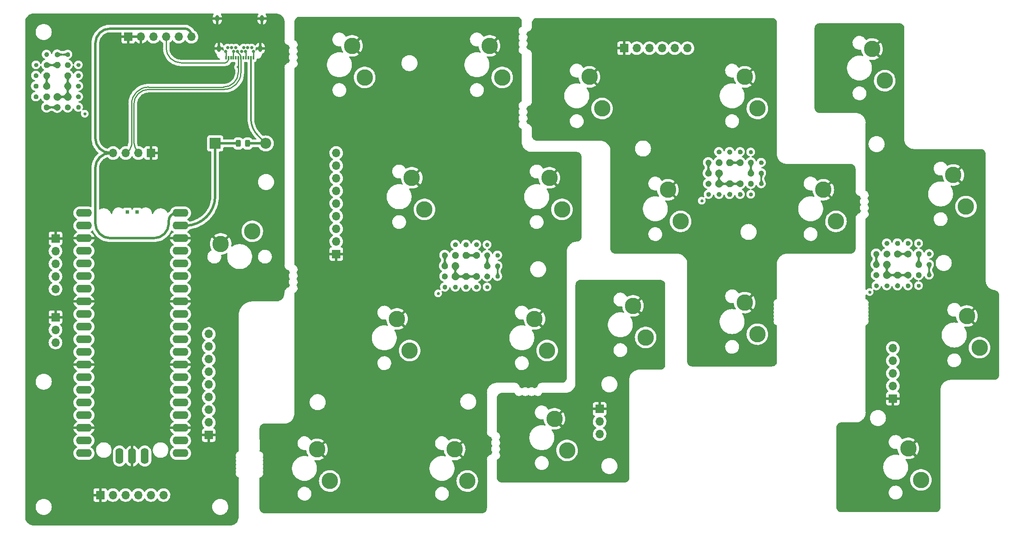
<source format=gbr>
%TF.GenerationSoftware,KiCad,Pcbnew,(6.0.7)*%
%TF.CreationDate,2023-01-06T20:11:20-06:00*%
%TF.ProjectId,OpenRectangle,4f70656e-5265-4637-9461-6e676c652e6b,rev?*%
%TF.SameCoordinates,Original*%
%TF.FileFunction,Copper,L1,Top*%
%TF.FilePolarity,Positive*%
%FSLAX46Y46*%
G04 Gerber Fmt 4.6, Leading zero omitted, Abs format (unit mm)*
G04 Created by KiCad (PCBNEW (6.0.7)) date 2023-01-06 20:11:20*
%MOMM*%
%LPD*%
G01*
G04 APERTURE LIST*
G04 Aperture macros list*
%AMRoundRect*
0 Rectangle with rounded corners*
0 $1 Rounding radius*
0 $2 $3 $4 $5 $6 $7 $8 $9 X,Y pos of 4 corners*
0 Add a 4 corners polygon primitive as box body*
4,1,4,$2,$3,$4,$5,$6,$7,$8,$9,$2,$3,0*
0 Add four circle primitives for the rounded corners*
1,1,$1+$1,$2,$3*
1,1,$1+$1,$4,$5*
1,1,$1+$1,$6,$7*
1,1,$1+$1,$8,$9*
0 Add four rect primitives between the rounded corners*
20,1,$1+$1,$2,$3,$4,$5,0*
20,1,$1+$1,$4,$5,$6,$7,0*
20,1,$1+$1,$6,$7,$8,$9,0*
20,1,$1+$1,$8,$9,$2,$3,0*%
G04 Aperture macros list end*
%TA.AperFunction,EtchedComponent*%
%ADD10C,0.010000*%
%TD*%
%TA.AperFunction,ComponentPad*%
%ADD11R,1.700000X1.700000*%
%TD*%
%TA.AperFunction,ComponentPad*%
%ADD12O,1.700000X1.700000*%
%TD*%
%TA.AperFunction,ComponentPad*%
%ADD13O,3.200000X1.600000*%
%TD*%
%TA.AperFunction,ComponentPad*%
%ADD14O,1.600000X3.200000*%
%TD*%
%TA.AperFunction,ComponentPad*%
%ADD15R,0.800000X0.800000*%
%TD*%
%TA.AperFunction,SMDPad,CuDef*%
%ADD16RoundRect,0.243750X-0.243750X-0.456250X0.243750X-0.456250X0.243750X0.456250X-0.243750X0.456250X0*%
%TD*%
%TA.AperFunction,ComponentPad*%
%ADD17R,2.200000X2.200000*%
%TD*%
%TA.AperFunction,ComponentPad*%
%ADD18O,2.200000X2.200000*%
%TD*%
%TA.AperFunction,SMDPad,CuDef*%
%ADD19R,0.300000X0.700000*%
%TD*%
%TA.AperFunction,ComponentPad*%
%ADD20C,0.650000*%
%TD*%
%TA.AperFunction,ComponentPad*%
%ADD21O,0.800000X1.400000*%
%TD*%
%TA.AperFunction,ComponentPad*%
%ADD22C,3.300000*%
%TD*%
%TA.AperFunction,ViaPad*%
%ADD23C,0.800000*%
%TD*%
%TA.AperFunction,ViaPad*%
%ADD24C,0.500000*%
%TD*%
%TA.AperFunction,Conductor*%
%ADD25C,0.250000*%
%TD*%
%TA.AperFunction,Conductor*%
%ADD26C,0.500000*%
%TD*%
%TA.AperFunction,Conductor*%
%ADD27C,0.300000*%
%TD*%
G04 APERTURE END LIST*
%TO.C,H17*%
G36*
X336988670Y-75430738D02*
G01*
X337020013Y-75432303D01*
X337048011Y-75435202D01*
X337074289Y-75439711D01*
X337100473Y-75446107D01*
X337126888Y-75454232D01*
X337172385Y-75471991D01*
X337215174Y-75493933D01*
X337255046Y-75519816D01*
X337291791Y-75549400D01*
X337325199Y-75582442D01*
X337355062Y-75618704D01*
X337381169Y-75657942D01*
X337403311Y-75699917D01*
X337421278Y-75744386D01*
X337434861Y-75791111D01*
X337439701Y-75813944D01*
X337443054Y-75836771D01*
X337445360Y-75862916D01*
X337446578Y-75890719D01*
X337446663Y-75918517D01*
X337445574Y-75944649D01*
X337443589Y-75965111D01*
X337434761Y-76014113D01*
X337421502Y-76060645D01*
X337403762Y-76104809D01*
X337381491Y-76146709D01*
X337354637Y-76186448D01*
X337323150Y-76224130D01*
X337309450Y-76238445D01*
X337297974Y-76250205D01*
X337288374Y-76260665D01*
X337280138Y-76270621D01*
X337272752Y-76280873D01*
X337265700Y-76292216D01*
X337258468Y-76305449D01*
X337250543Y-76321369D01*
X337241409Y-76340775D01*
X337236260Y-76351966D01*
X337206610Y-76420938D01*
X337180783Y-76490227D01*
X337158593Y-76560524D01*
X337139854Y-76632523D01*
X337124382Y-76706914D01*
X337111990Y-76784389D01*
X337105039Y-76840916D01*
X337103820Y-76855280D01*
X337102777Y-76873842D01*
X337101914Y-76895811D01*
X337101235Y-76920393D01*
X337100744Y-76946798D01*
X337100444Y-76974231D01*
X337100340Y-77001902D01*
X337100435Y-77029018D01*
X337100733Y-77054787D01*
X337101237Y-77078416D01*
X337101952Y-77099113D01*
X337102882Y-77116087D01*
X337103669Y-77125396D01*
X337112002Y-77195258D01*
X337122130Y-77261159D01*
X337134261Y-77323964D01*
X337148606Y-77384538D01*
X337165375Y-77443747D01*
X337184779Y-77502456D01*
X337207028Y-77561531D01*
X337213492Y-77577516D01*
X337219048Y-77590431D01*
X337226295Y-77606311D01*
X337234875Y-77624455D01*
X337244435Y-77644162D01*
X337254618Y-77664734D01*
X337265069Y-77685469D01*
X337275433Y-77705667D01*
X337285354Y-77724628D01*
X337294477Y-77741653D01*
X337302447Y-77756040D01*
X337308907Y-77767091D01*
X337312777Y-77773096D01*
X337334394Y-77808170D01*
X337352472Y-77846312D01*
X337366813Y-77886763D01*
X337377221Y-77928764D01*
X337383498Y-77971559D01*
X337385447Y-78014387D01*
X337383895Y-78046691D01*
X337377429Y-78093482D01*
X337366747Y-78137489D01*
X337351781Y-78178861D01*
X337332464Y-78217745D01*
X337308728Y-78254290D01*
X337280505Y-78288643D01*
X337266941Y-78302811D01*
X337233159Y-78333061D01*
X337196690Y-78359059D01*
X337157767Y-78380710D01*
X337116620Y-78397921D01*
X337073481Y-78410598D01*
X337028580Y-78418647D01*
X336982150Y-78421975D01*
X336972992Y-78422066D01*
X336927217Y-78419668D01*
X336882870Y-78412609D01*
X336840229Y-78401085D01*
X336799575Y-78385295D01*
X336761186Y-78365436D01*
X336725341Y-78341705D01*
X336692319Y-78314301D01*
X336662400Y-78283422D01*
X336635862Y-78249264D01*
X336612985Y-78212027D01*
X336594047Y-78171907D01*
X336584853Y-78147019D01*
X336578551Y-78127297D01*
X336573678Y-78109799D01*
X336570059Y-78093348D01*
X336567524Y-78076764D01*
X336565899Y-78058873D01*
X336565012Y-78038495D01*
X336564691Y-78014453D01*
X336564680Y-78009316D01*
X336564717Y-77989562D01*
X336564911Y-77973934D01*
X336565324Y-77961477D01*
X336566021Y-77951236D01*
X336567066Y-77942258D01*
X336568521Y-77933588D01*
X336570322Y-77924863D01*
X336579341Y-77890457D01*
X336591073Y-77856567D01*
X336605028Y-77824332D01*
X336620714Y-77794894D01*
X336636773Y-77770556D01*
X336645734Y-77758209D01*
X336653695Y-77746581D01*
X336661242Y-77734693D01*
X336668962Y-77721569D01*
X336677444Y-77706231D01*
X336687273Y-77687700D01*
X336692018Y-77678590D01*
X336721212Y-77618936D01*
X336747103Y-77558723D01*
X336769842Y-77497404D01*
X336789580Y-77434433D01*
X336806467Y-77369264D01*
X336820654Y-77301350D01*
X336832292Y-77230146D01*
X336841531Y-77155105D01*
X336844335Y-77126666D01*
X336845699Y-77108418D01*
X336846825Y-77086330D01*
X336847709Y-77061304D01*
X336848347Y-77034240D01*
X336848733Y-77006041D01*
X336848863Y-76977608D01*
X336848733Y-76949841D01*
X336848338Y-76923643D01*
X336847673Y-76899915D01*
X336846734Y-76879558D01*
X336845667Y-76865046D01*
X336839400Y-76804649D01*
X336832212Y-76748508D01*
X336823950Y-76695858D01*
X336814462Y-76645934D01*
X336803594Y-76597969D01*
X336791195Y-76551199D01*
X336777111Y-76504858D01*
X336768993Y-76480448D01*
X336757422Y-76447766D01*
X336745803Y-76417489D01*
X336733428Y-76387914D01*
X336719586Y-76357333D01*
X336705431Y-76327836D01*
X336680524Y-76277036D01*
X336660222Y-76258959D01*
X336624830Y-76224141D01*
X336593639Y-76186523D01*
X336566750Y-76146302D01*
X336544260Y-76103672D01*
X336526269Y-76058832D01*
X336512878Y-76011978D01*
X336504184Y-75963305D01*
X336502359Y-75946836D01*
X336500791Y-75926448D01*
X336500189Y-75907485D01*
X336500556Y-75887991D01*
X336501893Y-75866011D01*
X336502436Y-75859206D01*
X336508888Y-75811766D01*
X336520145Y-75765491D01*
X336535997Y-75720736D01*
X336556233Y-75677858D01*
X336580644Y-75637212D01*
X336609018Y-75599153D01*
X336641147Y-75564039D01*
X336676819Y-75532225D01*
X336709926Y-75507939D01*
X336751275Y-75483347D01*
X336794629Y-75463409D01*
X336839899Y-75448149D01*
X336887001Y-75437590D01*
X336935849Y-75431758D01*
X336986355Y-75430675D01*
X336988670Y-75430738D01*
G37*
D10*
X336988670Y-75430738D02*
X337020013Y-75432303D01*
X337048011Y-75435202D01*
X337074289Y-75439711D01*
X337100473Y-75446107D01*
X337126888Y-75454232D01*
X337172385Y-75471991D01*
X337215174Y-75493933D01*
X337255046Y-75519816D01*
X337291791Y-75549400D01*
X337325199Y-75582442D01*
X337355062Y-75618704D01*
X337381169Y-75657942D01*
X337403311Y-75699917D01*
X337421278Y-75744386D01*
X337434861Y-75791111D01*
X337439701Y-75813944D01*
X337443054Y-75836771D01*
X337445360Y-75862916D01*
X337446578Y-75890719D01*
X337446663Y-75918517D01*
X337445574Y-75944649D01*
X337443589Y-75965111D01*
X337434761Y-76014113D01*
X337421502Y-76060645D01*
X337403762Y-76104809D01*
X337381491Y-76146709D01*
X337354637Y-76186448D01*
X337323150Y-76224130D01*
X337309450Y-76238445D01*
X337297974Y-76250205D01*
X337288374Y-76260665D01*
X337280138Y-76270621D01*
X337272752Y-76280873D01*
X337265700Y-76292216D01*
X337258468Y-76305449D01*
X337250543Y-76321369D01*
X337241409Y-76340775D01*
X337236260Y-76351966D01*
X337206610Y-76420938D01*
X337180783Y-76490227D01*
X337158593Y-76560524D01*
X337139854Y-76632523D01*
X337124382Y-76706914D01*
X337111990Y-76784389D01*
X337105039Y-76840916D01*
X337103820Y-76855280D01*
X337102777Y-76873842D01*
X337101914Y-76895811D01*
X337101235Y-76920393D01*
X337100744Y-76946798D01*
X337100444Y-76974231D01*
X337100340Y-77001902D01*
X337100435Y-77029018D01*
X337100733Y-77054787D01*
X337101237Y-77078416D01*
X337101952Y-77099113D01*
X337102882Y-77116087D01*
X337103669Y-77125396D01*
X337112002Y-77195258D01*
X337122130Y-77261159D01*
X337134261Y-77323964D01*
X337148606Y-77384538D01*
X337165375Y-77443747D01*
X337184779Y-77502456D01*
X337207028Y-77561531D01*
X337213492Y-77577516D01*
X337219048Y-77590431D01*
X337226295Y-77606311D01*
X337234875Y-77624455D01*
X337244435Y-77644162D01*
X337254618Y-77664734D01*
X337265069Y-77685469D01*
X337275433Y-77705667D01*
X337285354Y-77724628D01*
X337294477Y-77741653D01*
X337302447Y-77756040D01*
X337308907Y-77767091D01*
X337312777Y-77773096D01*
X337334394Y-77808170D01*
X337352472Y-77846312D01*
X337366813Y-77886763D01*
X337377221Y-77928764D01*
X337383498Y-77971559D01*
X337385447Y-78014387D01*
X337383895Y-78046691D01*
X337377429Y-78093482D01*
X337366747Y-78137489D01*
X337351781Y-78178861D01*
X337332464Y-78217745D01*
X337308728Y-78254290D01*
X337280505Y-78288643D01*
X337266941Y-78302811D01*
X337233159Y-78333061D01*
X337196690Y-78359059D01*
X337157767Y-78380710D01*
X337116620Y-78397921D01*
X337073481Y-78410598D01*
X337028580Y-78418647D01*
X336982150Y-78421975D01*
X336972992Y-78422066D01*
X336927217Y-78419668D01*
X336882870Y-78412609D01*
X336840229Y-78401085D01*
X336799575Y-78385295D01*
X336761186Y-78365436D01*
X336725341Y-78341705D01*
X336692319Y-78314301D01*
X336662400Y-78283422D01*
X336635862Y-78249264D01*
X336612985Y-78212027D01*
X336594047Y-78171907D01*
X336584853Y-78147019D01*
X336578551Y-78127297D01*
X336573678Y-78109799D01*
X336570059Y-78093348D01*
X336567524Y-78076764D01*
X336565899Y-78058873D01*
X336565012Y-78038495D01*
X336564691Y-78014453D01*
X336564680Y-78009316D01*
X336564717Y-77989562D01*
X336564911Y-77973934D01*
X336565324Y-77961477D01*
X336566021Y-77951236D01*
X336567066Y-77942258D01*
X336568521Y-77933588D01*
X336570322Y-77924863D01*
X336579341Y-77890457D01*
X336591073Y-77856567D01*
X336605028Y-77824332D01*
X336620714Y-77794894D01*
X336636773Y-77770556D01*
X336645734Y-77758209D01*
X336653695Y-77746581D01*
X336661242Y-77734693D01*
X336668962Y-77721569D01*
X336677444Y-77706231D01*
X336687273Y-77687700D01*
X336692018Y-77678590D01*
X336721212Y-77618936D01*
X336747103Y-77558723D01*
X336769842Y-77497404D01*
X336789580Y-77434433D01*
X336806467Y-77369264D01*
X336820654Y-77301350D01*
X336832292Y-77230146D01*
X336841531Y-77155105D01*
X336844335Y-77126666D01*
X336845699Y-77108418D01*
X336846825Y-77086330D01*
X336847709Y-77061304D01*
X336848347Y-77034240D01*
X336848733Y-77006041D01*
X336848863Y-76977608D01*
X336848733Y-76949841D01*
X336848338Y-76923643D01*
X336847673Y-76899915D01*
X336846734Y-76879558D01*
X336845667Y-76865046D01*
X336839400Y-76804649D01*
X336832212Y-76748508D01*
X336823950Y-76695858D01*
X336814462Y-76645934D01*
X336803594Y-76597969D01*
X336791195Y-76551199D01*
X336777111Y-76504858D01*
X336768993Y-76480448D01*
X336757422Y-76447766D01*
X336745803Y-76417489D01*
X336733428Y-76387914D01*
X336719586Y-76357333D01*
X336705431Y-76327836D01*
X336680524Y-76277036D01*
X336660222Y-76258959D01*
X336624830Y-76224141D01*
X336593639Y-76186523D01*
X336566750Y-76146302D01*
X336544260Y-76103672D01*
X336526269Y-76058832D01*
X336512878Y-76011978D01*
X336504184Y-75963305D01*
X336502359Y-75946836D01*
X336500791Y-75926448D01*
X336500189Y-75907485D01*
X336500556Y-75887991D01*
X336501893Y-75866011D01*
X336502436Y-75859206D01*
X336508888Y-75811766D01*
X336520145Y-75765491D01*
X336535997Y-75720736D01*
X336556233Y-75677858D01*
X336580644Y-75637212D01*
X336609018Y-75599153D01*
X336641147Y-75564039D01*
X336676819Y-75532225D01*
X336709926Y-75507939D01*
X336751275Y-75483347D01*
X336794629Y-75463409D01*
X336839899Y-75448149D01*
X336887001Y-75437590D01*
X336935849Y-75431758D01*
X336986355Y-75430675D01*
X336988670Y-75430738D01*
G36*
X328473320Y-75190015D02*
G01*
X328497728Y-75190130D01*
X328517804Y-75190426D01*
X328534295Y-75190934D01*
X328547948Y-75191689D01*
X328559510Y-75192723D01*
X328569727Y-75194070D01*
X328571838Y-75194407D01*
X328632833Y-75206756D01*
X328691050Y-75223336D01*
X328746627Y-75244217D01*
X328799700Y-75269467D01*
X328850405Y-75299156D01*
X328898878Y-75333353D01*
X328945255Y-75372127D01*
X328972669Y-75398151D01*
X329013943Y-75442704D01*
X329051122Y-75490147D01*
X329084083Y-75540237D01*
X329112702Y-75592732D01*
X329136856Y-75647392D01*
X329156422Y-75703973D01*
X329171277Y-75762234D01*
X329178527Y-75802056D01*
X329180166Y-75816060D01*
X329181482Y-75833961D01*
X329182470Y-75854750D01*
X329183121Y-75877417D01*
X329183430Y-75900954D01*
X329183390Y-75924352D01*
X329182995Y-75946600D01*
X329182236Y-75966691D01*
X329181109Y-75983614D01*
X329179804Y-75995096D01*
X329168167Y-76055963D01*
X329151966Y-76114780D01*
X329131302Y-76171381D01*
X329106277Y-76225598D01*
X329076992Y-76277268D01*
X329043546Y-76326223D01*
X329006041Y-76372298D01*
X328964578Y-76415327D01*
X328919258Y-76455144D01*
X328883530Y-76482278D01*
X328867622Y-76493754D01*
X328854868Y-76503359D01*
X328844195Y-76512039D01*
X328834527Y-76520740D01*
X328824791Y-76530406D01*
X328813914Y-76541983D01*
X328806620Y-76549989D01*
X328769633Y-76593908D01*
X328737553Y-76638622D01*
X328710228Y-76684480D01*
X328687504Y-76731827D01*
X328669229Y-76781010D01*
X328655251Y-76832377D01*
X328645415Y-76886274D01*
X328640870Y-76926181D01*
X328639769Y-76941097D01*
X328639356Y-76954264D01*
X328639664Y-76967462D01*
X328640723Y-76982472D01*
X328642133Y-76996983D01*
X328650307Y-77053290D01*
X328662852Y-77107111D01*
X328679848Y-77158610D01*
X328701370Y-77207953D01*
X328727498Y-77255305D01*
X328758309Y-77300833D01*
X328793880Y-77344702D01*
X328817313Y-77370060D01*
X328833700Y-77386170D01*
X328849767Y-77400422D01*
X328864354Y-77411797D01*
X328867634Y-77414074D01*
X328907757Y-77443505D01*
X328947127Y-77477045D01*
X328984763Y-77513728D01*
X329019681Y-77552589D01*
X329050899Y-77592661D01*
X329054583Y-77597836D01*
X329063025Y-77608315D01*
X329075017Y-77621035D01*
X329089897Y-77635389D01*
X329107006Y-77650772D01*
X329125684Y-77666579D01*
X329145271Y-77682204D01*
X329152770Y-77687933D01*
X329202470Y-77722679D01*
X329253188Y-77752603D01*
X329305252Y-77777830D01*
X329358993Y-77798482D01*
X329414738Y-77814683D01*
X329472818Y-77826556D01*
X329533560Y-77834225D01*
X329546015Y-77835261D01*
X329588432Y-77836534D01*
X329633390Y-77834222D01*
X329680008Y-77828491D01*
X329727402Y-77819508D01*
X329774689Y-77807439D01*
X329820986Y-77792450D01*
X329863722Y-77775450D01*
X329896418Y-77759830D01*
X329929846Y-77741438D01*
X329963243Y-77720830D01*
X329995844Y-77698565D01*
X330026887Y-77675200D01*
X330055607Y-77651292D01*
X330081241Y-77627400D01*
X330103025Y-77604080D01*
X330110047Y-77595594D01*
X330131571Y-77570033D01*
X330155222Y-77544523D01*
X330179414Y-77520720D01*
X330196518Y-77505362D01*
X330243233Y-77468376D01*
X330291536Y-77436189D01*
X330341597Y-77408722D01*
X330393585Y-77385897D01*
X330447671Y-77367634D01*
X330504022Y-77353855D01*
X330533776Y-77348515D01*
X330550767Y-77346470D01*
X330571620Y-77344984D01*
X330595145Y-77344056D01*
X330620156Y-77343685D01*
X330645464Y-77343871D01*
X330669881Y-77344613D01*
X330692219Y-77345911D01*
X330711291Y-77347764D01*
X330717410Y-77348609D01*
X330775236Y-77360001D01*
X330831392Y-77376173D01*
X330885710Y-77397052D01*
X330938027Y-77422566D01*
X330988177Y-77452644D01*
X331035994Y-77487213D01*
X331036925Y-77487949D01*
X331055828Y-77503856D01*
X331076322Y-77522711D01*
X331097151Y-77543257D01*
X331117057Y-77564235D01*
X331134781Y-77584388D01*
X331141220Y-77592238D01*
X331161673Y-77615333D01*
X331186443Y-77639082D01*
X331214892Y-77663005D01*
X331246383Y-77686625D01*
X331280280Y-77709462D01*
X331315946Y-77731039D01*
X331351200Y-77750091D01*
X331398694Y-77772457D01*
X331446444Y-77791208D01*
X331495246Y-77806558D01*
X331545898Y-77818721D01*
X331599196Y-77827910D01*
X331655939Y-77834340D01*
X331669475Y-77835445D01*
X331692308Y-77836776D01*
X331712913Y-77836985D01*
X331734016Y-77836071D01*
X331743135Y-77835396D01*
X331798659Y-77829605D01*
X331850493Y-77821417D01*
X331899543Y-77810602D01*
X331946715Y-77796931D01*
X331992913Y-77780174D01*
X332038606Y-77760304D01*
X332063108Y-77748087D01*
X332088362Y-77734180D01*
X332113729Y-77719032D01*
X332138570Y-77703089D01*
X332162246Y-77686797D01*
X332184116Y-77670603D01*
X332203542Y-77654955D01*
X332219884Y-77640298D01*
X332232501Y-77627080D01*
X332236597Y-77621984D01*
X332244771Y-77611958D01*
X332256026Y-77599398D01*
X332269582Y-77585072D01*
X332284657Y-77569748D01*
X332300473Y-77554192D01*
X332316248Y-77539172D01*
X332331201Y-77525455D01*
X332344553Y-77513809D01*
X332355522Y-77505001D01*
X332355812Y-77504784D01*
X332403490Y-77472218D01*
X332452784Y-77444328D01*
X332503486Y-77421158D01*
X332555388Y-77402753D01*
X332608279Y-77389158D01*
X332661952Y-77380419D01*
X332716197Y-77376579D01*
X332770806Y-77377685D01*
X332825569Y-77383780D01*
X332873870Y-77393342D01*
X332927135Y-77408638D01*
X332978453Y-77428458D01*
X333027589Y-77452553D01*
X333074311Y-77480673D01*
X333118385Y-77512569D01*
X333159577Y-77547992D01*
X333197653Y-77586693D01*
X333232379Y-77628422D01*
X333263522Y-77672931D01*
X333290848Y-77719970D01*
X333314124Y-77769290D01*
X333333115Y-77820642D01*
X333347588Y-77873776D01*
X333353768Y-77905007D01*
X333360436Y-77958866D01*
X333362144Y-78012860D01*
X333358995Y-78066669D01*
X333351088Y-78119975D01*
X333338525Y-78172460D01*
X333321406Y-78223803D01*
X333299833Y-78273688D01*
X333273905Y-78321795D01*
X333243725Y-78367805D01*
X333209392Y-78411400D01*
X333185127Y-78438051D01*
X333142929Y-78478423D01*
X333098482Y-78514240D01*
X333051761Y-78545516D01*
X333002741Y-78572263D01*
X332951398Y-78594495D01*
X332897708Y-78612225D01*
X332841644Y-78625465D01*
X332818745Y-78629475D01*
X332801334Y-78631566D01*
X332780132Y-78633051D01*
X332756394Y-78633933D01*
X332731374Y-78634211D01*
X332706325Y-78633887D01*
X332682501Y-78632961D01*
X332661157Y-78631434D01*
X332644000Y-78629378D01*
X332588080Y-78618149D01*
X332533955Y-78602193D01*
X332481765Y-78581590D01*
X332431651Y-78556415D01*
X332383754Y-78526745D01*
X332338214Y-78492659D01*
X332295172Y-78454233D01*
X332261642Y-78419320D01*
X332230395Y-78387471D01*
X332194759Y-78356476D01*
X332155406Y-78326739D01*
X332113008Y-78298665D01*
X332068237Y-78272661D01*
X332021765Y-78249132D01*
X331974263Y-78228483D01*
X331926403Y-78211120D01*
X331906471Y-78204939D01*
X331868135Y-78194678D01*
X331831071Y-78186972D01*
X331793852Y-78181625D01*
X331755046Y-78178445D01*
X331713226Y-78177234D01*
X331702930Y-78177215D01*
X331669959Y-78177734D01*
X331640546Y-78179216D01*
X331613234Y-78181819D01*
X331586565Y-78185705D01*
X331559083Y-78191034D01*
X331541862Y-78194928D01*
X331482584Y-78211520D01*
X331424177Y-78233065D01*
X331366804Y-78259485D01*
X331310627Y-78290700D01*
X331255809Y-78326634D01*
X331233648Y-78342799D01*
X331205643Y-78364510D01*
X331180503Y-78385349D01*
X331158760Y-78404855D01*
X331140945Y-78422569D01*
X331139050Y-78424602D01*
X331102396Y-78462854D01*
X331066944Y-78496727D01*
X331032141Y-78526605D01*
X330997430Y-78552875D01*
X330962256Y-78575922D01*
X330926062Y-78596133D01*
X330888292Y-78613892D01*
X330848392Y-78629585D01*
X330838771Y-78632972D01*
X330803162Y-78644382D01*
X330769513Y-78653214D01*
X330736336Y-78659729D01*
X330702146Y-78664188D01*
X330665458Y-78666853D01*
X330641210Y-78667708D01*
X330600076Y-78667823D01*
X330562234Y-78666010D01*
X330526205Y-78662086D01*
X330490510Y-78655864D01*
X330453670Y-78647161D01*
X330434805Y-78641949D01*
X330383552Y-78624711D01*
X330333452Y-78602966D01*
X330285015Y-78577066D01*
X330238754Y-78547362D01*
X330195181Y-78514204D01*
X330154808Y-78477942D01*
X330118147Y-78438929D01*
X330093411Y-78408096D01*
X330083652Y-78395951D01*
X330072287Y-78383686D01*
X330058736Y-78370768D01*
X330042419Y-78356664D01*
X330022755Y-78340842D01*
X330006210Y-78328096D01*
X329955139Y-78292086D01*
X329903161Y-78261010D01*
X329850040Y-78234766D01*
X329795542Y-78213253D01*
X329739431Y-78196369D01*
X329681472Y-78184013D01*
X329667120Y-78181688D01*
X329651723Y-78179895D01*
X329632649Y-78178530D01*
X329611106Y-78177602D01*
X329588305Y-78177123D01*
X329565455Y-78177103D01*
X329543765Y-78177553D01*
X329524444Y-78178483D01*
X329508702Y-78179904D01*
X329505830Y-78180285D01*
X329446418Y-78191199D01*
X329388737Y-78206747D01*
X329332644Y-78226992D01*
X329277997Y-78251999D01*
X329224653Y-78281830D01*
X329172471Y-78316548D01*
X329134990Y-78345046D01*
X329114789Y-78361941D01*
X329093950Y-78380647D01*
X329073488Y-78400175D01*
X329054416Y-78419534D01*
X329037749Y-78437735D01*
X329027456Y-78450006D01*
X329014244Y-78465675D01*
X328998090Y-78483414D01*
X328980049Y-78502171D01*
X328961173Y-78520894D01*
X328942517Y-78538534D01*
X328925135Y-78554039D01*
X328913289Y-78563857D01*
X328864694Y-78599263D01*
X328813893Y-78630314D01*
X328761178Y-78656927D01*
X328706838Y-78679023D01*
X328651164Y-78696518D01*
X328594446Y-78709332D01*
X328536975Y-78717384D01*
X328479040Y-78720592D01*
X328420934Y-78718875D01*
X328376717Y-78714209D01*
X328317907Y-78703502D01*
X328260519Y-78687970D01*
X328204766Y-78667723D01*
X328150861Y-78642869D01*
X328099017Y-78613519D01*
X328049447Y-78579781D01*
X328002365Y-78541764D01*
X327957983Y-78499579D01*
X327957605Y-78499190D01*
X327918923Y-78455821D01*
X327883803Y-78409305D01*
X327852469Y-78360095D01*
X327825146Y-78308647D01*
X327802059Y-78255417D01*
X327783433Y-78200859D01*
X327769492Y-78145429D01*
X327762209Y-78103296D01*
X327756826Y-78046328D01*
X327756268Y-77988645D01*
X327760436Y-77930780D01*
X327769230Y-77873267D01*
X327782550Y-77816638D01*
X327800298Y-77761427D01*
X327822374Y-77708166D01*
X327843709Y-77666190D01*
X327871487Y-77620232D01*
X327902746Y-77576047D01*
X327936898Y-77534312D01*
X327973356Y-77495704D01*
X328011531Y-77460901D01*
X328043760Y-77435637D01*
X328074193Y-77411369D01*
X328104786Y-77382907D01*
X328134859Y-77351063D01*
X328163728Y-77316654D01*
X328190711Y-77280493D01*
X328215124Y-77243396D01*
X328236287Y-77206176D01*
X328236688Y-77205406D01*
X328259463Y-77156492D01*
X328277206Y-77107180D01*
X328289940Y-77057587D01*
X328297685Y-77007829D01*
X328300466Y-76958023D01*
X328298302Y-76908285D01*
X328291217Y-76858732D01*
X328279233Y-76809481D01*
X328262372Y-76760648D01*
X328240655Y-76712349D01*
X328214105Y-76664702D01*
X328182744Y-76617823D01*
X328146594Y-76571828D01*
X328108830Y-76530089D01*
X328096705Y-76517947D01*
X328083647Y-76505598D01*
X328070910Y-76494181D01*
X328059748Y-76484837D01*
X328055370Y-76481462D01*
X328020613Y-76454373D01*
X327988756Y-76426549D01*
X327957734Y-76396187D01*
X327957605Y-76396053D01*
X327917882Y-76351585D01*
X327882231Y-76304369D01*
X327850764Y-76254700D01*
X327823592Y-76202877D01*
X327800826Y-76149197D01*
X327782578Y-76093957D01*
X327768959Y-76037456D01*
X327760081Y-75979991D01*
X327756056Y-75921858D01*
X327756995Y-75863357D01*
X327757131Y-75861110D01*
X327763288Y-75802199D01*
X327774215Y-75744610D01*
X327789720Y-75688571D01*
X327809612Y-75634309D01*
X327833700Y-75582051D01*
X327861793Y-75532024D01*
X327893701Y-75484456D01*
X327929231Y-75439573D01*
X327968193Y-75397602D01*
X328010396Y-75358771D01*
X328055649Y-75323306D01*
X328103761Y-75291434D01*
X328154540Y-75263384D01*
X328207796Y-75239381D01*
X328263338Y-75219653D01*
X328306950Y-75207661D01*
X328328337Y-75202652D01*
X328347118Y-75198666D01*
X328364342Y-75195592D01*
X328381053Y-75193318D01*
X328398297Y-75191735D01*
X328417121Y-75190730D01*
X328438572Y-75190194D01*
X328463693Y-75190014D01*
X328473320Y-75190015D01*
G37*
X328473320Y-75190015D02*
X328497728Y-75190130D01*
X328517804Y-75190426D01*
X328534295Y-75190934D01*
X328547948Y-75191689D01*
X328559510Y-75192723D01*
X328569727Y-75194070D01*
X328571838Y-75194407D01*
X328632833Y-75206756D01*
X328691050Y-75223336D01*
X328746627Y-75244217D01*
X328799700Y-75269467D01*
X328850405Y-75299156D01*
X328898878Y-75333353D01*
X328945255Y-75372127D01*
X328972669Y-75398151D01*
X329013943Y-75442704D01*
X329051122Y-75490147D01*
X329084083Y-75540237D01*
X329112702Y-75592732D01*
X329136856Y-75647392D01*
X329156422Y-75703973D01*
X329171277Y-75762234D01*
X329178527Y-75802056D01*
X329180166Y-75816060D01*
X329181482Y-75833961D01*
X329182470Y-75854750D01*
X329183121Y-75877417D01*
X329183430Y-75900954D01*
X329183390Y-75924352D01*
X329182995Y-75946600D01*
X329182236Y-75966691D01*
X329181109Y-75983614D01*
X329179804Y-75995096D01*
X329168167Y-76055963D01*
X329151966Y-76114780D01*
X329131302Y-76171381D01*
X329106277Y-76225598D01*
X329076992Y-76277268D01*
X329043546Y-76326223D01*
X329006041Y-76372298D01*
X328964578Y-76415327D01*
X328919258Y-76455144D01*
X328883530Y-76482278D01*
X328867622Y-76493754D01*
X328854868Y-76503359D01*
X328844195Y-76512039D01*
X328834527Y-76520740D01*
X328824791Y-76530406D01*
X328813914Y-76541983D01*
X328806620Y-76549989D01*
X328769633Y-76593908D01*
X328737553Y-76638622D01*
X328710228Y-76684480D01*
X328687504Y-76731827D01*
X328669229Y-76781010D01*
X328655251Y-76832377D01*
X328645415Y-76886274D01*
X328640870Y-76926181D01*
X328639769Y-76941097D01*
X328639356Y-76954264D01*
X328639664Y-76967462D01*
X328640723Y-76982472D01*
X328642133Y-76996983D01*
X328650307Y-77053290D01*
X328662852Y-77107111D01*
X328679848Y-77158610D01*
X328701370Y-77207953D01*
X328727498Y-77255305D01*
X328758309Y-77300833D01*
X328793880Y-77344702D01*
X328817313Y-77370060D01*
X328833700Y-77386170D01*
X328849767Y-77400422D01*
X328864354Y-77411797D01*
X328867634Y-77414074D01*
X328907757Y-77443505D01*
X328947127Y-77477045D01*
X328984763Y-77513728D01*
X329019681Y-77552589D01*
X329050899Y-77592661D01*
X329054583Y-77597836D01*
X329063025Y-77608315D01*
X329075017Y-77621035D01*
X329089897Y-77635389D01*
X329107006Y-77650772D01*
X329125684Y-77666579D01*
X329145271Y-77682204D01*
X329152770Y-77687933D01*
X329202470Y-77722679D01*
X329253188Y-77752603D01*
X329305252Y-77777830D01*
X329358993Y-77798482D01*
X329414738Y-77814683D01*
X329472818Y-77826556D01*
X329533560Y-77834225D01*
X329546015Y-77835261D01*
X329588432Y-77836534D01*
X329633390Y-77834222D01*
X329680008Y-77828491D01*
X329727402Y-77819508D01*
X329774689Y-77807439D01*
X329820986Y-77792450D01*
X329863722Y-77775450D01*
X329896418Y-77759830D01*
X329929846Y-77741438D01*
X329963243Y-77720830D01*
X329995844Y-77698565D01*
X330026887Y-77675200D01*
X330055607Y-77651292D01*
X330081241Y-77627400D01*
X330103025Y-77604080D01*
X330110047Y-77595594D01*
X330131571Y-77570033D01*
X330155222Y-77544523D01*
X330179414Y-77520720D01*
X330196518Y-77505362D01*
X330243233Y-77468376D01*
X330291536Y-77436189D01*
X330341597Y-77408722D01*
X330393585Y-77385897D01*
X330447671Y-77367634D01*
X330504022Y-77353855D01*
X330533776Y-77348515D01*
X330550767Y-77346470D01*
X330571620Y-77344984D01*
X330595145Y-77344056D01*
X330620156Y-77343685D01*
X330645464Y-77343871D01*
X330669881Y-77344613D01*
X330692219Y-77345911D01*
X330711291Y-77347764D01*
X330717410Y-77348609D01*
X330775236Y-77360001D01*
X330831392Y-77376173D01*
X330885710Y-77397052D01*
X330938027Y-77422566D01*
X330988177Y-77452644D01*
X331035994Y-77487213D01*
X331036925Y-77487949D01*
X331055828Y-77503856D01*
X331076322Y-77522711D01*
X331097151Y-77543257D01*
X331117057Y-77564235D01*
X331134781Y-77584388D01*
X331141220Y-77592238D01*
X331161673Y-77615333D01*
X331186443Y-77639082D01*
X331214892Y-77663005D01*
X331246383Y-77686625D01*
X331280280Y-77709462D01*
X331315946Y-77731039D01*
X331351200Y-77750091D01*
X331398694Y-77772457D01*
X331446444Y-77791208D01*
X331495246Y-77806558D01*
X331545898Y-77818721D01*
X331599196Y-77827910D01*
X331655939Y-77834340D01*
X331669475Y-77835445D01*
X331692308Y-77836776D01*
X331712913Y-77836985D01*
X331734016Y-77836071D01*
X331743135Y-77835396D01*
X331798659Y-77829605D01*
X331850493Y-77821417D01*
X331899543Y-77810602D01*
X331946715Y-77796931D01*
X331992913Y-77780174D01*
X332038606Y-77760304D01*
X332063108Y-77748087D01*
X332088362Y-77734180D01*
X332113729Y-77719032D01*
X332138570Y-77703089D01*
X332162246Y-77686797D01*
X332184116Y-77670603D01*
X332203542Y-77654955D01*
X332219884Y-77640298D01*
X332232501Y-77627080D01*
X332236597Y-77621984D01*
X332244771Y-77611958D01*
X332256026Y-77599398D01*
X332269582Y-77585072D01*
X332284657Y-77569748D01*
X332300473Y-77554192D01*
X332316248Y-77539172D01*
X332331201Y-77525455D01*
X332344553Y-77513809D01*
X332355522Y-77505001D01*
X332355812Y-77504784D01*
X332403490Y-77472218D01*
X332452784Y-77444328D01*
X332503486Y-77421158D01*
X332555388Y-77402753D01*
X332608279Y-77389158D01*
X332661952Y-77380419D01*
X332716197Y-77376579D01*
X332770806Y-77377685D01*
X332825569Y-77383780D01*
X332873870Y-77393342D01*
X332927135Y-77408638D01*
X332978453Y-77428458D01*
X333027589Y-77452553D01*
X333074311Y-77480673D01*
X333118385Y-77512569D01*
X333159577Y-77547992D01*
X333197653Y-77586693D01*
X333232379Y-77628422D01*
X333263522Y-77672931D01*
X333290848Y-77719970D01*
X333314124Y-77769290D01*
X333333115Y-77820642D01*
X333347588Y-77873776D01*
X333353768Y-77905007D01*
X333360436Y-77958866D01*
X333362144Y-78012860D01*
X333358995Y-78066669D01*
X333351088Y-78119975D01*
X333338525Y-78172460D01*
X333321406Y-78223803D01*
X333299833Y-78273688D01*
X333273905Y-78321795D01*
X333243725Y-78367805D01*
X333209392Y-78411400D01*
X333185127Y-78438051D01*
X333142929Y-78478423D01*
X333098482Y-78514240D01*
X333051761Y-78545516D01*
X333002741Y-78572263D01*
X332951398Y-78594495D01*
X332897708Y-78612225D01*
X332841644Y-78625465D01*
X332818745Y-78629475D01*
X332801334Y-78631566D01*
X332780132Y-78633051D01*
X332756394Y-78633933D01*
X332731374Y-78634211D01*
X332706325Y-78633887D01*
X332682501Y-78632961D01*
X332661157Y-78631434D01*
X332644000Y-78629378D01*
X332588080Y-78618149D01*
X332533955Y-78602193D01*
X332481765Y-78581590D01*
X332431651Y-78556415D01*
X332383754Y-78526745D01*
X332338214Y-78492659D01*
X332295172Y-78454233D01*
X332261642Y-78419320D01*
X332230395Y-78387471D01*
X332194759Y-78356476D01*
X332155406Y-78326739D01*
X332113008Y-78298665D01*
X332068237Y-78272661D01*
X332021765Y-78249132D01*
X331974263Y-78228483D01*
X331926403Y-78211120D01*
X331906471Y-78204939D01*
X331868135Y-78194678D01*
X331831071Y-78186972D01*
X331793852Y-78181625D01*
X331755046Y-78178445D01*
X331713226Y-78177234D01*
X331702930Y-78177215D01*
X331669959Y-78177734D01*
X331640546Y-78179216D01*
X331613234Y-78181819D01*
X331586565Y-78185705D01*
X331559083Y-78191034D01*
X331541862Y-78194928D01*
X331482584Y-78211520D01*
X331424177Y-78233065D01*
X331366804Y-78259485D01*
X331310627Y-78290700D01*
X331255809Y-78326634D01*
X331233648Y-78342799D01*
X331205643Y-78364510D01*
X331180503Y-78385349D01*
X331158760Y-78404855D01*
X331140945Y-78422569D01*
X331139050Y-78424602D01*
X331102396Y-78462854D01*
X331066944Y-78496727D01*
X331032141Y-78526605D01*
X330997430Y-78552875D01*
X330962256Y-78575922D01*
X330926062Y-78596133D01*
X330888292Y-78613892D01*
X330848392Y-78629585D01*
X330838771Y-78632972D01*
X330803162Y-78644382D01*
X330769513Y-78653214D01*
X330736336Y-78659729D01*
X330702146Y-78664188D01*
X330665458Y-78666853D01*
X330641210Y-78667708D01*
X330600076Y-78667823D01*
X330562234Y-78666010D01*
X330526205Y-78662086D01*
X330490510Y-78655864D01*
X330453670Y-78647161D01*
X330434805Y-78641949D01*
X330383552Y-78624711D01*
X330333452Y-78602966D01*
X330285015Y-78577066D01*
X330238754Y-78547362D01*
X330195181Y-78514204D01*
X330154808Y-78477942D01*
X330118147Y-78438929D01*
X330093411Y-78408096D01*
X330083652Y-78395951D01*
X330072287Y-78383686D01*
X330058736Y-78370768D01*
X330042419Y-78356664D01*
X330022755Y-78340842D01*
X330006210Y-78328096D01*
X329955139Y-78292086D01*
X329903161Y-78261010D01*
X329850040Y-78234766D01*
X329795542Y-78213253D01*
X329739431Y-78196369D01*
X329681472Y-78184013D01*
X329667120Y-78181688D01*
X329651723Y-78179895D01*
X329632649Y-78178530D01*
X329611106Y-78177602D01*
X329588305Y-78177123D01*
X329565455Y-78177103D01*
X329543765Y-78177553D01*
X329524444Y-78178483D01*
X329508702Y-78179904D01*
X329505830Y-78180285D01*
X329446418Y-78191199D01*
X329388737Y-78206747D01*
X329332644Y-78226992D01*
X329277997Y-78251999D01*
X329224653Y-78281830D01*
X329172471Y-78316548D01*
X329134990Y-78345046D01*
X329114789Y-78361941D01*
X329093950Y-78380647D01*
X329073488Y-78400175D01*
X329054416Y-78419534D01*
X329037749Y-78437735D01*
X329027456Y-78450006D01*
X329014244Y-78465675D01*
X328998090Y-78483414D01*
X328980049Y-78502171D01*
X328961173Y-78520894D01*
X328942517Y-78538534D01*
X328925135Y-78554039D01*
X328913289Y-78563857D01*
X328864694Y-78599263D01*
X328813893Y-78630314D01*
X328761178Y-78656927D01*
X328706838Y-78679023D01*
X328651164Y-78696518D01*
X328594446Y-78709332D01*
X328536975Y-78717384D01*
X328479040Y-78720592D01*
X328420934Y-78718875D01*
X328376717Y-78714209D01*
X328317907Y-78703502D01*
X328260519Y-78687970D01*
X328204766Y-78667723D01*
X328150861Y-78642869D01*
X328099017Y-78613519D01*
X328049447Y-78579781D01*
X328002365Y-78541764D01*
X327957983Y-78499579D01*
X327957605Y-78499190D01*
X327918923Y-78455821D01*
X327883803Y-78409305D01*
X327852469Y-78360095D01*
X327825146Y-78308647D01*
X327802059Y-78255417D01*
X327783433Y-78200859D01*
X327769492Y-78145429D01*
X327762209Y-78103296D01*
X327756826Y-78046328D01*
X327756268Y-77988645D01*
X327760436Y-77930780D01*
X327769230Y-77873267D01*
X327782550Y-77816638D01*
X327800298Y-77761427D01*
X327822374Y-77708166D01*
X327843709Y-77666190D01*
X327871487Y-77620232D01*
X327902746Y-77576047D01*
X327936898Y-77534312D01*
X327973356Y-77495704D01*
X328011531Y-77460901D01*
X328043760Y-77435637D01*
X328074193Y-77411369D01*
X328104786Y-77382907D01*
X328134859Y-77351063D01*
X328163728Y-77316654D01*
X328190711Y-77280493D01*
X328215124Y-77243396D01*
X328236287Y-77206176D01*
X328236688Y-77205406D01*
X328259463Y-77156492D01*
X328277206Y-77107180D01*
X328289940Y-77057587D01*
X328297685Y-77007829D01*
X328300466Y-76958023D01*
X328298302Y-76908285D01*
X328291217Y-76858732D01*
X328279233Y-76809481D01*
X328262372Y-76760648D01*
X328240655Y-76712349D01*
X328214105Y-76664702D01*
X328182744Y-76617823D01*
X328146594Y-76571828D01*
X328108830Y-76530089D01*
X328096705Y-76517947D01*
X328083647Y-76505598D01*
X328070910Y-76494181D01*
X328059748Y-76484837D01*
X328055370Y-76481462D01*
X328020613Y-76454373D01*
X327988756Y-76426549D01*
X327957734Y-76396187D01*
X327957605Y-76396053D01*
X327917882Y-76351585D01*
X327882231Y-76304369D01*
X327850764Y-76254700D01*
X327823592Y-76202877D01*
X327800826Y-76149197D01*
X327782578Y-76093957D01*
X327768959Y-76037456D01*
X327760081Y-75979991D01*
X327756056Y-75921858D01*
X327756995Y-75863357D01*
X327757131Y-75861110D01*
X327763288Y-75802199D01*
X327774215Y-75744610D01*
X327789720Y-75688571D01*
X327809612Y-75634309D01*
X327833700Y-75582051D01*
X327861793Y-75532024D01*
X327893701Y-75484456D01*
X327929231Y-75439573D01*
X327968193Y-75397602D01*
X328010396Y-75358771D01*
X328055649Y-75323306D01*
X328103761Y-75291434D01*
X328154540Y-75263384D01*
X328207796Y-75239381D01*
X328263338Y-75219653D01*
X328306950Y-75207661D01*
X328328337Y-75202652D01*
X328347118Y-75198666D01*
X328364342Y-75195592D01*
X328381053Y-75193318D01*
X328398297Y-75191735D01*
X328417121Y-75190730D01*
X328438572Y-75190194D01*
X328463693Y-75190014D01*
X328473320Y-75190015D01*
G36*
X336990336Y-73352871D02*
G01*
X337013849Y-73353991D01*
X337036050Y-73355860D01*
X337055397Y-73358421D01*
X337062330Y-73359695D01*
X337107366Y-73371364D01*
X337149882Y-73387355D01*
X337189681Y-73407474D01*
X337226569Y-73431525D01*
X337260349Y-73459313D01*
X337290826Y-73490645D01*
X337317804Y-73525324D01*
X337341088Y-73563156D01*
X337360480Y-73603946D01*
X337375786Y-73647500D01*
X337384042Y-73679886D01*
X337385976Y-73689365D01*
X337387434Y-73698208D01*
X337388480Y-73707379D01*
X337389182Y-73717843D01*
X337389606Y-73730565D01*
X337389817Y-73746509D01*
X337389881Y-73764976D01*
X337389847Y-73784657D01*
X337389659Y-73800238D01*
X337389251Y-73812695D01*
X337388555Y-73823008D01*
X337387505Y-73832155D01*
X337386034Y-73841113D01*
X337384074Y-73850861D01*
X337383973Y-73851336D01*
X337371873Y-73896673D01*
X337355550Y-73939411D01*
X337335150Y-73979361D01*
X337310819Y-74016336D01*
X337282705Y-74050146D01*
X337250954Y-74080605D01*
X337215712Y-74107523D01*
X337177127Y-74130712D01*
X337159393Y-74139561D01*
X337117559Y-74156484D01*
X337074367Y-74168726D01*
X337030262Y-74176326D01*
X336985688Y-74179322D01*
X336941093Y-74177751D01*
X336896921Y-74171653D01*
X336853618Y-74161063D01*
X336811629Y-74146022D01*
X336771400Y-74126566D01*
X336734105Y-74103249D01*
X336718505Y-74091195D01*
X336701282Y-74076088D01*
X336683618Y-74059109D01*
X336666696Y-74041440D01*
X336651697Y-74024263D01*
X336640237Y-74009381D01*
X336619565Y-73976431D01*
X336601542Y-73940457D01*
X336586737Y-73902834D01*
X336575718Y-73864931D01*
X336571099Y-73842269D01*
X336568964Y-73827239D01*
X336567127Y-73809837D01*
X336565673Y-73791429D01*
X336564686Y-73773382D01*
X336564252Y-73757061D01*
X336564454Y-73743831D01*
X336564744Y-73739576D01*
X336571018Y-73692040D01*
X336580838Y-73647948D01*
X336594360Y-73606957D01*
X336611740Y-73568725D01*
X336633137Y-73532911D01*
X336658707Y-73499172D01*
X336688606Y-73467167D01*
X336690676Y-73465165D01*
X336725066Y-73435505D01*
X336761938Y-73410275D01*
X336801274Y-73389485D01*
X336843055Y-73373142D01*
X336887261Y-73361256D01*
X336927319Y-73354592D01*
X336945530Y-73353113D01*
X336967049Y-73352559D01*
X336990336Y-73352871D01*
G37*
X336990336Y-73352871D02*
X337013849Y-73353991D01*
X337036050Y-73355860D01*
X337055397Y-73358421D01*
X337062330Y-73359695D01*
X337107366Y-73371364D01*
X337149882Y-73387355D01*
X337189681Y-73407474D01*
X337226569Y-73431525D01*
X337260349Y-73459313D01*
X337290826Y-73490645D01*
X337317804Y-73525324D01*
X337341088Y-73563156D01*
X337360480Y-73603946D01*
X337375786Y-73647500D01*
X337384042Y-73679886D01*
X337385976Y-73689365D01*
X337387434Y-73698208D01*
X337388480Y-73707379D01*
X337389182Y-73717843D01*
X337389606Y-73730565D01*
X337389817Y-73746509D01*
X337389881Y-73764976D01*
X337389847Y-73784657D01*
X337389659Y-73800238D01*
X337389251Y-73812695D01*
X337388555Y-73823008D01*
X337387505Y-73832155D01*
X337386034Y-73841113D01*
X337384074Y-73850861D01*
X337383973Y-73851336D01*
X337371873Y-73896673D01*
X337355550Y-73939411D01*
X337335150Y-73979361D01*
X337310819Y-74016336D01*
X337282705Y-74050146D01*
X337250954Y-74080605D01*
X337215712Y-74107523D01*
X337177127Y-74130712D01*
X337159393Y-74139561D01*
X337117559Y-74156484D01*
X337074367Y-74168726D01*
X337030262Y-74176326D01*
X336985688Y-74179322D01*
X336941093Y-74177751D01*
X336896921Y-74171653D01*
X336853618Y-74161063D01*
X336811629Y-74146022D01*
X336771400Y-74126566D01*
X336734105Y-74103249D01*
X336718505Y-74091195D01*
X336701282Y-74076088D01*
X336683618Y-74059109D01*
X336666696Y-74041440D01*
X336651697Y-74024263D01*
X336640237Y-74009381D01*
X336619565Y-73976431D01*
X336601542Y-73940457D01*
X336586737Y-73902834D01*
X336575718Y-73864931D01*
X336571099Y-73842269D01*
X336568964Y-73827239D01*
X336567127Y-73809837D01*
X336565673Y-73791429D01*
X336564686Y-73773382D01*
X336564252Y-73757061D01*
X336564454Y-73743831D01*
X336564744Y-73739576D01*
X336571018Y-73692040D01*
X336580838Y-73647948D01*
X336594360Y-73606957D01*
X336611740Y-73568725D01*
X336633137Y-73532911D01*
X336658707Y-73499172D01*
X336688606Y-73467167D01*
X336690676Y-73465165D01*
X336725066Y-73435505D01*
X336761938Y-73410275D01*
X336801274Y-73389485D01*
X336843055Y-73373142D01*
X336887261Y-73361256D01*
X336927319Y-73354592D01*
X336945530Y-73353113D01*
X336967049Y-73352559D01*
X336990336Y-73352871D01*
G36*
X328523846Y-71192413D02*
G01*
X328570276Y-71198694D01*
X328616491Y-71209799D01*
X328629890Y-71213960D01*
X328673147Y-71230695D01*
X328713752Y-71251639D01*
X328751492Y-71276547D01*
X328786157Y-71305173D01*
X328817534Y-71337271D01*
X328845412Y-71372596D01*
X328869580Y-71410902D01*
X328889825Y-71451943D01*
X328905936Y-71495474D01*
X328917702Y-71541249D01*
X328919413Y-71550096D01*
X328921168Y-71561038D01*
X328922442Y-71572595D01*
X328923294Y-71585781D01*
X328923780Y-71601609D01*
X328923959Y-71621094D01*
X328923958Y-71630106D01*
X328923861Y-71649070D01*
X328923604Y-71664051D01*
X328923100Y-71676145D01*
X328922262Y-71686448D01*
X328921003Y-71696056D01*
X328919237Y-71706066D01*
X328917111Y-71716466D01*
X328909847Y-71747056D01*
X328901499Y-71774571D01*
X328891385Y-71800998D01*
X328878819Y-71828325D01*
X328878241Y-71829496D01*
X328855589Y-71869612D01*
X328829000Y-71906707D01*
X328798777Y-71940533D01*
X328765225Y-71970846D01*
X328728649Y-71997400D01*
X328689352Y-72019949D01*
X328647640Y-72038248D01*
X328603818Y-72052051D01*
X328601568Y-72052621D01*
X328581366Y-72057379D01*
X328563294Y-72060864D01*
X328545841Y-72063251D01*
X328527494Y-72064711D01*
X328506741Y-72065418D01*
X328488560Y-72065558D01*
X328446627Y-72064136D01*
X328407862Y-72059704D01*
X328371172Y-72052015D01*
X328335462Y-72040822D01*
X328299638Y-72025877D01*
X328287847Y-72020200D01*
X328246966Y-71997170D01*
X328209453Y-71970415D01*
X328175458Y-71940137D01*
X328145133Y-71906543D01*
X328118628Y-71869838D01*
X328096093Y-71830226D01*
X328077681Y-71787913D01*
X328063541Y-71743103D01*
X328055090Y-71703766D01*
X328053738Y-71693230D01*
X328052527Y-71678905D01*
X328051505Y-71662083D01*
X328050718Y-71644054D01*
X328050216Y-71626108D01*
X328050045Y-71609536D01*
X328050254Y-71595630D01*
X328050761Y-71586926D01*
X328057445Y-71541780D01*
X328068705Y-71497552D01*
X328084291Y-71454762D01*
X328103950Y-71413929D01*
X328127431Y-71375572D01*
X328154483Y-71340211D01*
X328184854Y-71308366D01*
X328186239Y-71307075D01*
X328221918Y-71277388D01*
X328260153Y-71251942D01*
X328300597Y-71230810D01*
X328342906Y-71214066D01*
X328386731Y-71201781D01*
X328431727Y-71194029D01*
X328477548Y-71190882D01*
X328523846Y-71192413D01*
G37*
X328523846Y-71192413D02*
X328570276Y-71198694D01*
X328616491Y-71209799D01*
X328629890Y-71213960D01*
X328673147Y-71230695D01*
X328713752Y-71251639D01*
X328751492Y-71276547D01*
X328786157Y-71305173D01*
X328817534Y-71337271D01*
X328845412Y-71372596D01*
X328869580Y-71410902D01*
X328889825Y-71451943D01*
X328905936Y-71495474D01*
X328917702Y-71541249D01*
X328919413Y-71550096D01*
X328921168Y-71561038D01*
X328922442Y-71572595D01*
X328923294Y-71585781D01*
X328923780Y-71601609D01*
X328923959Y-71621094D01*
X328923958Y-71630106D01*
X328923861Y-71649070D01*
X328923604Y-71664051D01*
X328923100Y-71676145D01*
X328922262Y-71686448D01*
X328921003Y-71696056D01*
X328919237Y-71706066D01*
X328917111Y-71716466D01*
X328909847Y-71747056D01*
X328901499Y-71774571D01*
X328891385Y-71800998D01*
X328878819Y-71828325D01*
X328878241Y-71829496D01*
X328855589Y-71869612D01*
X328829000Y-71906707D01*
X328798777Y-71940533D01*
X328765225Y-71970846D01*
X328728649Y-71997400D01*
X328689352Y-72019949D01*
X328647640Y-72038248D01*
X328603818Y-72052051D01*
X328601568Y-72052621D01*
X328581366Y-72057379D01*
X328563294Y-72060864D01*
X328545841Y-72063251D01*
X328527494Y-72064711D01*
X328506741Y-72065418D01*
X328488560Y-72065558D01*
X328446627Y-72064136D01*
X328407862Y-72059704D01*
X328371172Y-72052015D01*
X328335462Y-72040822D01*
X328299638Y-72025877D01*
X328287847Y-72020200D01*
X328246966Y-71997170D01*
X328209453Y-71970415D01*
X328175458Y-71940137D01*
X328145133Y-71906543D01*
X328118628Y-71869838D01*
X328096093Y-71830226D01*
X328077681Y-71787913D01*
X328063541Y-71743103D01*
X328055090Y-71703766D01*
X328053738Y-71693230D01*
X328052527Y-71678905D01*
X328051505Y-71662083D01*
X328050718Y-71644054D01*
X328050216Y-71626108D01*
X328050045Y-71609536D01*
X328050254Y-71595630D01*
X328050761Y-71586926D01*
X328057445Y-71541780D01*
X328068705Y-71497552D01*
X328084291Y-71454762D01*
X328103950Y-71413929D01*
X328127431Y-71375572D01*
X328154483Y-71340211D01*
X328184854Y-71308366D01*
X328186239Y-71307075D01*
X328221918Y-71277388D01*
X328260153Y-71251942D01*
X328300597Y-71230810D01*
X328342906Y-71214066D01*
X328386731Y-71201781D01*
X328431727Y-71194029D01*
X328477548Y-71190882D01*
X328523846Y-71192413D01*
G36*
X325069433Y-81189809D02*
G01*
X325087600Y-81191310D01*
X325096390Y-81192800D01*
X325132043Y-81202911D01*
X325165447Y-81217317D01*
X325196253Y-81235738D01*
X325224114Y-81257892D01*
X325248681Y-81283497D01*
X325269606Y-81312272D01*
X325286541Y-81343936D01*
X325288283Y-81347903D01*
X325294949Y-81364144D01*
X325299871Y-81378244D01*
X325303301Y-81391542D01*
X325305492Y-81405374D01*
X325306693Y-81421079D01*
X325307157Y-81439993D01*
X325307192Y-81448476D01*
X325307120Y-81465187D01*
X325306815Y-81477955D01*
X325306171Y-81487917D01*
X325305083Y-81496208D01*
X325303444Y-81503963D01*
X325301248Y-81511976D01*
X325288524Y-81546578D01*
X325271412Y-81579076D01*
X325250267Y-81608947D01*
X325225448Y-81635670D01*
X325204340Y-81653559D01*
X325189873Y-81663307D01*
X325172151Y-81673318D01*
X325152832Y-81682798D01*
X325133573Y-81690953D01*
X325116031Y-81696991D01*
X325110607Y-81698456D01*
X325076506Y-81704328D01*
X325042610Y-81705376D01*
X325009304Y-81701854D01*
X324976973Y-81694016D01*
X324946004Y-81682114D01*
X324916782Y-81666402D01*
X324889693Y-81647134D01*
X324865124Y-81624562D01*
X324843459Y-81598939D01*
X324825086Y-81570520D01*
X324810389Y-81539558D01*
X324799755Y-81506305D01*
X324796721Y-81492393D01*
X324794508Y-81475869D01*
X324793386Y-81456647D01*
X324793357Y-81436628D01*
X324794422Y-81417717D01*
X324796583Y-81401817D01*
X324796649Y-81401486D01*
X324806138Y-81366757D01*
X324820092Y-81334030D01*
X324838166Y-81303670D01*
X324860016Y-81276039D01*
X324885298Y-81251500D01*
X324913670Y-81230417D01*
X324944785Y-81213154D01*
X324978301Y-81200073D01*
X324990679Y-81196513D01*
X325007966Y-81193047D01*
X325027959Y-81190736D01*
X325049001Y-81189637D01*
X325069433Y-81189809D01*
G37*
X325069433Y-81189809D02*
X325087600Y-81191310D01*
X325096390Y-81192800D01*
X325132043Y-81202911D01*
X325165447Y-81217317D01*
X325196253Y-81235738D01*
X325224114Y-81257892D01*
X325248681Y-81283497D01*
X325269606Y-81312272D01*
X325286541Y-81343936D01*
X325288283Y-81347903D01*
X325294949Y-81364144D01*
X325299871Y-81378244D01*
X325303301Y-81391542D01*
X325305492Y-81405374D01*
X325306693Y-81421079D01*
X325307157Y-81439993D01*
X325307192Y-81448476D01*
X325307120Y-81465187D01*
X325306815Y-81477955D01*
X325306171Y-81487917D01*
X325305083Y-81496208D01*
X325303444Y-81503963D01*
X325301248Y-81511976D01*
X325288524Y-81546578D01*
X325271412Y-81579076D01*
X325250267Y-81608947D01*
X325225448Y-81635670D01*
X325204340Y-81653559D01*
X325189873Y-81663307D01*
X325172151Y-81673318D01*
X325152832Y-81682798D01*
X325133573Y-81690953D01*
X325116031Y-81696991D01*
X325110607Y-81698456D01*
X325076506Y-81704328D01*
X325042610Y-81705376D01*
X325009304Y-81701854D01*
X324976973Y-81694016D01*
X324946004Y-81682114D01*
X324916782Y-81666402D01*
X324889693Y-81647134D01*
X324865124Y-81624562D01*
X324843459Y-81598939D01*
X324825086Y-81570520D01*
X324810389Y-81539558D01*
X324799755Y-81506305D01*
X324796721Y-81492393D01*
X324794508Y-81475869D01*
X324793386Y-81456647D01*
X324793357Y-81436628D01*
X324794422Y-81417717D01*
X324796583Y-81401817D01*
X324796649Y-81401486D01*
X324806138Y-81366757D01*
X324820092Y-81334030D01*
X324838166Y-81303670D01*
X324860016Y-81276039D01*
X324885298Y-81251500D01*
X324913670Y-81230417D01*
X324944785Y-81213154D01*
X324978301Y-81200073D01*
X324990679Y-81196513D01*
X325007966Y-81193047D01*
X325027959Y-81190736D01*
X325049001Y-81189637D01*
X325069433Y-81189809D01*
G36*
X334894546Y-71295423D02*
G01*
X334914983Y-71296852D01*
X334929033Y-71298699D01*
X334969772Y-71308232D01*
X335009010Y-71322430D01*
X335046356Y-71341002D01*
X335081420Y-71363658D01*
X335113812Y-71390104D01*
X335143141Y-71420050D01*
X335169016Y-71453205D01*
X335191048Y-71489276D01*
X335195288Y-71497469D01*
X335211654Y-71535678D01*
X335223424Y-71575534D01*
X335230555Y-71616477D01*
X335233005Y-71657947D01*
X335230732Y-71699387D01*
X335223692Y-71740235D01*
X335215727Y-71768728D01*
X335200047Y-71808767D01*
X335180178Y-71846108D01*
X335156367Y-71880534D01*
X335128856Y-71911827D01*
X335097892Y-71939772D01*
X335063718Y-71964150D01*
X335026580Y-71984746D01*
X334986722Y-72001342D01*
X334944388Y-72013722D01*
X334937620Y-72015249D01*
X334920640Y-72017943D01*
X334900101Y-72019643D01*
X334877422Y-72020360D01*
X334854025Y-72020106D01*
X334831330Y-72018894D01*
X334810757Y-72016734D01*
X334795587Y-72014071D01*
X334753468Y-72002116D01*
X334713679Y-71985659D01*
X334676346Y-71964774D01*
X334641598Y-71939533D01*
X334609563Y-71910009D01*
X334604997Y-71905213D01*
X334577268Y-71871947D01*
X334553828Y-71836061D01*
X334534821Y-71797833D01*
X334520394Y-71757542D01*
X334513392Y-71729671D01*
X334510884Y-71714492D01*
X334508914Y-71696156D01*
X334507548Y-71676155D01*
X334506849Y-71655978D01*
X334506882Y-71637115D01*
X334507713Y-71621058D01*
X334508402Y-71614866D01*
X334516793Y-71572268D01*
X334529694Y-71531569D01*
X334546859Y-71493062D01*
X334568043Y-71457040D01*
X334593001Y-71423798D01*
X334621488Y-71393629D01*
X334653259Y-71366827D01*
X334688068Y-71343686D01*
X334725669Y-71324499D01*
X334762360Y-71310644D01*
X334776449Y-71306575D01*
X334792345Y-71302619D01*
X334807133Y-71299486D01*
X334810433Y-71298895D01*
X334828435Y-71296654D01*
X334849581Y-71295327D01*
X334872182Y-71294915D01*
X334894546Y-71295423D01*
G37*
X334894546Y-71295423D02*
X334914983Y-71296852D01*
X334929033Y-71298699D01*
X334969772Y-71308232D01*
X335009010Y-71322430D01*
X335046356Y-71341002D01*
X335081420Y-71363658D01*
X335113812Y-71390104D01*
X335143141Y-71420050D01*
X335169016Y-71453205D01*
X335191048Y-71489276D01*
X335195288Y-71497469D01*
X335211654Y-71535678D01*
X335223424Y-71575534D01*
X335230555Y-71616477D01*
X335233005Y-71657947D01*
X335230732Y-71699387D01*
X335223692Y-71740235D01*
X335215727Y-71768728D01*
X335200047Y-71808767D01*
X335180178Y-71846108D01*
X335156367Y-71880534D01*
X335128856Y-71911827D01*
X335097892Y-71939772D01*
X335063718Y-71964150D01*
X335026580Y-71984746D01*
X334986722Y-72001342D01*
X334944388Y-72013722D01*
X334937620Y-72015249D01*
X334920640Y-72017943D01*
X334900101Y-72019643D01*
X334877422Y-72020360D01*
X334854025Y-72020106D01*
X334831330Y-72018894D01*
X334810757Y-72016734D01*
X334795587Y-72014071D01*
X334753468Y-72002116D01*
X334713679Y-71985659D01*
X334676346Y-71964774D01*
X334641598Y-71939533D01*
X334609563Y-71910009D01*
X334604997Y-71905213D01*
X334577268Y-71871947D01*
X334553828Y-71836061D01*
X334534821Y-71797833D01*
X334520394Y-71757542D01*
X334513392Y-71729671D01*
X334510884Y-71714492D01*
X334508914Y-71696156D01*
X334507548Y-71676155D01*
X334506849Y-71655978D01*
X334506882Y-71637115D01*
X334507713Y-71621058D01*
X334508402Y-71614866D01*
X334516793Y-71572268D01*
X334529694Y-71531569D01*
X334546859Y-71493062D01*
X334568043Y-71457040D01*
X334593001Y-71423798D01*
X334621488Y-71393629D01*
X334653259Y-71366827D01*
X334688068Y-71343686D01*
X334725669Y-71324499D01*
X334762360Y-71310644D01*
X334776449Y-71306575D01*
X334792345Y-71302619D01*
X334807133Y-71299486D01*
X334810433Y-71298895D01*
X334828435Y-71296654D01*
X334849581Y-71295327D01*
X334872182Y-71294915D01*
X334894546Y-71295423D01*
G36*
X334890931Y-79800161D02*
G01*
X334908910Y-79800699D01*
X334924143Y-79801781D01*
X334937793Y-79803559D01*
X334951024Y-79806182D01*
X334965000Y-79809803D01*
X334980800Y-79814547D01*
X335019269Y-79829143D01*
X335055346Y-79847950D01*
X335088706Y-79870650D01*
X335119019Y-79896926D01*
X335145959Y-79926461D01*
X335169199Y-79958935D01*
X335188410Y-79994032D01*
X335202756Y-80029886D01*
X335208850Y-80048982D01*
X335213435Y-80065558D01*
X335216712Y-80080948D01*
X335218883Y-80096488D01*
X335220148Y-80113510D01*
X335220711Y-80133350D01*
X335220795Y-80149266D01*
X335220510Y-80173230D01*
X335219571Y-80193412D01*
X335217794Y-80211084D01*
X335214996Y-80227522D01*
X335210995Y-80244001D01*
X335205608Y-80261794D01*
X335203899Y-80266967D01*
X335188263Y-80305864D01*
X335168312Y-80342201D01*
X335144209Y-80375709D01*
X335125759Y-80396504D01*
X335095909Y-80424289D01*
X335063923Y-80447767D01*
X335029418Y-80467147D01*
X334992010Y-80482639D01*
X334951316Y-80494450D01*
X334942382Y-80496469D01*
X334932828Y-80498238D01*
X334922378Y-80499517D01*
X334910051Y-80500370D01*
X334894861Y-80500858D01*
X334875828Y-80501045D01*
X334870310Y-80501051D01*
X334847627Y-80500847D01*
X334828729Y-80500111D01*
X334812333Y-80498653D01*
X334797155Y-80496281D01*
X334781914Y-80492807D01*
X334765325Y-80488038D01*
X334750524Y-80483264D01*
X334712574Y-80468031D01*
X334677205Y-80448589D01*
X334644679Y-80425249D01*
X334615259Y-80398320D01*
X334589206Y-80368115D01*
X334566784Y-80334943D01*
X334548255Y-80299115D01*
X334533881Y-80260942D01*
X334523924Y-80220735D01*
X334522631Y-80213364D01*
X334518984Y-80183206D01*
X334517547Y-80151798D01*
X334518438Y-80121878D01*
X334518618Y-80119580D01*
X334524520Y-80077101D01*
X334534949Y-80036641D01*
X334549685Y-79998450D01*
X334568514Y-79962778D01*
X334591218Y-79929875D01*
X334617580Y-79899991D01*
X334647384Y-79873377D01*
X334680412Y-79850281D01*
X334716448Y-79830955D01*
X334755276Y-79815648D01*
X334790589Y-79805922D01*
X334800551Y-79803829D01*
X334809754Y-79802289D01*
X334819272Y-79801219D01*
X334830183Y-79800540D01*
X334843562Y-79800169D01*
X334860485Y-79800027D01*
X334869040Y-79800016D01*
X334890931Y-79800161D01*
G37*
X334890931Y-79800161D02*
X334908910Y-79800699D01*
X334924143Y-79801781D01*
X334937793Y-79803559D01*
X334951024Y-79806182D01*
X334965000Y-79809803D01*
X334980800Y-79814547D01*
X335019269Y-79829143D01*
X335055346Y-79847950D01*
X335088706Y-79870650D01*
X335119019Y-79896926D01*
X335145959Y-79926461D01*
X335169199Y-79958935D01*
X335188410Y-79994032D01*
X335202756Y-80029886D01*
X335208850Y-80048982D01*
X335213435Y-80065558D01*
X335216712Y-80080948D01*
X335218883Y-80096488D01*
X335220148Y-80113510D01*
X335220711Y-80133350D01*
X335220795Y-80149266D01*
X335220510Y-80173230D01*
X335219571Y-80193412D01*
X335217794Y-80211084D01*
X335214996Y-80227522D01*
X335210995Y-80244001D01*
X335205608Y-80261794D01*
X335203899Y-80266967D01*
X335188263Y-80305864D01*
X335168312Y-80342201D01*
X335144209Y-80375709D01*
X335125759Y-80396504D01*
X335095909Y-80424289D01*
X335063923Y-80447767D01*
X335029418Y-80467147D01*
X334992010Y-80482639D01*
X334951316Y-80494450D01*
X334942382Y-80496469D01*
X334932828Y-80498238D01*
X334922378Y-80499517D01*
X334910051Y-80500370D01*
X334894861Y-80500858D01*
X334875828Y-80501045D01*
X334870310Y-80501051D01*
X334847627Y-80500847D01*
X334828729Y-80500111D01*
X334812333Y-80498653D01*
X334797155Y-80496281D01*
X334781914Y-80492807D01*
X334765325Y-80488038D01*
X334750524Y-80483264D01*
X334712574Y-80468031D01*
X334677205Y-80448589D01*
X334644679Y-80425249D01*
X334615259Y-80398320D01*
X334589206Y-80368115D01*
X334566784Y-80334943D01*
X334548255Y-80299115D01*
X334533881Y-80260942D01*
X334523924Y-80220735D01*
X334522631Y-80213364D01*
X334518984Y-80183206D01*
X334517547Y-80151798D01*
X334518438Y-80121878D01*
X334518618Y-80119580D01*
X334524520Y-80077101D01*
X334534949Y-80036641D01*
X334549685Y-79998450D01*
X334568514Y-79962778D01*
X334591218Y-79929875D01*
X334617580Y-79899991D01*
X334647384Y-79873377D01*
X334680412Y-79850281D01*
X334716448Y-79830955D01*
X334755276Y-79815648D01*
X334790589Y-79805922D01*
X334800551Y-79803829D01*
X334809754Y-79802289D01*
X334819272Y-79801219D01*
X334830183Y-79800540D01*
X334843562Y-79800169D01*
X334860485Y-79800027D01*
X334869040Y-79800016D01*
X334890931Y-79800161D01*
G36*
X328498593Y-73133019D02*
G01*
X328522022Y-73133656D01*
X328543757Y-73134816D01*
X328562451Y-73136487D01*
X328568570Y-73137268D01*
X328624486Y-73147695D01*
X328678613Y-73162757D01*
X328730727Y-73182258D01*
X328780603Y-73205998D01*
X328828019Y-73233782D01*
X328872750Y-73265411D01*
X328914573Y-73300687D01*
X328953262Y-73339414D01*
X328988595Y-73381394D01*
X329020347Y-73426429D01*
X329048294Y-73474321D01*
X329072213Y-73524874D01*
X329091879Y-73577889D01*
X329100312Y-73606226D01*
X329111276Y-73655312D01*
X329118048Y-73706422D01*
X329120623Y-73758701D01*
X329118995Y-73811300D01*
X329113161Y-73863364D01*
X329103116Y-73914043D01*
X329101965Y-73918669D01*
X329086069Y-73971163D01*
X329065533Y-74022027D01*
X329040623Y-74070951D01*
X329011602Y-74117624D01*
X328978737Y-74161739D01*
X328942292Y-74202983D01*
X328902534Y-74241048D01*
X328859726Y-74275625D01*
X328814134Y-74306402D01*
X328766023Y-74333071D01*
X328734901Y-74347469D01*
X328682958Y-74367281D01*
X328630944Y-74382139D01*
X328578308Y-74392148D01*
X328524501Y-74397411D01*
X328468972Y-74398033D01*
X328467315Y-74397982D01*
X328410856Y-74393719D01*
X328355804Y-74384597D01*
X328302290Y-74370674D01*
X328250446Y-74352007D01*
X328200406Y-74328655D01*
X328152300Y-74300675D01*
X328106262Y-74268127D01*
X328062424Y-74231068D01*
X328041387Y-74210880D01*
X328002060Y-74168147D01*
X327967280Y-74123158D01*
X327937059Y-74075936D01*
X327911410Y-74026507D01*
X327890344Y-73974894D01*
X327873873Y-73921122D01*
X327862012Y-73865215D01*
X327860018Y-73852606D01*
X327858599Y-73840576D01*
X327857312Y-73825062D01*
X327856206Y-73807294D01*
X327855330Y-73788502D01*
X327854732Y-73769916D01*
X327854461Y-73752765D01*
X327854568Y-73738280D01*
X327855059Y-73728146D01*
X327860662Y-73678966D01*
X327868802Y-73633288D01*
X327879774Y-73590055D01*
X327893870Y-73548214D01*
X327911382Y-73506707D01*
X327923302Y-73482211D01*
X327951376Y-73432555D01*
X327983321Y-73386052D01*
X328018899Y-73342872D01*
X328057870Y-73303181D01*
X328099996Y-73267149D01*
X328145038Y-73234943D01*
X328192756Y-73206732D01*
X328242913Y-73182685D01*
X328295268Y-73162969D01*
X328349583Y-73147753D01*
X328405620Y-73137205D01*
X328414900Y-73135940D01*
X328431624Y-73134366D01*
X328452046Y-73133363D01*
X328474818Y-73132917D01*
X328498593Y-73133019D01*
G37*
X328498593Y-73133019D02*
X328522022Y-73133656D01*
X328543757Y-73134816D01*
X328562451Y-73136487D01*
X328568570Y-73137268D01*
X328624486Y-73147695D01*
X328678613Y-73162757D01*
X328730727Y-73182258D01*
X328780603Y-73205998D01*
X328828019Y-73233782D01*
X328872750Y-73265411D01*
X328914573Y-73300687D01*
X328953262Y-73339414D01*
X328988595Y-73381394D01*
X329020347Y-73426429D01*
X329048294Y-73474321D01*
X329072213Y-73524874D01*
X329091879Y-73577889D01*
X329100312Y-73606226D01*
X329111276Y-73655312D01*
X329118048Y-73706422D01*
X329120623Y-73758701D01*
X329118995Y-73811300D01*
X329113161Y-73863364D01*
X329103116Y-73914043D01*
X329101965Y-73918669D01*
X329086069Y-73971163D01*
X329065533Y-74022027D01*
X329040623Y-74070951D01*
X329011602Y-74117624D01*
X328978737Y-74161739D01*
X328942292Y-74202983D01*
X328902534Y-74241048D01*
X328859726Y-74275625D01*
X328814134Y-74306402D01*
X328766023Y-74333071D01*
X328734901Y-74347469D01*
X328682958Y-74367281D01*
X328630944Y-74382139D01*
X328578308Y-74392148D01*
X328524501Y-74397411D01*
X328468972Y-74398033D01*
X328467315Y-74397982D01*
X328410856Y-74393719D01*
X328355804Y-74384597D01*
X328302290Y-74370674D01*
X328250446Y-74352007D01*
X328200406Y-74328655D01*
X328152300Y-74300675D01*
X328106262Y-74268127D01*
X328062424Y-74231068D01*
X328041387Y-74210880D01*
X328002060Y-74168147D01*
X327967280Y-74123158D01*
X327937059Y-74075936D01*
X327911410Y-74026507D01*
X327890344Y-73974894D01*
X327873873Y-73921122D01*
X327862012Y-73865215D01*
X327860018Y-73852606D01*
X327858599Y-73840576D01*
X327857312Y-73825062D01*
X327856206Y-73807294D01*
X327855330Y-73788502D01*
X327854732Y-73769916D01*
X327854461Y-73752765D01*
X327854568Y-73738280D01*
X327855059Y-73728146D01*
X327860662Y-73678966D01*
X327868802Y-73633288D01*
X327879774Y-73590055D01*
X327893870Y-73548214D01*
X327911382Y-73506707D01*
X327923302Y-73482211D01*
X327951376Y-73432555D01*
X327983321Y-73386052D01*
X328018899Y-73342872D01*
X328057870Y-73303181D01*
X328099996Y-73267149D01*
X328145038Y-73234943D01*
X328192756Y-73206732D01*
X328242913Y-73182685D01*
X328295268Y-73162969D01*
X328349583Y-73147753D01*
X328405620Y-73137205D01*
X328414900Y-73135940D01*
X328431624Y-73134366D01*
X328452046Y-73133363D01*
X328474818Y-73132917D01*
X328498593Y-73133019D01*
G36*
X332765024Y-71194552D02*
G01*
X332812733Y-71200467D01*
X332823070Y-71202403D01*
X332854245Y-71210250D01*
X332887031Y-71221501D01*
X332919966Y-71235517D01*
X332951583Y-71251661D01*
X332980419Y-71269294D01*
X332986900Y-71273774D01*
X333003670Y-71286782D01*
X333022001Y-71302888D01*
X333040714Y-71320913D01*
X333058631Y-71339678D01*
X333074574Y-71358002D01*
X333086564Y-71373566D01*
X333109837Y-71410464D01*
X333129845Y-71450710D01*
X333146237Y-71493490D01*
X333158662Y-71537991D01*
X333159965Y-71543851D01*
X333161892Y-71553364D01*
X333163345Y-71562307D01*
X333164391Y-71571648D01*
X333165097Y-71582353D01*
X333165530Y-71595386D01*
X333165757Y-71611715D01*
X333165836Y-71628836D01*
X333165794Y-71650022D01*
X333165525Y-71667028D01*
X333164983Y-71680751D01*
X333164118Y-71692087D01*
X333162881Y-71701932D01*
X333161439Y-71710116D01*
X333149834Y-71756166D01*
X333133780Y-71800115D01*
X333113466Y-71841687D01*
X333089079Y-71880605D01*
X333060809Y-71916593D01*
X333028844Y-71949375D01*
X332993372Y-71978674D01*
X332965310Y-71997742D01*
X332924949Y-72019977D01*
X332882706Y-72037707D01*
X332839018Y-72050908D01*
X332794320Y-72059553D01*
X332749047Y-72063617D01*
X332703635Y-72063075D01*
X332658520Y-72057899D01*
X332614137Y-72048065D01*
X332570922Y-72033547D01*
X332545725Y-72022572D01*
X332504114Y-72000068D01*
X332465777Y-71973755D01*
X332430878Y-71943845D01*
X332399581Y-71910547D01*
X332372050Y-71874070D01*
X332348450Y-71834625D01*
X332328944Y-71792419D01*
X332313698Y-71747665D01*
X332305970Y-71716466D01*
X332303390Y-71700673D01*
X332301390Y-71681111D01*
X332299997Y-71659061D01*
X332299240Y-71635803D01*
X332299146Y-71612619D01*
X332299743Y-71590790D01*
X332301058Y-71571596D01*
X332302554Y-71559572D01*
X332312344Y-71514025D01*
X332326719Y-71470272D01*
X332345454Y-71428620D01*
X332368324Y-71389375D01*
X332395107Y-71352844D01*
X332425576Y-71319335D01*
X332459507Y-71289155D01*
X332496676Y-71262610D01*
X332536050Y-71240406D01*
X332580242Y-71221221D01*
X332625333Y-71207030D01*
X332671226Y-71197846D01*
X332717823Y-71193683D01*
X332765024Y-71194552D01*
G37*
X332765024Y-71194552D02*
X332812733Y-71200467D01*
X332823070Y-71202403D01*
X332854245Y-71210250D01*
X332887031Y-71221501D01*
X332919966Y-71235517D01*
X332951583Y-71251661D01*
X332980419Y-71269294D01*
X332986900Y-71273774D01*
X333003670Y-71286782D01*
X333022001Y-71302888D01*
X333040714Y-71320913D01*
X333058631Y-71339678D01*
X333074574Y-71358002D01*
X333086564Y-71373566D01*
X333109837Y-71410464D01*
X333129845Y-71450710D01*
X333146237Y-71493490D01*
X333158662Y-71537991D01*
X333159965Y-71543851D01*
X333161892Y-71553364D01*
X333163345Y-71562307D01*
X333164391Y-71571648D01*
X333165097Y-71582353D01*
X333165530Y-71595386D01*
X333165757Y-71611715D01*
X333165836Y-71628836D01*
X333165794Y-71650022D01*
X333165525Y-71667028D01*
X333164983Y-71680751D01*
X333164118Y-71692087D01*
X333162881Y-71701932D01*
X333161439Y-71710116D01*
X333149834Y-71756166D01*
X333133780Y-71800115D01*
X333113466Y-71841687D01*
X333089079Y-71880605D01*
X333060809Y-71916593D01*
X333028844Y-71949375D01*
X332993372Y-71978674D01*
X332965310Y-71997742D01*
X332924949Y-72019977D01*
X332882706Y-72037707D01*
X332839018Y-72050908D01*
X332794320Y-72059553D01*
X332749047Y-72063617D01*
X332703635Y-72063075D01*
X332658520Y-72057899D01*
X332614137Y-72048065D01*
X332570922Y-72033547D01*
X332545725Y-72022572D01*
X332504114Y-72000068D01*
X332465777Y-71973755D01*
X332430878Y-71943845D01*
X332399581Y-71910547D01*
X332372050Y-71874070D01*
X332348450Y-71834625D01*
X332328944Y-71792419D01*
X332313698Y-71747665D01*
X332305970Y-71716466D01*
X332303390Y-71700673D01*
X332301390Y-71681111D01*
X332299997Y-71659061D01*
X332299240Y-71635803D01*
X332299146Y-71612619D01*
X332299743Y-71590790D01*
X332301058Y-71571596D01*
X332302554Y-71559572D01*
X332312344Y-71514025D01*
X332326719Y-71470272D01*
X332345454Y-71428620D01*
X332368324Y-71389375D01*
X332395107Y-71352844D01*
X332425576Y-71319335D01*
X332459507Y-71289155D01*
X332496676Y-71262610D01*
X332536050Y-71240406D01*
X332580242Y-71221221D01*
X332625333Y-71207030D01*
X332671226Y-71197846D01*
X332717823Y-71193683D01*
X332765024Y-71194552D01*
G36*
X330691541Y-71170556D02*
G01*
X330737814Y-71179687D01*
X330782319Y-71193275D01*
X330824807Y-71211090D01*
X330865031Y-71232900D01*
X330902742Y-71258475D01*
X330937690Y-71287585D01*
X330969627Y-71319998D01*
X330998305Y-71355484D01*
X331023475Y-71393811D01*
X331044887Y-71434750D01*
X331062294Y-71478070D01*
X331075446Y-71523539D01*
X331084096Y-71570927D01*
X331084631Y-71575164D01*
X331086042Y-71592318D01*
X331086658Y-71612863D01*
X331086529Y-71635396D01*
X331085705Y-71658514D01*
X331084237Y-71680813D01*
X331082175Y-71700888D01*
X331079570Y-71717336D01*
X331079519Y-71717588D01*
X331070693Y-71752985D01*
X331058717Y-71788980D01*
X331044171Y-71824172D01*
X331027634Y-71857160D01*
X331009686Y-71886543D01*
X331009616Y-71886646D01*
X330980576Y-71924967D01*
X330948046Y-71959995D01*
X330912421Y-71991396D01*
X330874095Y-72018839D01*
X330833464Y-72041992D01*
X330813797Y-72051247D01*
X330767853Y-72068791D01*
X330721148Y-72081415D01*
X330673971Y-72089123D01*
X330626608Y-72091917D01*
X330579347Y-72089801D01*
X330532476Y-72082779D01*
X330486283Y-72070853D01*
X330441056Y-72054027D01*
X330425156Y-72046814D01*
X330383070Y-72024046D01*
X330344068Y-71997421D01*
X330308328Y-71967248D01*
X330276030Y-71933838D01*
X330247353Y-71897501D01*
X330222478Y-71858547D01*
X330201583Y-71817287D01*
X330184848Y-71774032D01*
X330172453Y-71729091D01*
X330164577Y-71682775D01*
X330161398Y-71635395D01*
X330162648Y-71592832D01*
X330168715Y-71545270D01*
X330179616Y-71498913D01*
X330195187Y-71454115D01*
X330215262Y-71411227D01*
X330239676Y-71370602D01*
X330268265Y-71332592D01*
X330300863Y-71297549D01*
X330301206Y-71297217D01*
X330337947Y-71265158D01*
X330377264Y-71237353D01*
X330418851Y-71213921D01*
X330462405Y-71194977D01*
X330507619Y-71180639D01*
X330554189Y-71171023D01*
X330601809Y-71166246D01*
X330643750Y-71166114D01*
X330691541Y-71170556D01*
G37*
X330691541Y-71170556D02*
X330737814Y-71179687D01*
X330782319Y-71193275D01*
X330824807Y-71211090D01*
X330865031Y-71232900D01*
X330902742Y-71258475D01*
X330937690Y-71287585D01*
X330969627Y-71319998D01*
X330998305Y-71355484D01*
X331023475Y-71393811D01*
X331044887Y-71434750D01*
X331062294Y-71478070D01*
X331075446Y-71523539D01*
X331084096Y-71570927D01*
X331084631Y-71575164D01*
X331086042Y-71592318D01*
X331086658Y-71612863D01*
X331086529Y-71635396D01*
X331085705Y-71658514D01*
X331084237Y-71680813D01*
X331082175Y-71700888D01*
X331079570Y-71717336D01*
X331079519Y-71717588D01*
X331070693Y-71752985D01*
X331058717Y-71788980D01*
X331044171Y-71824172D01*
X331027634Y-71857160D01*
X331009686Y-71886543D01*
X331009616Y-71886646D01*
X330980576Y-71924967D01*
X330948046Y-71959995D01*
X330912421Y-71991396D01*
X330874095Y-72018839D01*
X330833464Y-72041992D01*
X330813797Y-72051247D01*
X330767853Y-72068791D01*
X330721148Y-72081415D01*
X330673971Y-72089123D01*
X330626608Y-72091917D01*
X330579347Y-72089801D01*
X330532476Y-72082779D01*
X330486283Y-72070853D01*
X330441056Y-72054027D01*
X330425156Y-72046814D01*
X330383070Y-72024046D01*
X330344068Y-71997421D01*
X330308328Y-71967248D01*
X330276030Y-71933838D01*
X330247353Y-71897501D01*
X330222478Y-71858547D01*
X330201583Y-71817287D01*
X330184848Y-71774032D01*
X330172453Y-71729091D01*
X330164577Y-71682775D01*
X330161398Y-71635395D01*
X330162648Y-71592832D01*
X330168715Y-71545270D01*
X330179616Y-71498913D01*
X330195187Y-71454115D01*
X330215262Y-71411227D01*
X330239676Y-71370602D01*
X330268265Y-71332592D01*
X330300863Y-71297549D01*
X330301206Y-71297217D01*
X330337947Y-71265158D01*
X330377264Y-71237353D01*
X330418851Y-71213921D01*
X330462405Y-71194977D01*
X330507619Y-71180639D01*
X330554189Y-71171023D01*
X330601809Y-71166246D01*
X330643750Y-71166114D01*
X330691541Y-71170556D01*
G36*
X326404763Y-79729340D02*
G01*
X326425371Y-79730214D01*
X326443454Y-79731861D01*
X326460279Y-79734469D01*
X326477118Y-79738223D01*
X326495238Y-79743308D01*
X326510318Y-79748070D01*
X326552431Y-79764379D01*
X326591917Y-79784792D01*
X326628590Y-79808985D01*
X326662262Y-79836633D01*
X326692747Y-79867412D01*
X326719856Y-79900996D01*
X326743404Y-79937063D01*
X326763203Y-79975286D01*
X326779067Y-80015343D01*
X326790807Y-80056907D01*
X326798238Y-80099655D01*
X326801172Y-80143262D01*
X326799421Y-80187404D01*
X326792800Y-80231756D01*
X326791808Y-80236444D01*
X326779665Y-80280475D01*
X326762959Y-80322594D01*
X326741948Y-80362486D01*
X326716892Y-80399834D01*
X326688049Y-80434321D01*
X326655679Y-80465632D01*
X326620040Y-80493450D01*
X326581393Y-80517459D01*
X326548092Y-80533883D01*
X326506404Y-80549509D01*
X326463128Y-80560580D01*
X326418853Y-80567068D01*
X326374167Y-80568945D01*
X326329659Y-80566183D01*
X326285917Y-80558754D01*
X326248204Y-80548225D01*
X326205768Y-80531461D01*
X326166006Y-80510607D01*
X326129115Y-80485975D01*
X326095291Y-80457882D01*
X326064730Y-80426640D01*
X326037630Y-80392564D01*
X326014185Y-80355969D01*
X325994592Y-80317168D01*
X325979048Y-80276475D01*
X325967749Y-80234206D01*
X325960890Y-80190674D01*
X325958668Y-80146194D01*
X325961280Y-80101079D01*
X325962558Y-80090846D01*
X325971253Y-80045850D01*
X325984700Y-80002561D01*
X326002803Y-79961161D01*
X326025467Y-79921836D01*
X326052595Y-79884771D01*
X326084093Y-79850150D01*
X326089934Y-79844466D01*
X326125334Y-79813966D01*
X326163089Y-79787950D01*
X326203283Y-79766374D01*
X326246001Y-79749193D01*
X326291330Y-79736361D01*
X326297939Y-79734899D01*
X326308105Y-79732846D01*
X326317397Y-79731323D01*
X326326861Y-79730257D01*
X326337545Y-79729574D01*
X326350497Y-79729198D01*
X326366762Y-79729056D01*
X326380360Y-79729055D01*
X326404763Y-79729340D01*
G37*
X326404763Y-79729340D02*
X326425371Y-79730214D01*
X326443454Y-79731861D01*
X326460279Y-79734469D01*
X326477118Y-79738223D01*
X326495238Y-79743308D01*
X326510318Y-79748070D01*
X326552431Y-79764379D01*
X326591917Y-79784792D01*
X326628590Y-79808985D01*
X326662262Y-79836633D01*
X326692747Y-79867412D01*
X326719856Y-79900996D01*
X326743404Y-79937063D01*
X326763203Y-79975286D01*
X326779067Y-80015343D01*
X326790807Y-80056907D01*
X326798238Y-80099655D01*
X326801172Y-80143262D01*
X326799421Y-80187404D01*
X326792800Y-80231756D01*
X326791808Y-80236444D01*
X326779665Y-80280475D01*
X326762959Y-80322594D01*
X326741948Y-80362486D01*
X326716892Y-80399834D01*
X326688049Y-80434321D01*
X326655679Y-80465632D01*
X326620040Y-80493450D01*
X326581393Y-80517459D01*
X326548092Y-80533883D01*
X326506404Y-80549509D01*
X326463128Y-80560580D01*
X326418853Y-80567068D01*
X326374167Y-80568945D01*
X326329659Y-80566183D01*
X326285917Y-80558754D01*
X326248204Y-80548225D01*
X326205768Y-80531461D01*
X326166006Y-80510607D01*
X326129115Y-80485975D01*
X326095291Y-80457882D01*
X326064730Y-80426640D01*
X326037630Y-80392564D01*
X326014185Y-80355969D01*
X325994592Y-80317168D01*
X325979048Y-80276475D01*
X325967749Y-80234206D01*
X325960890Y-80190674D01*
X325958668Y-80146194D01*
X325961280Y-80101079D01*
X325962558Y-80090846D01*
X325971253Y-80045850D01*
X325984700Y-80002561D01*
X326002803Y-79961161D01*
X326025467Y-79921836D01*
X326052595Y-79884771D01*
X326084093Y-79850150D01*
X326089934Y-79844466D01*
X326125334Y-79813966D01*
X326163089Y-79787950D01*
X326203283Y-79766374D01*
X326246001Y-79749193D01*
X326291330Y-79736361D01*
X326297939Y-79734899D01*
X326308105Y-79732846D01*
X326317397Y-79731323D01*
X326326861Y-79730257D01*
X326337545Y-79729574D01*
X326350497Y-79729198D01*
X326366762Y-79729056D01*
X326380360Y-79729055D01*
X326404763Y-79729340D01*
G36*
X334910158Y-73222924D02*
G01*
X334960247Y-73229318D01*
X334972543Y-73231654D01*
X335022285Y-73244198D01*
X335070015Y-73261128D01*
X335115527Y-73282179D01*
X335158616Y-73307084D01*
X335199076Y-73335578D01*
X335236701Y-73367395D01*
X335271286Y-73402269D01*
X335302624Y-73439933D01*
X335330510Y-73480122D01*
X335354738Y-73522569D01*
X335375102Y-73567009D01*
X335391396Y-73613176D01*
X335403415Y-73660802D01*
X335410953Y-73709624D01*
X335413804Y-73759374D01*
X335412520Y-73800394D01*
X335406365Y-73852281D01*
X335395419Y-73902594D01*
X335379663Y-73951375D01*
X335359078Y-73998666D01*
X335333647Y-74044507D01*
X335303350Y-74088939D01*
X335268170Y-74132004D01*
X335259504Y-74141592D01*
X335246145Y-74157355D01*
X335231358Y-74176990D01*
X335215660Y-74199675D01*
X335199567Y-74224587D01*
X335183594Y-74250906D01*
X335168259Y-74277808D01*
X335154076Y-74304473D01*
X335142725Y-74327586D01*
X335115486Y-74391262D01*
X335092185Y-74457587D01*
X335073076Y-74525713D01*
X335058414Y-74594791D01*
X335053324Y-74626036D01*
X335048000Y-74666903D01*
X335044023Y-74707723D01*
X335041452Y-74747441D01*
X335040346Y-74785002D01*
X335040764Y-74819350D01*
X335041603Y-74835586D01*
X335048036Y-74906365D01*
X335057585Y-74973551D01*
X335070384Y-75037662D01*
X335086566Y-75099214D01*
X335106265Y-75158727D01*
X335129614Y-75216718D01*
X335151980Y-75264305D01*
X335177473Y-75312561D01*
X335203480Y-75356388D01*
X335230445Y-75396436D01*
X335258815Y-75433357D01*
X335289038Y-75467800D01*
X335298267Y-75477473D01*
X335335450Y-75518719D01*
X335367856Y-75561072D01*
X335395726Y-75604878D01*
X335416539Y-75644576D01*
X335438236Y-75695979D01*
X335454984Y-75748370D01*
X335466772Y-75801542D01*
X335473588Y-75855285D01*
X335475421Y-75909392D01*
X335472260Y-75963655D01*
X335464093Y-76017865D01*
X335450908Y-76071815D01*
X335441719Y-76100704D01*
X335434374Y-76119982D01*
X335424820Y-76141985D01*
X335413767Y-76165278D01*
X335401923Y-76188427D01*
X335389999Y-76209999D01*
X335378703Y-76228560D01*
X335377734Y-76230046D01*
X335345585Y-76274539D01*
X335309822Y-76315827D01*
X335270769Y-76353685D01*
X335228754Y-76387890D01*
X335184102Y-76418219D01*
X335137140Y-76444447D01*
X335088194Y-76466353D01*
X335037591Y-76483712D01*
X334990404Y-76495363D01*
X334967262Y-76499718D01*
X334946267Y-76502888D01*
X334925787Y-76505028D01*
X334904188Y-76506292D01*
X334879839Y-76506835D01*
X334868639Y-76506885D01*
X334832686Y-76506085D01*
X334799632Y-76503492D01*
X334767539Y-76498869D01*
X334734469Y-76491981D01*
X334722515Y-76489044D01*
X334669869Y-76473110D01*
X334619466Y-76452747D01*
X334571512Y-76428183D01*
X334526216Y-76399644D01*
X334483786Y-76367358D01*
X334444430Y-76331552D01*
X334408357Y-76292451D01*
X334375774Y-76250285D01*
X334346889Y-76205278D01*
X334321911Y-76157658D01*
X334301048Y-76107653D01*
X334284507Y-76055488D01*
X334272498Y-76001392D01*
X334271849Y-75997636D01*
X334269300Y-75978593D01*
X334267361Y-75955907D01*
X334266062Y-75930963D01*
X334265430Y-75905146D01*
X334265497Y-75879842D01*
X334266290Y-75856436D01*
X334267839Y-75836313D01*
X334268353Y-75831920D01*
X334277848Y-75777042D01*
X334292123Y-75723666D01*
X334311050Y-75672060D01*
X334334502Y-75622490D01*
X334362353Y-75575223D01*
X334394474Y-75530525D01*
X334430739Y-75488665D01*
X334433451Y-75485826D01*
X334457415Y-75459054D01*
X334482050Y-75428047D01*
X334506876Y-75393519D01*
X334531415Y-75356182D01*
X334555189Y-75316751D01*
X334577717Y-75275937D01*
X334588639Y-75254686D01*
X334618219Y-75190826D01*
X334643145Y-75126450D01*
X334663612Y-75060906D01*
X334679815Y-74993542D01*
X334691948Y-74923706D01*
X334695513Y-74896546D01*
X334697376Y-74876741D01*
X334698764Y-74853059D01*
X334699677Y-74826629D01*
X334700116Y-74798585D01*
X334700080Y-74770058D01*
X334699571Y-74742181D01*
X334698589Y-74716085D01*
X334697133Y-74692903D01*
X334695432Y-74675566D01*
X334683920Y-74601347D01*
X334667766Y-74529114D01*
X334646926Y-74458752D01*
X334621357Y-74390144D01*
X334591012Y-74323176D01*
X334555848Y-74257732D01*
X334515821Y-74193695D01*
X334502351Y-74174017D01*
X334492959Y-74160866D01*
X334483072Y-74147513D01*
X334473700Y-74135289D01*
X334465850Y-74125529D01*
X334463889Y-74123217D01*
X334439025Y-74092851D01*
X334417621Y-74063006D01*
X334398562Y-74031992D01*
X334380733Y-73998118D01*
X334378911Y-73994376D01*
X334358358Y-73946254D01*
X334342774Y-73897296D01*
X334332158Y-73847719D01*
X334326509Y-73797738D01*
X334325825Y-73747571D01*
X334330105Y-73697432D01*
X334339350Y-73647540D01*
X334353556Y-73598109D01*
X334372724Y-73549357D01*
X334381190Y-73531296D01*
X334406249Y-73485599D01*
X334434981Y-73443025D01*
X334467095Y-73403719D01*
X334502300Y-73367829D01*
X334540304Y-73335504D01*
X334580817Y-73306890D01*
X334623546Y-73282136D01*
X334668201Y-73261388D01*
X334714489Y-73244796D01*
X334762121Y-73232505D01*
X334810804Y-73224665D01*
X334860247Y-73221422D01*
X334910158Y-73222924D01*
G37*
X334910158Y-73222924D02*
X334960247Y-73229318D01*
X334972543Y-73231654D01*
X335022285Y-73244198D01*
X335070015Y-73261128D01*
X335115527Y-73282179D01*
X335158616Y-73307084D01*
X335199076Y-73335578D01*
X335236701Y-73367395D01*
X335271286Y-73402269D01*
X335302624Y-73439933D01*
X335330510Y-73480122D01*
X335354738Y-73522569D01*
X335375102Y-73567009D01*
X335391396Y-73613176D01*
X335403415Y-73660802D01*
X335410953Y-73709624D01*
X335413804Y-73759374D01*
X335412520Y-73800394D01*
X335406365Y-73852281D01*
X335395419Y-73902594D01*
X335379663Y-73951375D01*
X335359078Y-73998666D01*
X335333647Y-74044507D01*
X335303350Y-74088939D01*
X335268170Y-74132004D01*
X335259504Y-74141592D01*
X335246145Y-74157355D01*
X335231358Y-74176990D01*
X335215660Y-74199675D01*
X335199567Y-74224587D01*
X335183594Y-74250906D01*
X335168259Y-74277808D01*
X335154076Y-74304473D01*
X335142725Y-74327586D01*
X335115486Y-74391262D01*
X335092185Y-74457587D01*
X335073076Y-74525713D01*
X335058414Y-74594791D01*
X335053324Y-74626036D01*
X335048000Y-74666903D01*
X335044023Y-74707723D01*
X335041452Y-74747441D01*
X335040346Y-74785002D01*
X335040764Y-74819350D01*
X335041603Y-74835586D01*
X335048036Y-74906365D01*
X335057585Y-74973551D01*
X335070384Y-75037662D01*
X335086566Y-75099214D01*
X335106265Y-75158727D01*
X335129614Y-75216718D01*
X335151980Y-75264305D01*
X335177473Y-75312561D01*
X335203480Y-75356388D01*
X335230445Y-75396436D01*
X335258815Y-75433357D01*
X335289038Y-75467800D01*
X335298267Y-75477473D01*
X335335450Y-75518719D01*
X335367856Y-75561072D01*
X335395726Y-75604878D01*
X335416539Y-75644576D01*
X335438236Y-75695979D01*
X335454984Y-75748370D01*
X335466772Y-75801542D01*
X335473588Y-75855285D01*
X335475421Y-75909392D01*
X335472260Y-75963655D01*
X335464093Y-76017865D01*
X335450908Y-76071815D01*
X335441719Y-76100704D01*
X335434374Y-76119982D01*
X335424820Y-76141985D01*
X335413767Y-76165278D01*
X335401923Y-76188427D01*
X335389999Y-76209999D01*
X335378703Y-76228560D01*
X335377734Y-76230046D01*
X335345585Y-76274539D01*
X335309822Y-76315827D01*
X335270769Y-76353685D01*
X335228754Y-76387890D01*
X335184102Y-76418219D01*
X335137140Y-76444447D01*
X335088194Y-76466353D01*
X335037591Y-76483712D01*
X334990404Y-76495363D01*
X334967262Y-76499718D01*
X334946267Y-76502888D01*
X334925787Y-76505028D01*
X334904188Y-76506292D01*
X334879839Y-76506835D01*
X334868639Y-76506885D01*
X334832686Y-76506085D01*
X334799632Y-76503492D01*
X334767539Y-76498869D01*
X334734469Y-76491981D01*
X334722515Y-76489044D01*
X334669869Y-76473110D01*
X334619466Y-76452747D01*
X334571512Y-76428183D01*
X334526216Y-76399644D01*
X334483786Y-76367358D01*
X334444430Y-76331552D01*
X334408357Y-76292451D01*
X334375774Y-76250285D01*
X334346889Y-76205278D01*
X334321911Y-76157658D01*
X334301048Y-76107653D01*
X334284507Y-76055488D01*
X334272498Y-76001392D01*
X334271849Y-75997636D01*
X334269300Y-75978593D01*
X334267361Y-75955907D01*
X334266062Y-75930963D01*
X334265430Y-75905146D01*
X334265497Y-75879842D01*
X334266290Y-75856436D01*
X334267839Y-75836313D01*
X334268353Y-75831920D01*
X334277848Y-75777042D01*
X334292123Y-75723666D01*
X334311050Y-75672060D01*
X334334502Y-75622490D01*
X334362353Y-75575223D01*
X334394474Y-75530525D01*
X334430739Y-75488665D01*
X334433451Y-75485826D01*
X334457415Y-75459054D01*
X334482050Y-75428047D01*
X334506876Y-75393519D01*
X334531415Y-75356182D01*
X334555189Y-75316751D01*
X334577717Y-75275937D01*
X334588639Y-75254686D01*
X334618219Y-75190826D01*
X334643145Y-75126450D01*
X334663612Y-75060906D01*
X334679815Y-74993542D01*
X334691948Y-74923706D01*
X334695513Y-74896546D01*
X334697376Y-74876741D01*
X334698764Y-74853059D01*
X334699677Y-74826629D01*
X334700116Y-74798585D01*
X334700080Y-74770058D01*
X334699571Y-74742181D01*
X334698589Y-74716085D01*
X334697133Y-74692903D01*
X334695432Y-74675566D01*
X334683920Y-74601347D01*
X334667766Y-74529114D01*
X334646926Y-74458752D01*
X334621357Y-74390144D01*
X334591012Y-74323176D01*
X334555848Y-74257732D01*
X334515821Y-74193695D01*
X334502351Y-74174017D01*
X334492959Y-74160866D01*
X334483072Y-74147513D01*
X334473700Y-74135289D01*
X334465850Y-74125529D01*
X334463889Y-74123217D01*
X334439025Y-74092851D01*
X334417621Y-74063006D01*
X334398562Y-74031992D01*
X334380733Y-73998118D01*
X334378911Y-73994376D01*
X334358358Y-73946254D01*
X334342774Y-73897296D01*
X334332158Y-73847719D01*
X334326509Y-73797738D01*
X334325825Y-73747571D01*
X334330105Y-73697432D01*
X334339350Y-73647540D01*
X334353556Y-73598109D01*
X334372724Y-73549357D01*
X334381190Y-73531296D01*
X334406249Y-73485599D01*
X334434981Y-73443025D01*
X334467095Y-73403719D01*
X334502300Y-73367829D01*
X334540304Y-73335504D01*
X334580817Y-73306890D01*
X334623546Y-73282136D01*
X334668201Y-73261388D01*
X334714489Y-73244796D01*
X334762121Y-73232505D01*
X334810804Y-73224665D01*
X334860247Y-73221422D01*
X334910158Y-73222924D01*
G36*
X332774206Y-79720297D02*
G01*
X332818819Y-79727100D01*
X332862518Y-79738546D01*
X332904896Y-79754539D01*
X332945549Y-79774980D01*
X332984073Y-79799774D01*
X333005950Y-79816660D01*
X333041126Y-79848831D01*
X333072109Y-79883870D01*
X333098895Y-79921768D01*
X333121479Y-79962520D01*
X333139856Y-80006115D01*
X333154021Y-80052547D01*
X333156517Y-80062906D01*
X333158714Y-80072791D01*
X333160375Y-80081452D01*
X333161574Y-80089859D01*
X333162385Y-80098982D01*
X333162884Y-80109791D01*
X333163145Y-80123256D01*
X333163242Y-80140346D01*
X333163253Y-80150536D01*
X333163203Y-80170279D01*
X333163000Y-80185887D01*
X333162581Y-80198306D01*
X333161882Y-80208479D01*
X333160839Y-80217353D01*
X333159390Y-80225871D01*
X333157608Y-80234356D01*
X333144975Y-80280841D01*
X333128418Y-80324209D01*
X333107768Y-80364760D01*
X333082859Y-80402797D01*
X333053521Y-80438620D01*
X333030992Y-80461834D01*
X333008355Y-80482617D01*
X332986607Y-80500096D01*
X332964156Y-80515399D01*
X332939410Y-80529655D01*
X332924394Y-80537384D01*
X332881323Y-80556081D01*
X332837370Y-80569872D01*
X332792836Y-80578790D01*
X332748027Y-80582868D01*
X332703245Y-80582138D01*
X332658794Y-80576636D01*
X332614978Y-80566392D01*
X332572100Y-80551441D01*
X332530464Y-80531816D01*
X332490373Y-80507549D01*
X332462278Y-80486939D01*
X332454800Y-80480563D01*
X332444993Y-80471552D01*
X332433994Y-80460984D01*
X332422941Y-80449935D01*
X332420100Y-80447013D01*
X332389991Y-80412221D01*
X332363810Y-80374344D01*
X332341743Y-80333734D01*
X332323977Y-80290743D01*
X332310696Y-80245721D01*
X332308548Y-80236289D01*
X332306495Y-80225678D01*
X332304954Y-80214724D01*
X332303838Y-80202365D01*
X332303063Y-80187537D01*
X332302543Y-80169175D01*
X332302369Y-80159426D01*
X332302176Y-80143173D01*
X332302111Y-80128224D01*
X332302170Y-80115482D01*
X332302346Y-80105852D01*
X332302636Y-80100238D01*
X332302698Y-80099736D01*
X332309845Y-80060884D01*
X332319354Y-80025162D01*
X332331715Y-79990977D01*
X332345770Y-79960036D01*
X332359828Y-79933647D01*
X332374793Y-79909775D01*
X332391608Y-79887127D01*
X332411219Y-79864408D01*
X332429315Y-79845552D01*
X332464320Y-79813722D01*
X332501356Y-79786523D01*
X332540594Y-79763862D01*
X332582204Y-79745642D01*
X332626356Y-79731770D01*
X332638920Y-79728715D01*
X332683851Y-79721007D01*
X332729081Y-79718233D01*
X332774206Y-79720297D01*
G37*
X332774206Y-79720297D02*
X332818819Y-79727100D01*
X332862518Y-79738546D01*
X332904896Y-79754539D01*
X332945549Y-79774980D01*
X332984073Y-79799774D01*
X333005950Y-79816660D01*
X333041126Y-79848831D01*
X333072109Y-79883870D01*
X333098895Y-79921768D01*
X333121479Y-79962520D01*
X333139856Y-80006115D01*
X333154021Y-80052547D01*
X333156517Y-80062906D01*
X333158714Y-80072791D01*
X333160375Y-80081452D01*
X333161574Y-80089859D01*
X333162385Y-80098982D01*
X333162884Y-80109791D01*
X333163145Y-80123256D01*
X333163242Y-80140346D01*
X333163253Y-80150536D01*
X333163203Y-80170279D01*
X333163000Y-80185887D01*
X333162581Y-80198306D01*
X333161882Y-80208479D01*
X333160839Y-80217353D01*
X333159390Y-80225871D01*
X333157608Y-80234356D01*
X333144975Y-80280841D01*
X333128418Y-80324209D01*
X333107768Y-80364760D01*
X333082859Y-80402797D01*
X333053521Y-80438620D01*
X333030992Y-80461834D01*
X333008355Y-80482617D01*
X332986607Y-80500096D01*
X332964156Y-80515399D01*
X332939410Y-80529655D01*
X332924394Y-80537384D01*
X332881323Y-80556081D01*
X332837370Y-80569872D01*
X332792836Y-80578790D01*
X332748027Y-80582868D01*
X332703245Y-80582138D01*
X332658794Y-80576636D01*
X332614978Y-80566392D01*
X332572100Y-80551441D01*
X332530464Y-80531816D01*
X332490373Y-80507549D01*
X332462278Y-80486939D01*
X332454800Y-80480563D01*
X332444993Y-80471552D01*
X332433994Y-80460984D01*
X332422941Y-80449935D01*
X332420100Y-80447013D01*
X332389991Y-80412221D01*
X332363810Y-80374344D01*
X332341743Y-80333734D01*
X332323977Y-80290743D01*
X332310696Y-80245721D01*
X332308548Y-80236289D01*
X332306495Y-80225678D01*
X332304954Y-80214724D01*
X332303838Y-80202365D01*
X332303063Y-80187537D01*
X332302543Y-80169175D01*
X332302369Y-80159426D01*
X332302176Y-80143173D01*
X332302111Y-80128224D01*
X332302170Y-80115482D01*
X332302346Y-80105852D01*
X332302636Y-80100238D01*
X332302698Y-80099736D01*
X332309845Y-80060884D01*
X332319354Y-80025162D01*
X332331715Y-79990977D01*
X332345770Y-79960036D01*
X332359828Y-79933647D01*
X332374793Y-79909775D01*
X332391608Y-79887127D01*
X332411219Y-79864408D01*
X332429315Y-79845552D01*
X332464320Y-79813722D01*
X332501356Y-79786523D01*
X332540594Y-79763862D01*
X332582204Y-79745642D01*
X332626356Y-79731770D01*
X332638920Y-79728715D01*
X332683851Y-79721007D01*
X332729081Y-79718233D01*
X332774206Y-79720297D01*
G36*
X326376373Y-73218441D02*
G01*
X326402808Y-73219779D01*
X326418078Y-73221228D01*
X326469537Y-73229696D01*
X326519266Y-73242785D01*
X326567036Y-73260263D01*
X326612620Y-73281898D01*
X326655791Y-73307460D01*
X326696320Y-73336716D01*
X326733980Y-73369434D01*
X326768543Y-73405383D01*
X326799781Y-73444331D01*
X326827467Y-73486047D01*
X326851373Y-73530298D01*
X326871271Y-73576854D01*
X326886934Y-73625482D01*
X326898133Y-73675951D01*
X326903488Y-73715080D01*
X326905961Y-73764548D01*
X326903564Y-73814390D01*
X326896436Y-73864124D01*
X326884713Y-73913267D01*
X326868533Y-73961335D01*
X326848034Y-74007846D01*
X326823354Y-74052317D01*
X326795860Y-74092636D01*
X326789247Y-74101028D01*
X326780213Y-74111931D01*
X326769787Y-74124128D01*
X326759001Y-74136402D01*
X326755251Y-74140580D01*
X326732932Y-74167198D01*
X326710114Y-74198044D01*
X326687288Y-74232359D01*
X326664939Y-74269387D01*
X326643557Y-74308370D01*
X326630634Y-74333936D01*
X326600949Y-74400248D01*
X326576213Y-74467463D01*
X326556409Y-74535406D01*
X326541523Y-74603903D01*
X326531538Y-74672777D01*
X326526439Y-74741855D01*
X326526210Y-74810961D01*
X326530836Y-74879920D01*
X326540300Y-74948557D01*
X326554588Y-75016697D01*
X326573683Y-75084165D01*
X326597569Y-75150786D01*
X326626232Y-75216385D01*
X326659655Y-75280787D01*
X326697822Y-75343817D01*
X326724699Y-75383309D01*
X326738406Y-75402103D01*
X326754468Y-75423331D01*
X326771838Y-75445655D01*
X326789468Y-75467738D01*
X326806310Y-75488242D01*
X326814545Y-75497995D01*
X326836144Y-75524327D01*
X326854932Y-75549659D01*
X326872272Y-75575885D01*
X326881568Y-75591179D01*
X326907204Y-75639419D01*
X326928327Y-75689693D01*
X326944888Y-75741607D01*
X326956836Y-75794769D01*
X326964122Y-75848784D01*
X326966696Y-75903259D01*
X326964508Y-75957802D01*
X326957508Y-76012019D01*
X326945645Y-76065515D01*
X326942984Y-76075060D01*
X326925756Y-76125910D01*
X326903914Y-76175146D01*
X326877748Y-76222310D01*
X326847547Y-76266943D01*
X326813601Y-76308585D01*
X326776199Y-76346779D01*
X326765170Y-76356772D01*
X326722254Y-76391617D01*
X326677578Y-76421905D01*
X326630873Y-76447757D01*
X326581872Y-76469294D01*
X326530307Y-76486637D01*
X326475910Y-76499909D01*
X326432430Y-76507357D01*
X326419781Y-76508660D01*
X326403276Y-76509624D01*
X326384057Y-76510251D01*
X326363266Y-76510542D01*
X326342047Y-76510496D01*
X326321540Y-76510116D01*
X326302888Y-76509402D01*
X326287233Y-76508353D01*
X326277490Y-76507254D01*
X326220377Y-76496446D01*
X326165811Y-76481344D01*
X326113885Y-76461995D01*
X326064691Y-76438448D01*
X326018321Y-76410752D01*
X325974868Y-76378955D01*
X325934425Y-76343107D01*
X325903736Y-76310907D01*
X325868259Y-76267141D01*
X325837362Y-76221236D01*
X325811006Y-76173111D01*
X325789151Y-76122680D01*
X325771760Y-76069861D01*
X325758793Y-76014570D01*
X325754374Y-75988746D01*
X325753116Y-75978202D01*
X325751940Y-75964147D01*
X325750884Y-75947645D01*
X325749989Y-75929764D01*
X325749296Y-75911569D01*
X325748844Y-75894125D01*
X325748675Y-75878498D01*
X325748828Y-75865755D01*
X325749344Y-75856960D01*
X325749377Y-75856666D01*
X325750127Y-75850163D01*
X325751250Y-75840313D01*
X325752553Y-75828815D01*
X325753137Y-75823646D01*
X325760633Y-75777328D01*
X325772597Y-75730272D01*
X325788673Y-75683345D01*
X325808507Y-75637412D01*
X325831746Y-75593338D01*
X325858036Y-75551990D01*
X325872054Y-75532816D01*
X325878834Y-75524260D01*
X325887643Y-75513546D01*
X325897127Y-75502308D01*
X325902813Y-75495722D01*
X325938309Y-75453919D01*
X325970001Y-75414096D01*
X325998390Y-75375532D01*
X326023974Y-75337507D01*
X326047255Y-75299301D01*
X326068731Y-75260193D01*
X326075452Y-75247078D01*
X326100971Y-75192659D01*
X326122890Y-75137622D01*
X326141409Y-75081259D01*
X326156730Y-75022860D01*
X326169054Y-74961718D01*
X326178580Y-74897124D01*
X326181279Y-74873686D01*
X326185226Y-74818123D01*
X326185545Y-74759964D01*
X326182333Y-74700065D01*
X326175688Y-74639284D01*
X326165707Y-74578479D01*
X326152486Y-74518507D01*
X326136123Y-74460224D01*
X326133522Y-74452046D01*
X326119547Y-74411953D01*
X326103687Y-74372099D01*
X326086276Y-74333094D01*
X326067647Y-74295551D01*
X326048135Y-74260083D01*
X326028073Y-74227301D01*
X326007796Y-74197817D01*
X325987635Y-74172245D01*
X325971347Y-74154544D01*
X325934677Y-74114632D01*
X325902663Y-74072746D01*
X325875226Y-74028754D01*
X325852289Y-73982526D01*
X325833773Y-73933929D01*
X325827157Y-73912296D01*
X325815451Y-73862087D01*
X325808683Y-73811657D01*
X325806739Y-73761305D01*
X325809506Y-73711331D01*
X325816869Y-73662033D01*
X325828713Y-73613711D01*
X325844924Y-73566665D01*
X325865387Y-73521192D01*
X325889989Y-73477592D01*
X325918614Y-73436165D01*
X325951149Y-73397210D01*
X325987480Y-73361025D01*
X326027490Y-73327911D01*
X326059050Y-73305786D01*
X326102546Y-73280369D01*
X326148906Y-73258814D01*
X326197383Y-73241409D01*
X326247233Y-73228442D01*
X326271140Y-73223927D01*
X326294085Y-73220991D01*
X326320367Y-73219077D01*
X326348345Y-73218217D01*
X326376373Y-73218441D01*
G37*
X326376373Y-73218441D02*
X326402808Y-73219779D01*
X326418078Y-73221228D01*
X326469537Y-73229696D01*
X326519266Y-73242785D01*
X326567036Y-73260263D01*
X326612620Y-73281898D01*
X326655791Y-73307460D01*
X326696320Y-73336716D01*
X326733980Y-73369434D01*
X326768543Y-73405383D01*
X326799781Y-73444331D01*
X326827467Y-73486047D01*
X326851373Y-73530298D01*
X326871271Y-73576854D01*
X326886934Y-73625482D01*
X326898133Y-73675951D01*
X326903488Y-73715080D01*
X326905961Y-73764548D01*
X326903564Y-73814390D01*
X326896436Y-73864124D01*
X326884713Y-73913267D01*
X326868533Y-73961335D01*
X326848034Y-74007846D01*
X326823354Y-74052317D01*
X326795860Y-74092636D01*
X326789247Y-74101028D01*
X326780213Y-74111931D01*
X326769787Y-74124128D01*
X326759001Y-74136402D01*
X326755251Y-74140580D01*
X326732932Y-74167198D01*
X326710114Y-74198044D01*
X326687288Y-74232359D01*
X326664939Y-74269387D01*
X326643557Y-74308370D01*
X326630634Y-74333936D01*
X326600949Y-74400248D01*
X326576213Y-74467463D01*
X326556409Y-74535406D01*
X326541523Y-74603903D01*
X326531538Y-74672777D01*
X326526439Y-74741855D01*
X326526210Y-74810961D01*
X326530836Y-74879920D01*
X326540300Y-74948557D01*
X326554588Y-75016697D01*
X326573683Y-75084165D01*
X326597569Y-75150786D01*
X326626232Y-75216385D01*
X326659655Y-75280787D01*
X326697822Y-75343817D01*
X326724699Y-75383309D01*
X326738406Y-75402103D01*
X326754468Y-75423331D01*
X326771838Y-75445655D01*
X326789468Y-75467738D01*
X326806310Y-75488242D01*
X326814545Y-75497995D01*
X326836144Y-75524327D01*
X326854932Y-75549659D01*
X326872272Y-75575885D01*
X326881568Y-75591179D01*
X326907204Y-75639419D01*
X326928327Y-75689693D01*
X326944888Y-75741607D01*
X326956836Y-75794769D01*
X326964122Y-75848784D01*
X326966696Y-75903259D01*
X326964508Y-75957802D01*
X326957508Y-76012019D01*
X326945645Y-76065515D01*
X326942984Y-76075060D01*
X326925756Y-76125910D01*
X326903914Y-76175146D01*
X326877748Y-76222310D01*
X326847547Y-76266943D01*
X326813601Y-76308585D01*
X326776199Y-76346779D01*
X326765170Y-76356772D01*
X326722254Y-76391617D01*
X326677578Y-76421905D01*
X326630873Y-76447757D01*
X326581872Y-76469294D01*
X326530307Y-76486637D01*
X326475910Y-76499909D01*
X326432430Y-76507357D01*
X326419781Y-76508660D01*
X326403276Y-76509624D01*
X326384057Y-76510251D01*
X326363266Y-76510542D01*
X326342047Y-76510496D01*
X326321540Y-76510116D01*
X326302888Y-76509402D01*
X326287233Y-76508353D01*
X326277490Y-76507254D01*
X326220377Y-76496446D01*
X326165811Y-76481344D01*
X326113885Y-76461995D01*
X326064691Y-76438448D01*
X326018321Y-76410752D01*
X325974868Y-76378955D01*
X325934425Y-76343107D01*
X325903736Y-76310907D01*
X325868259Y-76267141D01*
X325837362Y-76221236D01*
X325811006Y-76173111D01*
X325789151Y-76122680D01*
X325771760Y-76069861D01*
X325758793Y-76014570D01*
X325754374Y-75988746D01*
X325753116Y-75978202D01*
X325751940Y-75964147D01*
X325750884Y-75947645D01*
X325749989Y-75929764D01*
X325749296Y-75911569D01*
X325748844Y-75894125D01*
X325748675Y-75878498D01*
X325748828Y-75865755D01*
X325749344Y-75856960D01*
X325749377Y-75856666D01*
X325750127Y-75850163D01*
X325751250Y-75840313D01*
X325752553Y-75828815D01*
X325753137Y-75823646D01*
X325760633Y-75777328D01*
X325772597Y-75730272D01*
X325788673Y-75683345D01*
X325808507Y-75637412D01*
X325831746Y-75593338D01*
X325858036Y-75551990D01*
X325872054Y-75532816D01*
X325878834Y-75524260D01*
X325887643Y-75513546D01*
X325897127Y-75502308D01*
X325902813Y-75495722D01*
X325938309Y-75453919D01*
X325970001Y-75414096D01*
X325998390Y-75375532D01*
X326023974Y-75337507D01*
X326047255Y-75299301D01*
X326068731Y-75260193D01*
X326075452Y-75247078D01*
X326100971Y-75192659D01*
X326122890Y-75137622D01*
X326141409Y-75081259D01*
X326156730Y-75022860D01*
X326169054Y-74961718D01*
X326178580Y-74897124D01*
X326181279Y-74873686D01*
X326185226Y-74818123D01*
X326185545Y-74759964D01*
X326182333Y-74700065D01*
X326175688Y-74639284D01*
X326165707Y-74578479D01*
X326152486Y-74518507D01*
X326136123Y-74460224D01*
X326133522Y-74452046D01*
X326119547Y-74411953D01*
X326103687Y-74372099D01*
X326086276Y-74333094D01*
X326067647Y-74295551D01*
X326048135Y-74260083D01*
X326028073Y-74227301D01*
X326007796Y-74197817D01*
X325987635Y-74172245D01*
X325971347Y-74154544D01*
X325934677Y-74114632D01*
X325902663Y-74072746D01*
X325875226Y-74028754D01*
X325852289Y-73982526D01*
X325833773Y-73933929D01*
X325827157Y-73912296D01*
X325815451Y-73862087D01*
X325808683Y-73811657D01*
X325806739Y-73761305D01*
X325809506Y-73711331D01*
X325816869Y-73662033D01*
X325828713Y-73613711D01*
X325844924Y-73566665D01*
X325865387Y-73521192D01*
X325889989Y-73477592D01*
X325918614Y-73436165D01*
X325951149Y-73397210D01*
X325987480Y-73361025D01*
X326027490Y-73327911D01*
X326059050Y-73305786D01*
X326102546Y-73280369D01*
X326148906Y-73258814D01*
X326197383Y-73241409D01*
X326247233Y-73228442D01*
X326271140Y-73223927D01*
X326294085Y-73220991D01*
X326320367Y-73219077D01*
X326348345Y-73218217D01*
X326376373Y-73218441D01*
G36*
X334905615Y-77474612D02*
G01*
X334945240Y-77478825D01*
X334995579Y-77488496D01*
X335044066Y-77502713D01*
X335090485Y-77521228D01*
X335134619Y-77543790D01*
X335176249Y-77570148D01*
X335215159Y-77600053D01*
X335251130Y-77633255D01*
X335283946Y-77669502D01*
X335313388Y-77708546D01*
X335339239Y-77750135D01*
X335361282Y-77794019D01*
X335379299Y-77839949D01*
X335393073Y-77887673D01*
X335402385Y-77936943D01*
X335407020Y-77987507D01*
X335407520Y-78010586D01*
X335405233Y-78060932D01*
X335398297Y-78109832D01*
X335386604Y-78157741D01*
X335370046Y-78205115D01*
X335351325Y-78246806D01*
X335334376Y-78278866D01*
X335316664Y-78307726D01*
X335297216Y-78334740D01*
X335275063Y-78361262D01*
X335250594Y-78387267D01*
X335218350Y-78417787D01*
X335185576Y-78444228D01*
X335150968Y-78467534D01*
X335113224Y-78488648D01*
X335103990Y-78493279D01*
X335056277Y-78513989D01*
X335007474Y-78529808D01*
X334957862Y-78540736D01*
X334907724Y-78546772D01*
X334857341Y-78547918D01*
X334806997Y-78544172D01*
X334756972Y-78535535D01*
X334707548Y-78522007D01*
X334659008Y-78503588D01*
X334636630Y-78493267D01*
X334590598Y-78468051D01*
X334547721Y-78439009D01*
X334508180Y-78406392D01*
X334472158Y-78370452D01*
X334439837Y-78331442D01*
X334411399Y-78289614D01*
X334387026Y-78245220D01*
X334366900Y-78198511D01*
X334351204Y-78149741D01*
X334340120Y-78099162D01*
X334337008Y-78078400D01*
X334334997Y-78057567D01*
X334333821Y-78033448D01*
X334333476Y-78007730D01*
X334333960Y-77982105D01*
X334335271Y-77958260D01*
X334337190Y-77939466D01*
X334346264Y-77890476D01*
X334360139Y-77842252D01*
X334378546Y-77795287D01*
X334401214Y-77750070D01*
X334427874Y-77707092D01*
X334458253Y-77666846D01*
X334492083Y-77629820D01*
X334523571Y-77601062D01*
X334565917Y-77568762D01*
X334610237Y-77541050D01*
X334656317Y-77517988D01*
X334703942Y-77499639D01*
X334752899Y-77486065D01*
X334802973Y-77477328D01*
X334853950Y-77473489D01*
X334905615Y-77474612D01*
G37*
X334905615Y-77474612D02*
X334945240Y-77478825D01*
X334995579Y-77488496D01*
X335044066Y-77502713D01*
X335090485Y-77521228D01*
X335134619Y-77543790D01*
X335176249Y-77570148D01*
X335215159Y-77600053D01*
X335251130Y-77633255D01*
X335283946Y-77669502D01*
X335313388Y-77708546D01*
X335339239Y-77750135D01*
X335361282Y-77794019D01*
X335379299Y-77839949D01*
X335393073Y-77887673D01*
X335402385Y-77936943D01*
X335407020Y-77987507D01*
X335407520Y-78010586D01*
X335405233Y-78060932D01*
X335398297Y-78109832D01*
X335386604Y-78157741D01*
X335370046Y-78205115D01*
X335351325Y-78246806D01*
X335334376Y-78278866D01*
X335316664Y-78307726D01*
X335297216Y-78334740D01*
X335275063Y-78361262D01*
X335250594Y-78387267D01*
X335218350Y-78417787D01*
X335185576Y-78444228D01*
X335150968Y-78467534D01*
X335113224Y-78488648D01*
X335103990Y-78493279D01*
X335056277Y-78513989D01*
X335007474Y-78529808D01*
X334957862Y-78540736D01*
X334907724Y-78546772D01*
X334857341Y-78547918D01*
X334806997Y-78544172D01*
X334756972Y-78535535D01*
X334707548Y-78522007D01*
X334659008Y-78503588D01*
X334636630Y-78493267D01*
X334590598Y-78468051D01*
X334547721Y-78439009D01*
X334508180Y-78406392D01*
X334472158Y-78370452D01*
X334439837Y-78331442D01*
X334411399Y-78289614D01*
X334387026Y-78245220D01*
X334366900Y-78198511D01*
X334351204Y-78149741D01*
X334340120Y-78099162D01*
X334337008Y-78078400D01*
X334334997Y-78057567D01*
X334333821Y-78033448D01*
X334333476Y-78007730D01*
X334333960Y-77982105D01*
X334335271Y-77958260D01*
X334337190Y-77939466D01*
X334346264Y-77890476D01*
X334360139Y-77842252D01*
X334378546Y-77795287D01*
X334401214Y-77750070D01*
X334427874Y-77707092D01*
X334458253Y-77666846D01*
X334492083Y-77629820D01*
X334523571Y-77601062D01*
X334565917Y-77568762D01*
X334610237Y-77541050D01*
X334656317Y-77517988D01*
X334703942Y-77499639D01*
X334752899Y-77486065D01*
X334802973Y-77477328D01*
X334853950Y-77473489D01*
X334905615Y-77474612D01*
G36*
X330658202Y-73101910D02*
G01*
X330715983Y-73107215D01*
X330748098Y-73112323D01*
X330803847Y-73125115D01*
X330858149Y-73142750D01*
X330910804Y-73165146D01*
X330961613Y-73192221D01*
X330994270Y-73212771D01*
X331038059Y-73244810D01*
X331079412Y-73280490D01*
X331117510Y-73319045D01*
X331151534Y-73359710D01*
X331151846Y-73360118D01*
X331161509Y-73372508D01*
X331170152Y-73382819D01*
X331178727Y-73391984D01*
X331188186Y-73400935D01*
X331199479Y-73410606D01*
X331213558Y-73421927D01*
X331220330Y-73427242D01*
X331249812Y-73448975D01*
X331282108Y-73470468D01*
X331316073Y-73491070D01*
X331350566Y-73510134D01*
X331384444Y-73527011D01*
X331416565Y-73541053D01*
X331429880Y-73546179D01*
X331468639Y-73559180D01*
X331509327Y-73570588D01*
X331551001Y-73580241D01*
X331592717Y-73587978D01*
X331633532Y-73593636D01*
X331672502Y-73597056D01*
X331708684Y-73598076D01*
X331729600Y-73597414D01*
X331795259Y-73591359D01*
X331858267Y-73581038D01*
X331918832Y-73566379D01*
X331977164Y-73547315D01*
X332033474Y-73523776D01*
X332087970Y-73495692D01*
X332140861Y-73462993D01*
X332146160Y-73459406D01*
X332167923Y-73444149D01*
X332186039Y-73430461D01*
X332201375Y-73417576D01*
X332214796Y-73404732D01*
X332227169Y-73391163D01*
X332236730Y-73379482D01*
X332273257Y-73336946D01*
X332312901Y-73298098D01*
X332355357Y-73263066D01*
X332400323Y-73231976D01*
X332447494Y-73204954D01*
X332496566Y-73182126D01*
X332547236Y-73163618D01*
X332599199Y-73149557D01*
X332652152Y-73140069D01*
X332705792Y-73135279D01*
X332759813Y-73135315D01*
X332812910Y-73140164D01*
X332868428Y-73150310D01*
X332922514Y-73165248D01*
X332974901Y-73184827D01*
X333025322Y-73208893D01*
X333073510Y-73237296D01*
X333119199Y-73269881D01*
X333162121Y-73306498D01*
X333202010Y-73346993D01*
X333227015Y-73376356D01*
X333251703Y-73409720D01*
X333275308Y-73446640D01*
X333296974Y-73485597D01*
X333315842Y-73525070D01*
X333328331Y-73555956D01*
X333344078Y-73605771D01*
X333355445Y-73657610D01*
X333362378Y-73710833D01*
X333364826Y-73764803D01*
X333362735Y-73818883D01*
X333356053Y-73872435D01*
X333355013Y-73878386D01*
X333343262Y-73929768D01*
X333326622Y-73980792D01*
X333305288Y-74031027D01*
X333279450Y-74080043D01*
X333249300Y-74127408D01*
X333235396Y-74146708D01*
X333223517Y-74161517D01*
X333208521Y-74178505D01*
X333191326Y-74196766D01*
X333172847Y-74215390D01*
X333154001Y-74233469D01*
X333135704Y-74250094D01*
X333118873Y-74264357D01*
X333108820Y-74272178D01*
X333061089Y-74304680D01*
X333011966Y-74332346D01*
X332961162Y-74355300D01*
X332908384Y-74373666D01*
X332853344Y-74387568D01*
X332825610Y-74392763D01*
X332809507Y-74394798D01*
X332789516Y-74396303D01*
X332766800Y-74397278D01*
X332742526Y-74397723D01*
X332717857Y-74397638D01*
X332693956Y-74397023D01*
X332671990Y-74395878D01*
X332653121Y-74394202D01*
X332642730Y-74392773D01*
X332585308Y-74380740D01*
X332530109Y-74364183D01*
X332477255Y-74343171D01*
X332426868Y-74317773D01*
X332379071Y-74288060D01*
X332333985Y-74254099D01*
X332291734Y-74215962D01*
X332252439Y-74173717D01*
X332247733Y-74168143D01*
X332229418Y-74148413D01*
X332206853Y-74127770D01*
X332180693Y-74106641D01*
X332151589Y-74085451D01*
X332120193Y-74064626D01*
X332087158Y-74044592D01*
X332053135Y-74025776D01*
X332018778Y-74008602D01*
X331984737Y-73993498D01*
X331973274Y-73988880D01*
X331914727Y-73968546D01*
X331855821Y-73953272D01*
X331796638Y-73943054D01*
X331737264Y-73937892D01*
X331677782Y-73937783D01*
X331618275Y-73942725D01*
X331558828Y-73952717D01*
X331499524Y-73967757D01*
X331440447Y-73987842D01*
X331407640Y-74001231D01*
X331362082Y-74022938D01*
X331315667Y-74048885D01*
X331269243Y-74078528D01*
X331223658Y-74111323D01*
X331179762Y-74146725D01*
X331176392Y-74149616D01*
X331168856Y-74156809D01*
X331159755Y-74166527D01*
X331150527Y-74177199D01*
X331145997Y-74182806D01*
X331134875Y-74196131D01*
X331120838Y-74211650D01*
X331104905Y-74228342D01*
X331088092Y-74245183D01*
X331071418Y-74261152D01*
X331055901Y-74275227D01*
X331043800Y-74285404D01*
X331011141Y-74309586D01*
X330975180Y-74332894D01*
X330937334Y-74354532D01*
X330899021Y-74373702D01*
X330861659Y-74389608D01*
X330852030Y-74393199D01*
X330798525Y-74409903D01*
X330743562Y-74422039D01*
X330687646Y-74429606D01*
X330631279Y-74432604D01*
X330574966Y-74431033D01*
X330519210Y-74424892D01*
X330464513Y-74414182D01*
X330411381Y-74398902D01*
X330395826Y-74393429D01*
X330342655Y-74371246D01*
X330292111Y-74344836D01*
X330244380Y-74314427D01*
X330199647Y-74280248D01*
X330158095Y-74242526D01*
X330119910Y-74201489D01*
X330085277Y-74157365D01*
X330054380Y-74110382D01*
X330027403Y-74060766D01*
X330004533Y-74008747D01*
X329985953Y-73954551D01*
X329971848Y-73898407D01*
X329965439Y-73862766D01*
X329964329Y-73853215D01*
X329963278Y-73839945D01*
X329962314Y-73823903D01*
X329961467Y-73806033D01*
X329960767Y-73787281D01*
X329960243Y-73768593D01*
X329959925Y-73750915D01*
X329959843Y-73735193D01*
X329960027Y-73722371D01*
X329960505Y-73713397D01*
X329960705Y-73711636D01*
X329961457Y-73705749D01*
X329962583Y-73696418D01*
X329963889Y-73685247D01*
X329964503Y-73679886D01*
X329972989Y-73627278D01*
X329986321Y-73574991D01*
X330004272Y-73523504D01*
X330026611Y-73473298D01*
X330053108Y-73424850D01*
X330083533Y-73378641D01*
X330117656Y-73335150D01*
X330143370Y-73306838D01*
X330185716Y-73266520D01*
X330230801Y-73230380D01*
X330278359Y-73198504D01*
X330328125Y-73170975D01*
X330379833Y-73147881D01*
X330433217Y-73129306D01*
X330488011Y-73115336D01*
X330543951Y-73106057D01*
X330600770Y-73101553D01*
X330658202Y-73101910D01*
G37*
X330658202Y-73101910D02*
X330715983Y-73107215D01*
X330748098Y-73112323D01*
X330803847Y-73125115D01*
X330858149Y-73142750D01*
X330910804Y-73165146D01*
X330961613Y-73192221D01*
X330994270Y-73212771D01*
X331038059Y-73244810D01*
X331079412Y-73280490D01*
X331117510Y-73319045D01*
X331151534Y-73359710D01*
X331151846Y-73360118D01*
X331161509Y-73372508D01*
X331170152Y-73382819D01*
X331178727Y-73391984D01*
X331188186Y-73400935D01*
X331199479Y-73410606D01*
X331213558Y-73421927D01*
X331220330Y-73427242D01*
X331249812Y-73448975D01*
X331282108Y-73470468D01*
X331316073Y-73491070D01*
X331350566Y-73510134D01*
X331384444Y-73527011D01*
X331416565Y-73541053D01*
X331429880Y-73546179D01*
X331468639Y-73559180D01*
X331509327Y-73570588D01*
X331551001Y-73580241D01*
X331592717Y-73587978D01*
X331633532Y-73593636D01*
X331672502Y-73597056D01*
X331708684Y-73598076D01*
X331729600Y-73597414D01*
X331795259Y-73591359D01*
X331858267Y-73581038D01*
X331918832Y-73566379D01*
X331977164Y-73547315D01*
X332033474Y-73523776D01*
X332087970Y-73495692D01*
X332140861Y-73462993D01*
X332146160Y-73459406D01*
X332167923Y-73444149D01*
X332186039Y-73430461D01*
X332201375Y-73417576D01*
X332214796Y-73404732D01*
X332227169Y-73391163D01*
X332236730Y-73379482D01*
X332273257Y-73336946D01*
X332312901Y-73298098D01*
X332355357Y-73263066D01*
X332400323Y-73231976D01*
X332447494Y-73204954D01*
X332496566Y-73182126D01*
X332547236Y-73163618D01*
X332599199Y-73149557D01*
X332652152Y-73140069D01*
X332705792Y-73135279D01*
X332759813Y-73135315D01*
X332812910Y-73140164D01*
X332868428Y-73150310D01*
X332922514Y-73165248D01*
X332974901Y-73184827D01*
X333025322Y-73208893D01*
X333073510Y-73237296D01*
X333119199Y-73269881D01*
X333162121Y-73306498D01*
X333202010Y-73346993D01*
X333227015Y-73376356D01*
X333251703Y-73409720D01*
X333275308Y-73446640D01*
X333296974Y-73485597D01*
X333315842Y-73525070D01*
X333328331Y-73555956D01*
X333344078Y-73605771D01*
X333355445Y-73657610D01*
X333362378Y-73710833D01*
X333364826Y-73764803D01*
X333362735Y-73818883D01*
X333356053Y-73872435D01*
X333355013Y-73878386D01*
X333343262Y-73929768D01*
X333326622Y-73980792D01*
X333305288Y-74031027D01*
X333279450Y-74080043D01*
X333249300Y-74127408D01*
X333235396Y-74146708D01*
X333223517Y-74161517D01*
X333208521Y-74178505D01*
X333191326Y-74196766D01*
X333172847Y-74215390D01*
X333154001Y-74233469D01*
X333135704Y-74250094D01*
X333118873Y-74264357D01*
X333108820Y-74272178D01*
X333061089Y-74304680D01*
X333011966Y-74332346D01*
X332961162Y-74355300D01*
X332908384Y-74373666D01*
X332853344Y-74387568D01*
X332825610Y-74392763D01*
X332809507Y-74394798D01*
X332789516Y-74396303D01*
X332766800Y-74397278D01*
X332742526Y-74397723D01*
X332717857Y-74397638D01*
X332693956Y-74397023D01*
X332671990Y-74395878D01*
X332653121Y-74394202D01*
X332642730Y-74392773D01*
X332585308Y-74380740D01*
X332530109Y-74364183D01*
X332477255Y-74343171D01*
X332426868Y-74317773D01*
X332379071Y-74288060D01*
X332333985Y-74254099D01*
X332291734Y-74215962D01*
X332252439Y-74173717D01*
X332247733Y-74168143D01*
X332229418Y-74148413D01*
X332206853Y-74127770D01*
X332180693Y-74106641D01*
X332151589Y-74085451D01*
X332120193Y-74064626D01*
X332087158Y-74044592D01*
X332053135Y-74025776D01*
X332018778Y-74008602D01*
X331984737Y-73993498D01*
X331973274Y-73988880D01*
X331914727Y-73968546D01*
X331855821Y-73953272D01*
X331796638Y-73943054D01*
X331737264Y-73937892D01*
X331677782Y-73937783D01*
X331618275Y-73942725D01*
X331558828Y-73952717D01*
X331499524Y-73967757D01*
X331440447Y-73987842D01*
X331407640Y-74001231D01*
X331362082Y-74022938D01*
X331315667Y-74048885D01*
X331269243Y-74078528D01*
X331223658Y-74111323D01*
X331179762Y-74146725D01*
X331176392Y-74149616D01*
X331168856Y-74156809D01*
X331159755Y-74166527D01*
X331150527Y-74177199D01*
X331145997Y-74182806D01*
X331134875Y-74196131D01*
X331120838Y-74211650D01*
X331104905Y-74228342D01*
X331088092Y-74245183D01*
X331071418Y-74261152D01*
X331055901Y-74275227D01*
X331043800Y-74285404D01*
X331011141Y-74309586D01*
X330975180Y-74332894D01*
X330937334Y-74354532D01*
X330899021Y-74373702D01*
X330861659Y-74389608D01*
X330852030Y-74393199D01*
X330798525Y-74409903D01*
X330743562Y-74422039D01*
X330687646Y-74429606D01*
X330631279Y-74432604D01*
X330574966Y-74431033D01*
X330519210Y-74424892D01*
X330464513Y-74414182D01*
X330411381Y-74398902D01*
X330395826Y-74393429D01*
X330342655Y-74371246D01*
X330292111Y-74344836D01*
X330244380Y-74314427D01*
X330199647Y-74280248D01*
X330158095Y-74242526D01*
X330119910Y-74201489D01*
X330085277Y-74157365D01*
X330054380Y-74110382D01*
X330027403Y-74060766D01*
X330004533Y-74008747D01*
X329985953Y-73954551D01*
X329971848Y-73898407D01*
X329965439Y-73862766D01*
X329964329Y-73853215D01*
X329963278Y-73839945D01*
X329962314Y-73823903D01*
X329961467Y-73806033D01*
X329960767Y-73787281D01*
X329960243Y-73768593D01*
X329959925Y-73750915D01*
X329959843Y-73735193D01*
X329960027Y-73722371D01*
X329960505Y-73713397D01*
X329960705Y-73711636D01*
X329961457Y-73705749D01*
X329962583Y-73696418D01*
X329963889Y-73685247D01*
X329964503Y-73679886D01*
X329972989Y-73627278D01*
X329986321Y-73574991D01*
X330004272Y-73523504D01*
X330026611Y-73473298D01*
X330053108Y-73424850D01*
X330083533Y-73378641D01*
X330117656Y-73335150D01*
X330143370Y-73306838D01*
X330185716Y-73266520D01*
X330230801Y-73230380D01*
X330278359Y-73198504D01*
X330328125Y-73170975D01*
X330379833Y-73147881D01*
X330433217Y-73129306D01*
X330488011Y-73115336D01*
X330543951Y-73106057D01*
X330600770Y-73101553D01*
X330658202Y-73101910D01*
G36*
X330690229Y-79693487D02*
G01*
X330737019Y-79702892D01*
X330763130Y-79710376D01*
X330780867Y-79716836D01*
X330801312Y-79725623D01*
X330823089Y-79736041D01*
X330844825Y-79747396D01*
X330865143Y-79758991D01*
X330882669Y-79770132D01*
X330886320Y-79772671D01*
X330900408Y-79783569D01*
X330916588Y-79797560D01*
X330933896Y-79813680D01*
X330951368Y-79830964D01*
X330968039Y-79848447D01*
X330982944Y-79865165D01*
X330995119Y-79880154D01*
X330998765Y-79885106D01*
X331008644Y-79900178D01*
X331019410Y-79918574D01*
X331030384Y-79938958D01*
X331040891Y-79959995D01*
X331050254Y-79980351D01*
X331057796Y-79998689D01*
X331061207Y-80008296D01*
X331073671Y-80054506D01*
X331081122Y-80101171D01*
X331083561Y-80148032D01*
X331080988Y-80194832D01*
X331073401Y-80241315D01*
X331061630Y-80284699D01*
X331044434Y-80329520D01*
X331022936Y-80371904D01*
X330997418Y-80411607D01*
X330968161Y-80448382D01*
X330935448Y-80481984D01*
X330899559Y-80512168D01*
X330860777Y-80538687D01*
X330819382Y-80561296D01*
X330775657Y-80579751D01*
X330729884Y-80593804D01*
X330699630Y-80600377D01*
X330683578Y-80602580D01*
X330663946Y-80604126D01*
X330642042Y-80605012D01*
X330619173Y-80605238D01*
X330596645Y-80604801D01*
X330575766Y-80603700D01*
X330557843Y-80601934D01*
X330549172Y-80600576D01*
X330501307Y-80589053D01*
X330455533Y-80572979D01*
X330412086Y-80552532D01*
X330371199Y-80527890D01*
X330333108Y-80499230D01*
X330298048Y-80466731D01*
X330266254Y-80430569D01*
X330237960Y-80390924D01*
X330213402Y-80347973D01*
X330212146Y-80345482D01*
X330195355Y-80307119D01*
X330182046Y-80266476D01*
X330172414Y-80224553D01*
X330166649Y-80182350D01*
X330164944Y-80140868D01*
X330166656Y-80108626D01*
X330173873Y-80061254D01*
X330185874Y-80015162D01*
X330202446Y-79970699D01*
X330223380Y-79928212D01*
X330248463Y-79888050D01*
X330277487Y-79850563D01*
X330310238Y-79816099D01*
X330346507Y-79785006D01*
X330374510Y-79765014D01*
X330416379Y-79740355D01*
X330459795Y-79720443D01*
X330504475Y-79705319D01*
X330550140Y-79695022D01*
X330596508Y-79689591D01*
X330643298Y-79689066D01*
X330690229Y-79693487D01*
G37*
X330690229Y-79693487D02*
X330737019Y-79702892D01*
X330763130Y-79710376D01*
X330780867Y-79716836D01*
X330801312Y-79725623D01*
X330823089Y-79736041D01*
X330844825Y-79747396D01*
X330865143Y-79758991D01*
X330882669Y-79770132D01*
X330886320Y-79772671D01*
X330900408Y-79783569D01*
X330916588Y-79797560D01*
X330933896Y-79813680D01*
X330951368Y-79830964D01*
X330968039Y-79848447D01*
X330982944Y-79865165D01*
X330995119Y-79880154D01*
X330998765Y-79885106D01*
X331008644Y-79900178D01*
X331019410Y-79918574D01*
X331030384Y-79938958D01*
X331040891Y-79959995D01*
X331050254Y-79980351D01*
X331057796Y-79998689D01*
X331061207Y-80008296D01*
X331073671Y-80054506D01*
X331081122Y-80101171D01*
X331083561Y-80148032D01*
X331080988Y-80194832D01*
X331073401Y-80241315D01*
X331061630Y-80284699D01*
X331044434Y-80329520D01*
X331022936Y-80371904D01*
X330997418Y-80411607D01*
X330968161Y-80448382D01*
X330935448Y-80481984D01*
X330899559Y-80512168D01*
X330860777Y-80538687D01*
X330819382Y-80561296D01*
X330775657Y-80579751D01*
X330729884Y-80593804D01*
X330699630Y-80600377D01*
X330683578Y-80602580D01*
X330663946Y-80604126D01*
X330642042Y-80605012D01*
X330619173Y-80605238D01*
X330596645Y-80604801D01*
X330575766Y-80603700D01*
X330557843Y-80601934D01*
X330549172Y-80600576D01*
X330501307Y-80589053D01*
X330455533Y-80572979D01*
X330412086Y-80552532D01*
X330371199Y-80527890D01*
X330333108Y-80499230D01*
X330298048Y-80466731D01*
X330266254Y-80430569D01*
X330237960Y-80390924D01*
X330213402Y-80347973D01*
X330212146Y-80345482D01*
X330195355Y-80307119D01*
X330182046Y-80266476D01*
X330172414Y-80224553D01*
X330166649Y-80182350D01*
X330164944Y-80140868D01*
X330166656Y-80108626D01*
X330173873Y-80061254D01*
X330185874Y-80015162D01*
X330202446Y-79970699D01*
X330223380Y-79928212D01*
X330248463Y-79888050D01*
X330277487Y-79850563D01*
X330310238Y-79816099D01*
X330346507Y-79785006D01*
X330374510Y-79765014D01*
X330416379Y-79740355D01*
X330459795Y-79720443D01*
X330504475Y-79705319D01*
X330550140Y-79695022D01*
X330596508Y-79689591D01*
X330643298Y-79689066D01*
X330690229Y-79693487D01*
G36*
X326407484Y-77468006D02*
G01*
X326457211Y-77475884D01*
X326506226Y-77488513D01*
X326554251Y-77505852D01*
X326601006Y-77527864D01*
X326646213Y-77554507D01*
X326675000Y-77574561D01*
X326689464Y-77586124D01*
X326706009Y-77600717D01*
X326723632Y-77617341D01*
X326741331Y-77634992D01*
X326758105Y-77652668D01*
X326772951Y-77669368D01*
X326784868Y-77684089D01*
X326785899Y-77685466D01*
X326816222Y-77730289D01*
X326841631Y-77776384D01*
X326862138Y-77823787D01*
X326877756Y-77872532D01*
X326888497Y-77922655D01*
X326894375Y-77974191D01*
X326895156Y-77988996D01*
X326894702Y-78040426D01*
X326889364Y-78091067D01*
X326879313Y-78140631D01*
X326864720Y-78188830D01*
X326845756Y-78235379D01*
X326822592Y-78279989D01*
X326795400Y-78322374D01*
X326764349Y-78362247D01*
X326729611Y-78399321D01*
X326691358Y-78433309D01*
X326649759Y-78463923D01*
X326604987Y-78490878D01*
X326592096Y-78497633D01*
X326544737Y-78518920D01*
X326495472Y-78535616D01*
X326444004Y-78547817D01*
X326427350Y-78550735D01*
X326406387Y-78553258D01*
X326381921Y-78554805D01*
X326355435Y-78555386D01*
X326328408Y-78555012D01*
X326302321Y-78553694D01*
X326278657Y-78551441D01*
X326265964Y-78549599D01*
X326214545Y-78538354D01*
X326165089Y-78522585D01*
X326117824Y-78502523D01*
X326072975Y-78478396D01*
X326030769Y-78450435D01*
X325991432Y-78418870D01*
X325955191Y-78383931D01*
X325922271Y-78345848D01*
X325892899Y-78304852D01*
X325867302Y-78261171D01*
X325845705Y-78215037D01*
X325828336Y-78166680D01*
X325815420Y-78116328D01*
X325810038Y-78086166D01*
X325807902Y-78068107D01*
X325806315Y-78046885D01*
X325805321Y-78024090D01*
X325804964Y-78001310D01*
X325805286Y-77980132D01*
X325806332Y-77962145D01*
X325806558Y-77959786D01*
X325814349Y-77908057D01*
X325826978Y-77857680D01*
X325844324Y-77808907D01*
X325866267Y-77761992D01*
X325892684Y-77717186D01*
X325923455Y-77674743D01*
X325958458Y-77634914D01*
X325966230Y-77627011D01*
X326003818Y-77592384D01*
X326042730Y-77562339D01*
X326083664Y-77536417D01*
X326127322Y-77514159D01*
X326157944Y-77501262D01*
X326207043Y-77484793D01*
X326256825Y-77473272D01*
X326307013Y-77466661D01*
X326357325Y-77464919D01*
X326407484Y-77468006D01*
G37*
X326407484Y-77468006D02*
X326457211Y-77475884D01*
X326506226Y-77488513D01*
X326554251Y-77505852D01*
X326601006Y-77527864D01*
X326646213Y-77554507D01*
X326675000Y-77574561D01*
X326689464Y-77586124D01*
X326706009Y-77600717D01*
X326723632Y-77617341D01*
X326741331Y-77634992D01*
X326758105Y-77652668D01*
X326772951Y-77669368D01*
X326784868Y-77684089D01*
X326785899Y-77685466D01*
X326816222Y-77730289D01*
X326841631Y-77776384D01*
X326862138Y-77823787D01*
X326877756Y-77872532D01*
X326888497Y-77922655D01*
X326894375Y-77974191D01*
X326895156Y-77988996D01*
X326894702Y-78040426D01*
X326889364Y-78091067D01*
X326879313Y-78140631D01*
X326864720Y-78188830D01*
X326845756Y-78235379D01*
X326822592Y-78279989D01*
X326795400Y-78322374D01*
X326764349Y-78362247D01*
X326729611Y-78399321D01*
X326691358Y-78433309D01*
X326649759Y-78463923D01*
X326604987Y-78490878D01*
X326592096Y-78497633D01*
X326544737Y-78518920D01*
X326495472Y-78535616D01*
X326444004Y-78547817D01*
X326427350Y-78550735D01*
X326406387Y-78553258D01*
X326381921Y-78554805D01*
X326355435Y-78555386D01*
X326328408Y-78555012D01*
X326302321Y-78553694D01*
X326278657Y-78551441D01*
X326265964Y-78549599D01*
X326214545Y-78538354D01*
X326165089Y-78522585D01*
X326117824Y-78502523D01*
X326072975Y-78478396D01*
X326030769Y-78450435D01*
X325991432Y-78418870D01*
X325955191Y-78383931D01*
X325922271Y-78345848D01*
X325892899Y-78304852D01*
X325867302Y-78261171D01*
X325845705Y-78215037D01*
X325828336Y-78166680D01*
X325815420Y-78116328D01*
X325810038Y-78086166D01*
X325807902Y-78068107D01*
X325806315Y-78046885D01*
X325805321Y-78024090D01*
X325804964Y-78001310D01*
X325805286Y-77980132D01*
X325806332Y-77962145D01*
X325806558Y-77959786D01*
X325814349Y-77908057D01*
X325826978Y-77857680D01*
X325844324Y-77808907D01*
X325866267Y-77761992D01*
X325892684Y-77717186D01*
X325923455Y-77674743D01*
X325958458Y-77634914D01*
X325966230Y-77627011D01*
X326003818Y-77592384D01*
X326042730Y-77562339D01*
X326083664Y-77536417D01*
X326127322Y-77514159D01*
X326157944Y-77501262D01*
X326207043Y-77484793D01*
X326256825Y-77473272D01*
X326307013Y-77466661D01*
X326357325Y-77464919D01*
X326407484Y-77468006D01*
G36*
X328518242Y-79714770D02*
G01*
X328559727Y-79719631D01*
X328598612Y-79727893D01*
X328636317Y-79739950D01*
X328674263Y-79756197D01*
X328683191Y-79760577D01*
X328723564Y-79783607D01*
X328760783Y-79810524D01*
X328794675Y-79841103D01*
X328825068Y-79875118D01*
X328851791Y-79912345D01*
X328874670Y-79952556D01*
X328893533Y-79995528D01*
X328908209Y-80041035D01*
X328913257Y-80061636D01*
X328915126Y-80070605D01*
X328916542Y-80079095D01*
X328917565Y-80088033D01*
X328918260Y-80098345D01*
X328918689Y-80110959D01*
X328918914Y-80126801D01*
X328918998Y-80146726D01*
X328918979Y-80166588D01*
X328918812Y-80182319D01*
X328918433Y-80194866D01*
X328917780Y-80205177D01*
X328916790Y-80214201D01*
X328915399Y-80222885D01*
X328913546Y-80232176D01*
X328913229Y-80233655D01*
X328901945Y-80275991D01*
X328886685Y-80317306D01*
X328867912Y-80356527D01*
X328846088Y-80392581D01*
X328842203Y-80398186D01*
X328830372Y-80413564D01*
X328815590Y-80430702D01*
X328798966Y-80448466D01*
X328781610Y-80465725D01*
X328764631Y-80481343D01*
X328749138Y-80494189D01*
X328745625Y-80496836D01*
X328706714Y-80522345D01*
X328665645Y-80543388D01*
X328622809Y-80559893D01*
X328578598Y-80571787D01*
X328533405Y-80578999D01*
X328487620Y-80581456D01*
X328441635Y-80579086D01*
X328395843Y-80571816D01*
X328371464Y-80565863D01*
X328327850Y-80551296D01*
X328286466Y-80532324D01*
X328247570Y-80509224D01*
X328211422Y-80482274D01*
X328178281Y-80451750D01*
X328148405Y-80417931D01*
X328122054Y-80381093D01*
X328099487Y-80341515D01*
X328080964Y-80299472D01*
X328066742Y-80255243D01*
X328061741Y-80234356D01*
X328059353Y-80219816D01*
X328057446Y-80201477D01*
X328056054Y-80180598D01*
X328055208Y-80158440D01*
X328054942Y-80136262D01*
X328055289Y-80115327D01*
X328056282Y-80096892D01*
X328057795Y-80083226D01*
X328067401Y-80037205D01*
X328081812Y-79992800D01*
X328101048Y-79949961D01*
X328125128Y-79908640D01*
X328127187Y-79905515D01*
X328141152Y-79886423D01*
X328158380Y-79865917D01*
X328177748Y-79845145D01*
X328198133Y-79825259D01*
X328218413Y-79807407D01*
X328237100Y-79792994D01*
X328275296Y-79769055D01*
X328316040Y-79749175D01*
X328358724Y-79733525D01*
X328402738Y-79722275D01*
X328447471Y-79715593D01*
X328492313Y-79713651D01*
X328518242Y-79714770D01*
G37*
X328518242Y-79714770D02*
X328559727Y-79719631D01*
X328598612Y-79727893D01*
X328636317Y-79739950D01*
X328674263Y-79756197D01*
X328683191Y-79760577D01*
X328723564Y-79783607D01*
X328760783Y-79810524D01*
X328794675Y-79841103D01*
X328825068Y-79875118D01*
X328851791Y-79912345D01*
X328874670Y-79952556D01*
X328893533Y-79995528D01*
X328908209Y-80041035D01*
X328913257Y-80061636D01*
X328915126Y-80070605D01*
X328916542Y-80079095D01*
X328917565Y-80088033D01*
X328918260Y-80098345D01*
X328918689Y-80110959D01*
X328918914Y-80126801D01*
X328918998Y-80146726D01*
X328918979Y-80166588D01*
X328918812Y-80182319D01*
X328918433Y-80194866D01*
X328917780Y-80205177D01*
X328916790Y-80214201D01*
X328915399Y-80222885D01*
X328913546Y-80232176D01*
X328913229Y-80233655D01*
X328901945Y-80275991D01*
X328886685Y-80317306D01*
X328867912Y-80356527D01*
X328846088Y-80392581D01*
X328842203Y-80398186D01*
X328830372Y-80413564D01*
X328815590Y-80430702D01*
X328798966Y-80448466D01*
X328781610Y-80465725D01*
X328764631Y-80481343D01*
X328749138Y-80494189D01*
X328745625Y-80496836D01*
X328706714Y-80522345D01*
X328665645Y-80543388D01*
X328622809Y-80559893D01*
X328578598Y-80571787D01*
X328533405Y-80578999D01*
X328487620Y-80581456D01*
X328441635Y-80579086D01*
X328395843Y-80571816D01*
X328371464Y-80565863D01*
X328327850Y-80551296D01*
X328286466Y-80532324D01*
X328247570Y-80509224D01*
X328211422Y-80482274D01*
X328178281Y-80451750D01*
X328148405Y-80417931D01*
X328122054Y-80381093D01*
X328099487Y-80341515D01*
X328080964Y-80299472D01*
X328066742Y-80255243D01*
X328061741Y-80234356D01*
X328059353Y-80219816D01*
X328057446Y-80201477D01*
X328056054Y-80180598D01*
X328055208Y-80158440D01*
X328054942Y-80136262D01*
X328055289Y-80115327D01*
X328056282Y-80096892D01*
X328057795Y-80083226D01*
X328067401Y-80037205D01*
X328081812Y-79992800D01*
X328101048Y-79949961D01*
X328125128Y-79908640D01*
X328127187Y-79905515D01*
X328141152Y-79886423D01*
X328158380Y-79865917D01*
X328177748Y-79845145D01*
X328198133Y-79825259D01*
X328218413Y-79807407D01*
X328237100Y-79792994D01*
X328275296Y-79769055D01*
X328316040Y-79749175D01*
X328358724Y-79733525D01*
X328402738Y-79722275D01*
X328447471Y-79715593D01*
X328492313Y-79713651D01*
X328518242Y-79714770D01*
%TO.C,H20*%
G36*
X248261015Y-80070635D02*
G01*
X248278994Y-80071173D01*
X248294227Y-80072255D01*
X248307877Y-80074033D01*
X248321108Y-80076656D01*
X248335084Y-80080277D01*
X248350884Y-80085021D01*
X248389353Y-80099617D01*
X248425430Y-80118424D01*
X248458790Y-80141124D01*
X248489103Y-80167400D01*
X248516043Y-80196935D01*
X248539283Y-80229409D01*
X248558494Y-80264506D01*
X248572840Y-80300360D01*
X248578934Y-80319456D01*
X248583519Y-80336032D01*
X248586796Y-80351422D01*
X248588967Y-80366962D01*
X248590232Y-80383984D01*
X248590795Y-80403824D01*
X248590879Y-80419740D01*
X248590594Y-80443704D01*
X248589655Y-80463886D01*
X248587878Y-80481558D01*
X248585080Y-80497996D01*
X248581079Y-80514475D01*
X248575692Y-80532268D01*
X248573983Y-80537441D01*
X248558347Y-80576338D01*
X248538396Y-80612675D01*
X248514293Y-80646183D01*
X248495843Y-80666978D01*
X248465993Y-80694763D01*
X248434007Y-80718241D01*
X248399502Y-80737621D01*
X248362094Y-80753113D01*
X248321400Y-80764924D01*
X248312466Y-80766943D01*
X248302912Y-80768712D01*
X248292462Y-80769991D01*
X248280135Y-80770844D01*
X248264945Y-80771332D01*
X248245912Y-80771519D01*
X248240394Y-80771525D01*
X248217711Y-80771321D01*
X248198813Y-80770585D01*
X248182417Y-80769127D01*
X248167239Y-80766755D01*
X248151998Y-80763281D01*
X248135409Y-80758512D01*
X248120608Y-80753738D01*
X248082658Y-80738505D01*
X248047289Y-80719063D01*
X248014763Y-80695723D01*
X247985343Y-80668794D01*
X247959290Y-80638589D01*
X247936868Y-80605417D01*
X247918339Y-80569589D01*
X247903965Y-80531416D01*
X247894008Y-80491209D01*
X247892715Y-80483838D01*
X247889068Y-80453680D01*
X247887631Y-80422272D01*
X247888522Y-80392352D01*
X247888702Y-80390054D01*
X247894604Y-80347575D01*
X247905033Y-80307115D01*
X247919769Y-80268924D01*
X247938598Y-80233252D01*
X247961302Y-80200349D01*
X247987664Y-80170465D01*
X248017468Y-80143851D01*
X248050496Y-80120755D01*
X248086532Y-80101429D01*
X248125360Y-80086122D01*
X248160673Y-80076396D01*
X248170635Y-80074303D01*
X248179838Y-80072763D01*
X248189356Y-80071693D01*
X248200267Y-80071014D01*
X248213646Y-80070643D01*
X248230569Y-80070501D01*
X248239124Y-80070490D01*
X248261015Y-80070635D01*
G37*
X248261015Y-80070635D02*
X248278994Y-80071173D01*
X248294227Y-80072255D01*
X248307877Y-80074033D01*
X248321108Y-80076656D01*
X248335084Y-80080277D01*
X248350884Y-80085021D01*
X248389353Y-80099617D01*
X248425430Y-80118424D01*
X248458790Y-80141124D01*
X248489103Y-80167400D01*
X248516043Y-80196935D01*
X248539283Y-80229409D01*
X248558494Y-80264506D01*
X248572840Y-80300360D01*
X248578934Y-80319456D01*
X248583519Y-80336032D01*
X248586796Y-80351422D01*
X248588967Y-80366962D01*
X248590232Y-80383984D01*
X248590795Y-80403824D01*
X248590879Y-80419740D01*
X248590594Y-80443704D01*
X248589655Y-80463886D01*
X248587878Y-80481558D01*
X248585080Y-80497996D01*
X248581079Y-80514475D01*
X248575692Y-80532268D01*
X248573983Y-80537441D01*
X248558347Y-80576338D01*
X248538396Y-80612675D01*
X248514293Y-80646183D01*
X248495843Y-80666978D01*
X248465993Y-80694763D01*
X248434007Y-80718241D01*
X248399502Y-80737621D01*
X248362094Y-80753113D01*
X248321400Y-80764924D01*
X248312466Y-80766943D01*
X248302912Y-80768712D01*
X248292462Y-80769991D01*
X248280135Y-80770844D01*
X248264945Y-80771332D01*
X248245912Y-80771519D01*
X248240394Y-80771525D01*
X248217711Y-80771321D01*
X248198813Y-80770585D01*
X248182417Y-80769127D01*
X248167239Y-80766755D01*
X248151998Y-80763281D01*
X248135409Y-80758512D01*
X248120608Y-80753738D01*
X248082658Y-80738505D01*
X248047289Y-80719063D01*
X248014763Y-80695723D01*
X247985343Y-80668794D01*
X247959290Y-80638589D01*
X247936868Y-80605417D01*
X247918339Y-80569589D01*
X247903965Y-80531416D01*
X247894008Y-80491209D01*
X247892715Y-80483838D01*
X247889068Y-80453680D01*
X247887631Y-80422272D01*
X247888522Y-80392352D01*
X247888702Y-80390054D01*
X247894604Y-80347575D01*
X247905033Y-80307115D01*
X247919769Y-80268924D01*
X247938598Y-80233252D01*
X247961302Y-80200349D01*
X247987664Y-80170465D01*
X248017468Y-80143851D01*
X248050496Y-80120755D01*
X248086532Y-80101429D01*
X248125360Y-80086122D01*
X248160673Y-80076396D01*
X248170635Y-80074303D01*
X248179838Y-80072763D01*
X248189356Y-80071693D01*
X248200267Y-80071014D01*
X248213646Y-80070643D01*
X248230569Y-80070501D01*
X248239124Y-80070490D01*
X248261015Y-80070635D01*
G36*
X241843404Y-75460489D02*
G01*
X241867812Y-75460604D01*
X241887888Y-75460900D01*
X241904379Y-75461408D01*
X241918032Y-75462163D01*
X241929594Y-75463197D01*
X241939811Y-75464544D01*
X241941922Y-75464881D01*
X242002917Y-75477230D01*
X242061134Y-75493810D01*
X242116711Y-75514691D01*
X242169784Y-75539941D01*
X242220489Y-75569630D01*
X242268962Y-75603827D01*
X242315339Y-75642601D01*
X242342753Y-75668625D01*
X242384027Y-75713178D01*
X242421206Y-75760621D01*
X242454167Y-75810711D01*
X242482786Y-75863206D01*
X242506940Y-75917866D01*
X242526506Y-75974447D01*
X242541361Y-76032708D01*
X242548611Y-76072530D01*
X242550250Y-76086534D01*
X242551566Y-76104435D01*
X242552554Y-76125224D01*
X242553205Y-76147891D01*
X242553514Y-76171428D01*
X242553474Y-76194826D01*
X242553079Y-76217074D01*
X242552320Y-76237165D01*
X242551193Y-76254088D01*
X242549888Y-76265570D01*
X242538251Y-76326437D01*
X242522050Y-76385254D01*
X242501386Y-76441855D01*
X242476361Y-76496072D01*
X242447076Y-76547742D01*
X242413630Y-76596697D01*
X242376125Y-76642772D01*
X242334662Y-76685801D01*
X242289342Y-76725618D01*
X242253614Y-76752752D01*
X242237706Y-76764228D01*
X242224952Y-76773833D01*
X242214279Y-76782513D01*
X242204611Y-76791214D01*
X242194875Y-76800880D01*
X242183998Y-76812457D01*
X242176704Y-76820463D01*
X242139717Y-76864382D01*
X242107637Y-76909096D01*
X242080312Y-76954954D01*
X242057588Y-77002301D01*
X242039313Y-77051484D01*
X242025335Y-77102851D01*
X242015499Y-77156748D01*
X242010954Y-77196655D01*
X242009853Y-77211571D01*
X242009440Y-77224738D01*
X242009748Y-77237936D01*
X242010807Y-77252946D01*
X242012217Y-77267457D01*
X242020391Y-77323764D01*
X242032936Y-77377585D01*
X242049932Y-77429084D01*
X242071454Y-77478427D01*
X242097582Y-77525779D01*
X242128393Y-77571307D01*
X242163964Y-77615176D01*
X242187397Y-77640534D01*
X242203784Y-77656644D01*
X242219851Y-77670896D01*
X242234438Y-77682271D01*
X242237718Y-77684548D01*
X242277841Y-77713979D01*
X242317211Y-77747519D01*
X242354847Y-77784202D01*
X242389765Y-77823063D01*
X242420983Y-77863135D01*
X242424667Y-77868310D01*
X242433109Y-77878789D01*
X242445101Y-77891509D01*
X242459981Y-77905863D01*
X242477090Y-77921246D01*
X242495768Y-77937053D01*
X242515355Y-77952678D01*
X242522854Y-77958407D01*
X242572554Y-77993153D01*
X242623272Y-78023077D01*
X242675336Y-78048304D01*
X242729077Y-78068956D01*
X242784822Y-78085157D01*
X242842902Y-78097030D01*
X242903644Y-78104699D01*
X242916099Y-78105735D01*
X242958516Y-78107008D01*
X243003474Y-78104696D01*
X243050092Y-78098965D01*
X243097486Y-78089982D01*
X243144773Y-78077913D01*
X243191070Y-78062924D01*
X243233806Y-78045924D01*
X243266502Y-78030304D01*
X243299930Y-78011912D01*
X243333327Y-77991304D01*
X243365928Y-77969039D01*
X243396971Y-77945674D01*
X243425691Y-77921766D01*
X243451325Y-77897874D01*
X243473109Y-77874554D01*
X243480131Y-77866068D01*
X243501655Y-77840507D01*
X243525306Y-77814997D01*
X243549498Y-77791194D01*
X243566602Y-77775836D01*
X243613317Y-77738850D01*
X243661620Y-77706663D01*
X243711681Y-77679196D01*
X243763669Y-77656371D01*
X243817755Y-77638108D01*
X243874106Y-77624329D01*
X243903860Y-77618989D01*
X243920851Y-77616944D01*
X243941704Y-77615458D01*
X243965229Y-77614530D01*
X243990240Y-77614159D01*
X244015548Y-77614345D01*
X244039965Y-77615087D01*
X244062303Y-77616385D01*
X244081375Y-77618238D01*
X244087494Y-77619083D01*
X244145320Y-77630475D01*
X244201476Y-77646647D01*
X244255794Y-77667526D01*
X244308111Y-77693040D01*
X244358261Y-77723118D01*
X244406078Y-77757687D01*
X244407009Y-77758423D01*
X244425912Y-77774330D01*
X244446406Y-77793185D01*
X244467235Y-77813731D01*
X244487141Y-77834709D01*
X244504865Y-77854862D01*
X244511304Y-77862712D01*
X244531757Y-77885807D01*
X244556527Y-77909556D01*
X244584976Y-77933479D01*
X244616467Y-77957099D01*
X244650364Y-77979936D01*
X244686030Y-78001513D01*
X244721284Y-78020565D01*
X244768778Y-78042931D01*
X244816528Y-78061682D01*
X244865330Y-78077032D01*
X244915982Y-78089195D01*
X244969280Y-78098384D01*
X245026023Y-78104814D01*
X245039559Y-78105919D01*
X245062392Y-78107250D01*
X245082997Y-78107459D01*
X245104100Y-78106545D01*
X245113219Y-78105870D01*
X245168743Y-78100079D01*
X245220577Y-78091891D01*
X245269627Y-78081076D01*
X245316799Y-78067405D01*
X245362997Y-78050648D01*
X245408690Y-78030778D01*
X245433192Y-78018561D01*
X245458446Y-78004654D01*
X245483813Y-77989506D01*
X245508654Y-77973563D01*
X245532330Y-77957271D01*
X245554200Y-77941077D01*
X245573626Y-77925429D01*
X245589968Y-77910772D01*
X245602585Y-77897554D01*
X245606681Y-77892458D01*
X245614855Y-77882432D01*
X245626110Y-77869872D01*
X245639666Y-77855546D01*
X245654741Y-77840222D01*
X245670557Y-77824666D01*
X245686332Y-77809646D01*
X245701285Y-77795929D01*
X245714637Y-77784283D01*
X245725606Y-77775475D01*
X245725896Y-77775258D01*
X245773574Y-77742692D01*
X245822868Y-77714802D01*
X245873570Y-77691632D01*
X245925472Y-77673227D01*
X245978363Y-77659632D01*
X246032036Y-77650893D01*
X246086281Y-77647053D01*
X246140890Y-77648159D01*
X246195653Y-77654254D01*
X246243954Y-77663816D01*
X246297219Y-77679112D01*
X246348537Y-77698932D01*
X246397673Y-77723027D01*
X246444395Y-77751147D01*
X246488469Y-77783043D01*
X246529661Y-77818466D01*
X246567737Y-77857167D01*
X246602463Y-77898896D01*
X246633606Y-77943405D01*
X246660932Y-77990444D01*
X246684208Y-78039764D01*
X246703199Y-78091116D01*
X246717672Y-78144250D01*
X246723852Y-78175481D01*
X246730520Y-78229340D01*
X246732228Y-78283334D01*
X246729079Y-78337143D01*
X246721172Y-78390449D01*
X246708609Y-78442934D01*
X246691490Y-78494277D01*
X246669917Y-78544162D01*
X246643989Y-78592269D01*
X246613809Y-78638279D01*
X246579476Y-78681874D01*
X246555211Y-78708525D01*
X246513013Y-78748897D01*
X246468566Y-78784714D01*
X246421845Y-78815990D01*
X246372825Y-78842737D01*
X246321482Y-78864969D01*
X246267792Y-78882699D01*
X246211728Y-78895939D01*
X246188829Y-78899949D01*
X246171418Y-78902040D01*
X246150216Y-78903525D01*
X246126478Y-78904407D01*
X246101458Y-78904685D01*
X246076409Y-78904361D01*
X246052585Y-78903435D01*
X246031241Y-78901908D01*
X246014084Y-78899852D01*
X245958164Y-78888623D01*
X245904039Y-78872667D01*
X245851849Y-78852064D01*
X245801735Y-78826889D01*
X245753838Y-78797219D01*
X245708298Y-78763133D01*
X245665256Y-78724707D01*
X245631726Y-78689794D01*
X245600479Y-78657945D01*
X245564843Y-78626950D01*
X245525490Y-78597213D01*
X245483092Y-78569139D01*
X245438321Y-78543135D01*
X245391849Y-78519606D01*
X245344347Y-78498957D01*
X245296487Y-78481594D01*
X245276555Y-78475413D01*
X245238219Y-78465152D01*
X245201155Y-78457446D01*
X245163936Y-78452099D01*
X245125130Y-78448919D01*
X245083310Y-78447708D01*
X245073014Y-78447689D01*
X245040043Y-78448208D01*
X245010630Y-78449690D01*
X244983318Y-78452293D01*
X244956649Y-78456179D01*
X244929167Y-78461508D01*
X244911946Y-78465402D01*
X244852668Y-78481994D01*
X244794261Y-78503539D01*
X244736888Y-78529959D01*
X244680711Y-78561174D01*
X244625893Y-78597108D01*
X244603732Y-78613273D01*
X244575727Y-78634984D01*
X244550587Y-78655823D01*
X244528844Y-78675329D01*
X244511029Y-78693043D01*
X244509134Y-78695076D01*
X244472480Y-78733328D01*
X244437028Y-78767201D01*
X244402225Y-78797079D01*
X244367514Y-78823349D01*
X244332340Y-78846396D01*
X244296146Y-78866607D01*
X244258376Y-78884366D01*
X244218476Y-78900059D01*
X244208855Y-78903446D01*
X244173246Y-78914856D01*
X244139597Y-78923688D01*
X244106420Y-78930203D01*
X244072230Y-78934662D01*
X244035542Y-78937327D01*
X244011294Y-78938182D01*
X243970160Y-78938297D01*
X243932318Y-78936484D01*
X243896289Y-78932560D01*
X243860594Y-78926338D01*
X243823754Y-78917635D01*
X243804889Y-78912423D01*
X243753636Y-78895185D01*
X243703536Y-78873440D01*
X243655099Y-78847540D01*
X243608838Y-78817836D01*
X243565265Y-78784678D01*
X243524892Y-78748416D01*
X243488231Y-78709403D01*
X243463495Y-78678570D01*
X243453736Y-78666425D01*
X243442371Y-78654160D01*
X243428820Y-78641242D01*
X243412503Y-78627138D01*
X243392839Y-78611316D01*
X243376294Y-78598570D01*
X243325223Y-78562560D01*
X243273245Y-78531484D01*
X243220124Y-78505240D01*
X243165626Y-78483727D01*
X243109515Y-78466843D01*
X243051556Y-78454487D01*
X243037204Y-78452162D01*
X243021807Y-78450369D01*
X243002733Y-78449004D01*
X242981190Y-78448076D01*
X242958389Y-78447597D01*
X242935539Y-78447577D01*
X242913849Y-78448027D01*
X242894528Y-78448957D01*
X242878786Y-78450378D01*
X242875914Y-78450759D01*
X242816502Y-78461673D01*
X242758821Y-78477221D01*
X242702728Y-78497466D01*
X242648081Y-78522473D01*
X242594737Y-78552304D01*
X242542555Y-78587022D01*
X242505074Y-78615520D01*
X242484873Y-78632415D01*
X242464034Y-78651121D01*
X242443572Y-78670649D01*
X242424500Y-78690008D01*
X242407833Y-78708209D01*
X242397540Y-78720480D01*
X242384328Y-78736149D01*
X242368174Y-78753888D01*
X242350133Y-78772645D01*
X242331257Y-78791368D01*
X242312601Y-78809008D01*
X242295219Y-78824513D01*
X242283373Y-78834331D01*
X242234778Y-78869737D01*
X242183977Y-78900788D01*
X242131262Y-78927401D01*
X242076922Y-78949497D01*
X242021248Y-78966992D01*
X241964530Y-78979806D01*
X241907059Y-78987858D01*
X241849124Y-78991066D01*
X241791018Y-78989349D01*
X241746801Y-78984683D01*
X241687991Y-78973976D01*
X241630603Y-78958444D01*
X241574850Y-78938197D01*
X241520945Y-78913343D01*
X241469101Y-78883993D01*
X241419531Y-78850255D01*
X241372449Y-78812238D01*
X241328067Y-78770053D01*
X241327689Y-78769664D01*
X241289007Y-78726295D01*
X241253887Y-78679779D01*
X241222553Y-78630569D01*
X241195230Y-78579121D01*
X241172143Y-78525891D01*
X241153517Y-78471333D01*
X241139576Y-78415903D01*
X241132293Y-78373770D01*
X241126910Y-78316802D01*
X241126352Y-78259119D01*
X241130520Y-78201254D01*
X241139314Y-78143741D01*
X241152634Y-78087112D01*
X241170382Y-78031901D01*
X241192458Y-77978640D01*
X241213793Y-77936664D01*
X241241571Y-77890706D01*
X241272830Y-77846521D01*
X241306982Y-77804786D01*
X241343440Y-77766178D01*
X241381615Y-77731375D01*
X241413844Y-77706111D01*
X241444277Y-77681843D01*
X241474870Y-77653381D01*
X241504943Y-77621537D01*
X241533812Y-77587128D01*
X241560795Y-77550967D01*
X241585208Y-77513870D01*
X241606371Y-77476650D01*
X241606772Y-77475880D01*
X241629547Y-77426966D01*
X241647290Y-77377654D01*
X241660024Y-77328061D01*
X241667769Y-77278303D01*
X241670550Y-77228497D01*
X241668386Y-77178759D01*
X241661301Y-77129206D01*
X241649317Y-77079955D01*
X241632456Y-77031122D01*
X241610739Y-76982823D01*
X241584189Y-76935176D01*
X241552828Y-76888297D01*
X241516678Y-76842302D01*
X241478914Y-76800563D01*
X241466789Y-76788421D01*
X241453731Y-76776072D01*
X241440994Y-76764655D01*
X241429832Y-76755311D01*
X241425454Y-76751936D01*
X241390697Y-76724847D01*
X241358840Y-76697023D01*
X241327818Y-76666661D01*
X241327689Y-76666527D01*
X241287966Y-76622059D01*
X241252315Y-76574843D01*
X241220848Y-76525174D01*
X241193676Y-76473351D01*
X241170910Y-76419671D01*
X241152662Y-76364431D01*
X241139043Y-76307930D01*
X241130165Y-76250465D01*
X241126140Y-76192332D01*
X241127079Y-76133831D01*
X241127215Y-76131584D01*
X241133372Y-76072673D01*
X241144299Y-76015084D01*
X241159804Y-75959045D01*
X241179696Y-75904783D01*
X241203784Y-75852525D01*
X241231877Y-75802498D01*
X241263785Y-75754930D01*
X241299315Y-75710047D01*
X241338277Y-75668076D01*
X241380480Y-75629245D01*
X241425733Y-75593780D01*
X241473845Y-75561908D01*
X241524624Y-75533858D01*
X241577880Y-75509855D01*
X241633422Y-75490127D01*
X241677034Y-75478135D01*
X241698421Y-75473126D01*
X241717202Y-75469140D01*
X241734426Y-75466066D01*
X241751137Y-75463792D01*
X241768381Y-75462209D01*
X241787205Y-75461204D01*
X241808656Y-75460668D01*
X241833777Y-75460488D01*
X241843404Y-75460489D01*
G37*
X241843404Y-75460489D02*
X241867812Y-75460604D01*
X241887888Y-75460900D01*
X241904379Y-75461408D01*
X241918032Y-75462163D01*
X241929594Y-75463197D01*
X241939811Y-75464544D01*
X241941922Y-75464881D01*
X242002917Y-75477230D01*
X242061134Y-75493810D01*
X242116711Y-75514691D01*
X242169784Y-75539941D01*
X242220489Y-75569630D01*
X242268962Y-75603827D01*
X242315339Y-75642601D01*
X242342753Y-75668625D01*
X242384027Y-75713178D01*
X242421206Y-75760621D01*
X242454167Y-75810711D01*
X242482786Y-75863206D01*
X242506940Y-75917866D01*
X242526506Y-75974447D01*
X242541361Y-76032708D01*
X242548611Y-76072530D01*
X242550250Y-76086534D01*
X242551566Y-76104435D01*
X242552554Y-76125224D01*
X242553205Y-76147891D01*
X242553514Y-76171428D01*
X242553474Y-76194826D01*
X242553079Y-76217074D01*
X242552320Y-76237165D01*
X242551193Y-76254088D01*
X242549888Y-76265570D01*
X242538251Y-76326437D01*
X242522050Y-76385254D01*
X242501386Y-76441855D01*
X242476361Y-76496072D01*
X242447076Y-76547742D01*
X242413630Y-76596697D01*
X242376125Y-76642772D01*
X242334662Y-76685801D01*
X242289342Y-76725618D01*
X242253614Y-76752752D01*
X242237706Y-76764228D01*
X242224952Y-76773833D01*
X242214279Y-76782513D01*
X242204611Y-76791214D01*
X242194875Y-76800880D01*
X242183998Y-76812457D01*
X242176704Y-76820463D01*
X242139717Y-76864382D01*
X242107637Y-76909096D01*
X242080312Y-76954954D01*
X242057588Y-77002301D01*
X242039313Y-77051484D01*
X242025335Y-77102851D01*
X242015499Y-77156748D01*
X242010954Y-77196655D01*
X242009853Y-77211571D01*
X242009440Y-77224738D01*
X242009748Y-77237936D01*
X242010807Y-77252946D01*
X242012217Y-77267457D01*
X242020391Y-77323764D01*
X242032936Y-77377585D01*
X242049932Y-77429084D01*
X242071454Y-77478427D01*
X242097582Y-77525779D01*
X242128393Y-77571307D01*
X242163964Y-77615176D01*
X242187397Y-77640534D01*
X242203784Y-77656644D01*
X242219851Y-77670896D01*
X242234438Y-77682271D01*
X242237718Y-77684548D01*
X242277841Y-77713979D01*
X242317211Y-77747519D01*
X242354847Y-77784202D01*
X242389765Y-77823063D01*
X242420983Y-77863135D01*
X242424667Y-77868310D01*
X242433109Y-77878789D01*
X242445101Y-77891509D01*
X242459981Y-77905863D01*
X242477090Y-77921246D01*
X242495768Y-77937053D01*
X242515355Y-77952678D01*
X242522854Y-77958407D01*
X242572554Y-77993153D01*
X242623272Y-78023077D01*
X242675336Y-78048304D01*
X242729077Y-78068956D01*
X242784822Y-78085157D01*
X242842902Y-78097030D01*
X242903644Y-78104699D01*
X242916099Y-78105735D01*
X242958516Y-78107008D01*
X243003474Y-78104696D01*
X243050092Y-78098965D01*
X243097486Y-78089982D01*
X243144773Y-78077913D01*
X243191070Y-78062924D01*
X243233806Y-78045924D01*
X243266502Y-78030304D01*
X243299930Y-78011912D01*
X243333327Y-77991304D01*
X243365928Y-77969039D01*
X243396971Y-77945674D01*
X243425691Y-77921766D01*
X243451325Y-77897874D01*
X243473109Y-77874554D01*
X243480131Y-77866068D01*
X243501655Y-77840507D01*
X243525306Y-77814997D01*
X243549498Y-77791194D01*
X243566602Y-77775836D01*
X243613317Y-77738850D01*
X243661620Y-77706663D01*
X243711681Y-77679196D01*
X243763669Y-77656371D01*
X243817755Y-77638108D01*
X243874106Y-77624329D01*
X243903860Y-77618989D01*
X243920851Y-77616944D01*
X243941704Y-77615458D01*
X243965229Y-77614530D01*
X243990240Y-77614159D01*
X244015548Y-77614345D01*
X244039965Y-77615087D01*
X244062303Y-77616385D01*
X244081375Y-77618238D01*
X244087494Y-77619083D01*
X244145320Y-77630475D01*
X244201476Y-77646647D01*
X244255794Y-77667526D01*
X244308111Y-77693040D01*
X244358261Y-77723118D01*
X244406078Y-77757687D01*
X244407009Y-77758423D01*
X244425912Y-77774330D01*
X244446406Y-77793185D01*
X244467235Y-77813731D01*
X244487141Y-77834709D01*
X244504865Y-77854862D01*
X244511304Y-77862712D01*
X244531757Y-77885807D01*
X244556527Y-77909556D01*
X244584976Y-77933479D01*
X244616467Y-77957099D01*
X244650364Y-77979936D01*
X244686030Y-78001513D01*
X244721284Y-78020565D01*
X244768778Y-78042931D01*
X244816528Y-78061682D01*
X244865330Y-78077032D01*
X244915982Y-78089195D01*
X244969280Y-78098384D01*
X245026023Y-78104814D01*
X245039559Y-78105919D01*
X245062392Y-78107250D01*
X245082997Y-78107459D01*
X245104100Y-78106545D01*
X245113219Y-78105870D01*
X245168743Y-78100079D01*
X245220577Y-78091891D01*
X245269627Y-78081076D01*
X245316799Y-78067405D01*
X245362997Y-78050648D01*
X245408690Y-78030778D01*
X245433192Y-78018561D01*
X245458446Y-78004654D01*
X245483813Y-77989506D01*
X245508654Y-77973563D01*
X245532330Y-77957271D01*
X245554200Y-77941077D01*
X245573626Y-77925429D01*
X245589968Y-77910772D01*
X245602585Y-77897554D01*
X245606681Y-77892458D01*
X245614855Y-77882432D01*
X245626110Y-77869872D01*
X245639666Y-77855546D01*
X245654741Y-77840222D01*
X245670557Y-77824666D01*
X245686332Y-77809646D01*
X245701285Y-77795929D01*
X245714637Y-77784283D01*
X245725606Y-77775475D01*
X245725896Y-77775258D01*
X245773574Y-77742692D01*
X245822868Y-77714802D01*
X245873570Y-77691632D01*
X245925472Y-77673227D01*
X245978363Y-77659632D01*
X246032036Y-77650893D01*
X246086281Y-77647053D01*
X246140890Y-77648159D01*
X246195653Y-77654254D01*
X246243954Y-77663816D01*
X246297219Y-77679112D01*
X246348537Y-77698932D01*
X246397673Y-77723027D01*
X246444395Y-77751147D01*
X246488469Y-77783043D01*
X246529661Y-77818466D01*
X246567737Y-77857167D01*
X246602463Y-77898896D01*
X246633606Y-77943405D01*
X246660932Y-77990444D01*
X246684208Y-78039764D01*
X246703199Y-78091116D01*
X246717672Y-78144250D01*
X246723852Y-78175481D01*
X246730520Y-78229340D01*
X246732228Y-78283334D01*
X246729079Y-78337143D01*
X246721172Y-78390449D01*
X246708609Y-78442934D01*
X246691490Y-78494277D01*
X246669917Y-78544162D01*
X246643989Y-78592269D01*
X246613809Y-78638279D01*
X246579476Y-78681874D01*
X246555211Y-78708525D01*
X246513013Y-78748897D01*
X246468566Y-78784714D01*
X246421845Y-78815990D01*
X246372825Y-78842737D01*
X246321482Y-78864969D01*
X246267792Y-78882699D01*
X246211728Y-78895939D01*
X246188829Y-78899949D01*
X246171418Y-78902040D01*
X246150216Y-78903525D01*
X246126478Y-78904407D01*
X246101458Y-78904685D01*
X246076409Y-78904361D01*
X246052585Y-78903435D01*
X246031241Y-78901908D01*
X246014084Y-78899852D01*
X245958164Y-78888623D01*
X245904039Y-78872667D01*
X245851849Y-78852064D01*
X245801735Y-78826889D01*
X245753838Y-78797219D01*
X245708298Y-78763133D01*
X245665256Y-78724707D01*
X245631726Y-78689794D01*
X245600479Y-78657945D01*
X245564843Y-78626950D01*
X245525490Y-78597213D01*
X245483092Y-78569139D01*
X245438321Y-78543135D01*
X245391849Y-78519606D01*
X245344347Y-78498957D01*
X245296487Y-78481594D01*
X245276555Y-78475413D01*
X245238219Y-78465152D01*
X245201155Y-78457446D01*
X245163936Y-78452099D01*
X245125130Y-78448919D01*
X245083310Y-78447708D01*
X245073014Y-78447689D01*
X245040043Y-78448208D01*
X245010630Y-78449690D01*
X244983318Y-78452293D01*
X244956649Y-78456179D01*
X244929167Y-78461508D01*
X244911946Y-78465402D01*
X244852668Y-78481994D01*
X244794261Y-78503539D01*
X244736888Y-78529959D01*
X244680711Y-78561174D01*
X244625893Y-78597108D01*
X244603732Y-78613273D01*
X244575727Y-78634984D01*
X244550587Y-78655823D01*
X244528844Y-78675329D01*
X244511029Y-78693043D01*
X244509134Y-78695076D01*
X244472480Y-78733328D01*
X244437028Y-78767201D01*
X244402225Y-78797079D01*
X244367514Y-78823349D01*
X244332340Y-78846396D01*
X244296146Y-78866607D01*
X244258376Y-78884366D01*
X244218476Y-78900059D01*
X244208855Y-78903446D01*
X244173246Y-78914856D01*
X244139597Y-78923688D01*
X244106420Y-78930203D01*
X244072230Y-78934662D01*
X244035542Y-78937327D01*
X244011294Y-78938182D01*
X243970160Y-78938297D01*
X243932318Y-78936484D01*
X243896289Y-78932560D01*
X243860594Y-78926338D01*
X243823754Y-78917635D01*
X243804889Y-78912423D01*
X243753636Y-78895185D01*
X243703536Y-78873440D01*
X243655099Y-78847540D01*
X243608838Y-78817836D01*
X243565265Y-78784678D01*
X243524892Y-78748416D01*
X243488231Y-78709403D01*
X243463495Y-78678570D01*
X243453736Y-78666425D01*
X243442371Y-78654160D01*
X243428820Y-78641242D01*
X243412503Y-78627138D01*
X243392839Y-78611316D01*
X243376294Y-78598570D01*
X243325223Y-78562560D01*
X243273245Y-78531484D01*
X243220124Y-78505240D01*
X243165626Y-78483727D01*
X243109515Y-78466843D01*
X243051556Y-78454487D01*
X243037204Y-78452162D01*
X243021807Y-78450369D01*
X243002733Y-78449004D01*
X242981190Y-78448076D01*
X242958389Y-78447597D01*
X242935539Y-78447577D01*
X242913849Y-78448027D01*
X242894528Y-78448957D01*
X242878786Y-78450378D01*
X242875914Y-78450759D01*
X242816502Y-78461673D01*
X242758821Y-78477221D01*
X242702728Y-78497466D01*
X242648081Y-78522473D01*
X242594737Y-78552304D01*
X242542555Y-78587022D01*
X242505074Y-78615520D01*
X242484873Y-78632415D01*
X242464034Y-78651121D01*
X242443572Y-78670649D01*
X242424500Y-78690008D01*
X242407833Y-78708209D01*
X242397540Y-78720480D01*
X242384328Y-78736149D01*
X242368174Y-78753888D01*
X242350133Y-78772645D01*
X242331257Y-78791368D01*
X242312601Y-78809008D01*
X242295219Y-78824513D01*
X242283373Y-78834331D01*
X242234778Y-78869737D01*
X242183977Y-78900788D01*
X242131262Y-78927401D01*
X242076922Y-78949497D01*
X242021248Y-78966992D01*
X241964530Y-78979806D01*
X241907059Y-78987858D01*
X241849124Y-78991066D01*
X241791018Y-78989349D01*
X241746801Y-78984683D01*
X241687991Y-78973976D01*
X241630603Y-78958444D01*
X241574850Y-78938197D01*
X241520945Y-78913343D01*
X241469101Y-78883993D01*
X241419531Y-78850255D01*
X241372449Y-78812238D01*
X241328067Y-78770053D01*
X241327689Y-78769664D01*
X241289007Y-78726295D01*
X241253887Y-78679779D01*
X241222553Y-78630569D01*
X241195230Y-78579121D01*
X241172143Y-78525891D01*
X241153517Y-78471333D01*
X241139576Y-78415903D01*
X241132293Y-78373770D01*
X241126910Y-78316802D01*
X241126352Y-78259119D01*
X241130520Y-78201254D01*
X241139314Y-78143741D01*
X241152634Y-78087112D01*
X241170382Y-78031901D01*
X241192458Y-77978640D01*
X241213793Y-77936664D01*
X241241571Y-77890706D01*
X241272830Y-77846521D01*
X241306982Y-77804786D01*
X241343440Y-77766178D01*
X241381615Y-77731375D01*
X241413844Y-77706111D01*
X241444277Y-77681843D01*
X241474870Y-77653381D01*
X241504943Y-77621537D01*
X241533812Y-77587128D01*
X241560795Y-77550967D01*
X241585208Y-77513870D01*
X241606371Y-77476650D01*
X241606772Y-77475880D01*
X241629547Y-77426966D01*
X241647290Y-77377654D01*
X241660024Y-77328061D01*
X241667769Y-77278303D01*
X241670550Y-77228497D01*
X241668386Y-77178759D01*
X241661301Y-77129206D01*
X241649317Y-77079955D01*
X241632456Y-77031122D01*
X241610739Y-76982823D01*
X241584189Y-76935176D01*
X241552828Y-76888297D01*
X241516678Y-76842302D01*
X241478914Y-76800563D01*
X241466789Y-76788421D01*
X241453731Y-76776072D01*
X241440994Y-76764655D01*
X241429832Y-76755311D01*
X241425454Y-76751936D01*
X241390697Y-76724847D01*
X241358840Y-76697023D01*
X241327818Y-76666661D01*
X241327689Y-76666527D01*
X241287966Y-76622059D01*
X241252315Y-76574843D01*
X241220848Y-76525174D01*
X241193676Y-76473351D01*
X241170910Y-76419671D01*
X241152662Y-76364431D01*
X241139043Y-76307930D01*
X241130165Y-76250465D01*
X241126140Y-76192332D01*
X241127079Y-76133831D01*
X241127215Y-76131584D01*
X241133372Y-76072673D01*
X241144299Y-76015084D01*
X241159804Y-75959045D01*
X241179696Y-75904783D01*
X241203784Y-75852525D01*
X241231877Y-75802498D01*
X241263785Y-75754930D01*
X241299315Y-75710047D01*
X241338277Y-75668076D01*
X241380480Y-75629245D01*
X241425733Y-75593780D01*
X241473845Y-75561908D01*
X241524624Y-75533858D01*
X241577880Y-75509855D01*
X241633422Y-75490127D01*
X241677034Y-75478135D01*
X241698421Y-75473126D01*
X241717202Y-75469140D01*
X241734426Y-75466066D01*
X241751137Y-75463792D01*
X241768381Y-75462209D01*
X241787205Y-75461204D01*
X241808656Y-75460668D01*
X241833777Y-75460488D01*
X241843404Y-75460489D01*
G36*
X241888326Y-79985244D02*
G01*
X241929811Y-79990105D01*
X241968696Y-79998367D01*
X242006401Y-80010424D01*
X242044347Y-80026671D01*
X242053275Y-80031051D01*
X242093648Y-80054081D01*
X242130867Y-80080998D01*
X242164759Y-80111577D01*
X242195152Y-80145592D01*
X242221875Y-80182819D01*
X242244754Y-80223030D01*
X242263617Y-80266002D01*
X242278293Y-80311509D01*
X242283341Y-80332110D01*
X242285210Y-80341079D01*
X242286626Y-80349569D01*
X242287649Y-80358507D01*
X242288344Y-80368819D01*
X242288773Y-80381433D01*
X242288998Y-80397275D01*
X242289082Y-80417200D01*
X242289063Y-80437062D01*
X242288896Y-80452793D01*
X242288517Y-80465340D01*
X242287864Y-80475651D01*
X242286874Y-80484675D01*
X242285483Y-80493359D01*
X242283630Y-80502650D01*
X242283313Y-80504129D01*
X242272029Y-80546465D01*
X242256769Y-80587780D01*
X242237996Y-80627001D01*
X242216172Y-80663055D01*
X242212287Y-80668660D01*
X242200456Y-80684038D01*
X242185674Y-80701176D01*
X242169050Y-80718940D01*
X242151694Y-80736199D01*
X242134715Y-80751817D01*
X242119222Y-80764663D01*
X242115709Y-80767310D01*
X242076798Y-80792819D01*
X242035729Y-80813862D01*
X241992893Y-80830367D01*
X241948682Y-80842261D01*
X241903489Y-80849473D01*
X241857704Y-80851930D01*
X241811719Y-80849560D01*
X241765927Y-80842290D01*
X241741548Y-80836337D01*
X241697934Y-80821770D01*
X241656550Y-80802798D01*
X241617654Y-80779698D01*
X241581506Y-80752748D01*
X241548365Y-80722224D01*
X241518489Y-80688405D01*
X241492138Y-80651567D01*
X241469571Y-80611989D01*
X241451048Y-80569946D01*
X241436826Y-80525717D01*
X241431825Y-80504830D01*
X241429437Y-80490290D01*
X241427530Y-80471951D01*
X241426138Y-80451072D01*
X241425292Y-80428914D01*
X241425026Y-80406736D01*
X241425373Y-80385801D01*
X241426366Y-80367366D01*
X241427879Y-80353700D01*
X241437485Y-80307679D01*
X241451896Y-80263274D01*
X241471132Y-80220435D01*
X241495212Y-80179114D01*
X241497271Y-80175989D01*
X241511236Y-80156897D01*
X241528464Y-80136391D01*
X241547832Y-80115619D01*
X241568217Y-80095733D01*
X241588497Y-80077881D01*
X241607184Y-80063468D01*
X241645380Y-80039529D01*
X241686124Y-80019649D01*
X241728808Y-80003999D01*
X241772822Y-79992749D01*
X241817555Y-79986067D01*
X241862397Y-79984125D01*
X241888326Y-79985244D01*
G37*
X241888326Y-79985244D02*
X241929811Y-79990105D01*
X241968696Y-79998367D01*
X242006401Y-80010424D01*
X242044347Y-80026671D01*
X242053275Y-80031051D01*
X242093648Y-80054081D01*
X242130867Y-80080998D01*
X242164759Y-80111577D01*
X242195152Y-80145592D01*
X242221875Y-80182819D01*
X242244754Y-80223030D01*
X242263617Y-80266002D01*
X242278293Y-80311509D01*
X242283341Y-80332110D01*
X242285210Y-80341079D01*
X242286626Y-80349569D01*
X242287649Y-80358507D01*
X242288344Y-80368819D01*
X242288773Y-80381433D01*
X242288998Y-80397275D01*
X242289082Y-80417200D01*
X242289063Y-80437062D01*
X242288896Y-80452793D01*
X242288517Y-80465340D01*
X242287864Y-80475651D01*
X242286874Y-80484675D01*
X242285483Y-80493359D01*
X242283630Y-80502650D01*
X242283313Y-80504129D01*
X242272029Y-80546465D01*
X242256769Y-80587780D01*
X242237996Y-80627001D01*
X242216172Y-80663055D01*
X242212287Y-80668660D01*
X242200456Y-80684038D01*
X242185674Y-80701176D01*
X242169050Y-80718940D01*
X242151694Y-80736199D01*
X242134715Y-80751817D01*
X242119222Y-80764663D01*
X242115709Y-80767310D01*
X242076798Y-80792819D01*
X242035729Y-80813862D01*
X241992893Y-80830367D01*
X241948682Y-80842261D01*
X241903489Y-80849473D01*
X241857704Y-80851930D01*
X241811719Y-80849560D01*
X241765927Y-80842290D01*
X241741548Y-80836337D01*
X241697934Y-80821770D01*
X241656550Y-80802798D01*
X241617654Y-80779698D01*
X241581506Y-80752748D01*
X241548365Y-80722224D01*
X241518489Y-80688405D01*
X241492138Y-80651567D01*
X241469571Y-80611989D01*
X241451048Y-80569946D01*
X241436826Y-80525717D01*
X241431825Y-80504830D01*
X241429437Y-80490290D01*
X241427530Y-80471951D01*
X241426138Y-80451072D01*
X241425292Y-80428914D01*
X241425026Y-80406736D01*
X241425373Y-80385801D01*
X241426366Y-80367366D01*
X241427879Y-80353700D01*
X241437485Y-80307679D01*
X241451896Y-80263274D01*
X241471132Y-80220435D01*
X241495212Y-80179114D01*
X241497271Y-80175989D01*
X241511236Y-80156897D01*
X241528464Y-80136391D01*
X241547832Y-80115619D01*
X241568217Y-80095733D01*
X241588497Y-80077881D01*
X241607184Y-80063468D01*
X241645380Y-80039529D01*
X241686124Y-80019649D01*
X241728808Y-80003999D01*
X241772822Y-79992749D01*
X241817555Y-79986067D01*
X241862397Y-79984125D01*
X241888326Y-79985244D01*
G36*
X250358754Y-75701212D02*
G01*
X250390097Y-75702777D01*
X250418095Y-75705676D01*
X250444373Y-75710185D01*
X250470557Y-75716581D01*
X250496972Y-75724706D01*
X250542469Y-75742465D01*
X250585258Y-75764407D01*
X250625130Y-75790290D01*
X250661875Y-75819874D01*
X250695283Y-75852916D01*
X250725146Y-75889178D01*
X250751253Y-75928416D01*
X250773395Y-75970391D01*
X250791362Y-76014860D01*
X250804945Y-76061585D01*
X250809785Y-76084418D01*
X250813138Y-76107245D01*
X250815444Y-76133390D01*
X250816662Y-76161193D01*
X250816747Y-76188991D01*
X250815658Y-76215123D01*
X250813673Y-76235585D01*
X250804845Y-76284587D01*
X250791586Y-76331119D01*
X250773846Y-76375283D01*
X250751575Y-76417183D01*
X250724721Y-76456922D01*
X250693234Y-76494604D01*
X250679534Y-76508919D01*
X250668058Y-76520679D01*
X250658458Y-76531139D01*
X250650222Y-76541095D01*
X250642836Y-76551347D01*
X250635784Y-76562690D01*
X250628552Y-76575923D01*
X250620627Y-76591843D01*
X250611493Y-76611249D01*
X250606344Y-76622440D01*
X250576694Y-76691412D01*
X250550867Y-76760701D01*
X250528677Y-76830998D01*
X250509938Y-76902997D01*
X250494466Y-76977388D01*
X250482074Y-77054863D01*
X250475123Y-77111390D01*
X250473904Y-77125754D01*
X250472861Y-77144316D01*
X250471998Y-77166285D01*
X250471319Y-77190867D01*
X250470828Y-77217272D01*
X250470528Y-77244705D01*
X250470424Y-77272376D01*
X250470519Y-77299492D01*
X250470817Y-77325261D01*
X250471321Y-77348890D01*
X250472036Y-77369587D01*
X250472966Y-77386561D01*
X250473753Y-77395870D01*
X250482086Y-77465732D01*
X250492214Y-77531633D01*
X250504345Y-77594438D01*
X250518690Y-77655012D01*
X250535459Y-77714221D01*
X250554863Y-77772930D01*
X250577112Y-77832005D01*
X250583576Y-77847990D01*
X250589132Y-77860905D01*
X250596379Y-77876785D01*
X250604959Y-77894929D01*
X250614519Y-77914636D01*
X250624702Y-77935208D01*
X250635153Y-77955943D01*
X250645517Y-77976141D01*
X250655438Y-77995102D01*
X250664561Y-78012127D01*
X250672531Y-78026514D01*
X250678991Y-78037565D01*
X250682861Y-78043570D01*
X250704478Y-78078644D01*
X250722556Y-78116786D01*
X250736897Y-78157237D01*
X250747305Y-78199238D01*
X250753582Y-78242033D01*
X250755531Y-78284861D01*
X250753979Y-78317165D01*
X250747513Y-78363956D01*
X250736831Y-78407963D01*
X250721865Y-78449335D01*
X250702548Y-78488219D01*
X250678812Y-78524764D01*
X250650589Y-78559117D01*
X250637025Y-78573285D01*
X250603243Y-78603535D01*
X250566774Y-78629533D01*
X250527851Y-78651184D01*
X250486704Y-78668395D01*
X250443565Y-78681072D01*
X250398664Y-78689121D01*
X250352234Y-78692449D01*
X250343076Y-78692540D01*
X250297301Y-78690142D01*
X250252954Y-78683083D01*
X250210313Y-78671559D01*
X250169659Y-78655769D01*
X250131270Y-78635910D01*
X250095425Y-78612179D01*
X250062403Y-78584775D01*
X250032484Y-78553896D01*
X250005946Y-78519738D01*
X249983069Y-78482501D01*
X249964131Y-78442381D01*
X249954937Y-78417493D01*
X249948635Y-78397771D01*
X249943762Y-78380273D01*
X249940143Y-78363822D01*
X249937608Y-78347238D01*
X249935983Y-78329347D01*
X249935096Y-78308969D01*
X249934775Y-78284927D01*
X249934764Y-78279790D01*
X249934801Y-78260036D01*
X249934995Y-78244408D01*
X249935408Y-78231951D01*
X249936105Y-78221710D01*
X249937150Y-78212732D01*
X249938605Y-78204062D01*
X249940406Y-78195337D01*
X249949425Y-78160931D01*
X249961157Y-78127041D01*
X249975112Y-78094806D01*
X249990798Y-78065368D01*
X250006857Y-78041030D01*
X250015818Y-78028683D01*
X250023779Y-78017055D01*
X250031326Y-78005167D01*
X250039046Y-77992043D01*
X250047528Y-77976705D01*
X250057357Y-77958174D01*
X250062102Y-77949064D01*
X250091296Y-77889410D01*
X250117187Y-77829197D01*
X250139926Y-77767878D01*
X250159664Y-77704907D01*
X250176551Y-77639738D01*
X250190738Y-77571824D01*
X250202376Y-77500620D01*
X250211615Y-77425579D01*
X250214419Y-77397140D01*
X250215783Y-77378892D01*
X250216909Y-77356804D01*
X250217793Y-77331778D01*
X250218431Y-77304714D01*
X250218817Y-77276515D01*
X250218947Y-77248082D01*
X250218817Y-77220315D01*
X250218422Y-77194117D01*
X250217757Y-77170389D01*
X250216818Y-77150032D01*
X250215751Y-77135520D01*
X250209484Y-77075123D01*
X250202296Y-77018982D01*
X250194034Y-76966332D01*
X250184546Y-76916408D01*
X250173678Y-76868443D01*
X250161279Y-76821673D01*
X250147195Y-76775332D01*
X250139077Y-76750922D01*
X250127506Y-76718240D01*
X250115887Y-76687963D01*
X250103512Y-76658388D01*
X250089670Y-76627807D01*
X250075515Y-76598310D01*
X250050608Y-76547510D01*
X250030306Y-76529433D01*
X249994914Y-76494615D01*
X249963723Y-76456997D01*
X249936834Y-76416776D01*
X249914344Y-76374146D01*
X249896353Y-76329306D01*
X249882962Y-76282452D01*
X249874268Y-76233779D01*
X249872443Y-76217310D01*
X249870875Y-76196922D01*
X249870273Y-76177959D01*
X249870640Y-76158465D01*
X249871977Y-76136485D01*
X249872520Y-76129680D01*
X249878972Y-76082240D01*
X249890229Y-76035965D01*
X249906081Y-75991210D01*
X249926317Y-75948332D01*
X249950728Y-75907686D01*
X249979102Y-75869627D01*
X250011231Y-75834513D01*
X250046903Y-75802699D01*
X250080010Y-75778413D01*
X250121359Y-75753821D01*
X250164713Y-75733883D01*
X250209983Y-75718623D01*
X250257085Y-75708064D01*
X250305933Y-75702232D01*
X250356439Y-75701149D01*
X250358754Y-75701212D01*
G37*
X250358754Y-75701212D02*
X250390097Y-75702777D01*
X250418095Y-75705676D01*
X250444373Y-75710185D01*
X250470557Y-75716581D01*
X250496972Y-75724706D01*
X250542469Y-75742465D01*
X250585258Y-75764407D01*
X250625130Y-75790290D01*
X250661875Y-75819874D01*
X250695283Y-75852916D01*
X250725146Y-75889178D01*
X250751253Y-75928416D01*
X250773395Y-75970391D01*
X250791362Y-76014860D01*
X250804945Y-76061585D01*
X250809785Y-76084418D01*
X250813138Y-76107245D01*
X250815444Y-76133390D01*
X250816662Y-76161193D01*
X250816747Y-76188991D01*
X250815658Y-76215123D01*
X250813673Y-76235585D01*
X250804845Y-76284587D01*
X250791586Y-76331119D01*
X250773846Y-76375283D01*
X250751575Y-76417183D01*
X250724721Y-76456922D01*
X250693234Y-76494604D01*
X250679534Y-76508919D01*
X250668058Y-76520679D01*
X250658458Y-76531139D01*
X250650222Y-76541095D01*
X250642836Y-76551347D01*
X250635784Y-76562690D01*
X250628552Y-76575923D01*
X250620627Y-76591843D01*
X250611493Y-76611249D01*
X250606344Y-76622440D01*
X250576694Y-76691412D01*
X250550867Y-76760701D01*
X250528677Y-76830998D01*
X250509938Y-76902997D01*
X250494466Y-76977388D01*
X250482074Y-77054863D01*
X250475123Y-77111390D01*
X250473904Y-77125754D01*
X250472861Y-77144316D01*
X250471998Y-77166285D01*
X250471319Y-77190867D01*
X250470828Y-77217272D01*
X250470528Y-77244705D01*
X250470424Y-77272376D01*
X250470519Y-77299492D01*
X250470817Y-77325261D01*
X250471321Y-77348890D01*
X250472036Y-77369587D01*
X250472966Y-77386561D01*
X250473753Y-77395870D01*
X250482086Y-77465732D01*
X250492214Y-77531633D01*
X250504345Y-77594438D01*
X250518690Y-77655012D01*
X250535459Y-77714221D01*
X250554863Y-77772930D01*
X250577112Y-77832005D01*
X250583576Y-77847990D01*
X250589132Y-77860905D01*
X250596379Y-77876785D01*
X250604959Y-77894929D01*
X250614519Y-77914636D01*
X250624702Y-77935208D01*
X250635153Y-77955943D01*
X250645517Y-77976141D01*
X250655438Y-77995102D01*
X250664561Y-78012127D01*
X250672531Y-78026514D01*
X250678991Y-78037565D01*
X250682861Y-78043570D01*
X250704478Y-78078644D01*
X250722556Y-78116786D01*
X250736897Y-78157237D01*
X250747305Y-78199238D01*
X250753582Y-78242033D01*
X250755531Y-78284861D01*
X250753979Y-78317165D01*
X250747513Y-78363956D01*
X250736831Y-78407963D01*
X250721865Y-78449335D01*
X250702548Y-78488219D01*
X250678812Y-78524764D01*
X250650589Y-78559117D01*
X250637025Y-78573285D01*
X250603243Y-78603535D01*
X250566774Y-78629533D01*
X250527851Y-78651184D01*
X250486704Y-78668395D01*
X250443565Y-78681072D01*
X250398664Y-78689121D01*
X250352234Y-78692449D01*
X250343076Y-78692540D01*
X250297301Y-78690142D01*
X250252954Y-78683083D01*
X250210313Y-78671559D01*
X250169659Y-78655769D01*
X250131270Y-78635910D01*
X250095425Y-78612179D01*
X250062403Y-78584775D01*
X250032484Y-78553896D01*
X250005946Y-78519738D01*
X249983069Y-78482501D01*
X249964131Y-78442381D01*
X249954937Y-78417493D01*
X249948635Y-78397771D01*
X249943762Y-78380273D01*
X249940143Y-78363822D01*
X249937608Y-78347238D01*
X249935983Y-78329347D01*
X249935096Y-78308969D01*
X249934775Y-78284927D01*
X249934764Y-78279790D01*
X249934801Y-78260036D01*
X249934995Y-78244408D01*
X249935408Y-78231951D01*
X249936105Y-78221710D01*
X249937150Y-78212732D01*
X249938605Y-78204062D01*
X249940406Y-78195337D01*
X249949425Y-78160931D01*
X249961157Y-78127041D01*
X249975112Y-78094806D01*
X249990798Y-78065368D01*
X250006857Y-78041030D01*
X250015818Y-78028683D01*
X250023779Y-78017055D01*
X250031326Y-78005167D01*
X250039046Y-77992043D01*
X250047528Y-77976705D01*
X250057357Y-77958174D01*
X250062102Y-77949064D01*
X250091296Y-77889410D01*
X250117187Y-77829197D01*
X250139926Y-77767878D01*
X250159664Y-77704907D01*
X250176551Y-77639738D01*
X250190738Y-77571824D01*
X250202376Y-77500620D01*
X250211615Y-77425579D01*
X250214419Y-77397140D01*
X250215783Y-77378892D01*
X250216909Y-77356804D01*
X250217793Y-77331778D01*
X250218431Y-77304714D01*
X250218817Y-77276515D01*
X250218947Y-77248082D01*
X250218817Y-77220315D01*
X250218422Y-77194117D01*
X250217757Y-77170389D01*
X250216818Y-77150032D01*
X250215751Y-77135520D01*
X250209484Y-77075123D01*
X250202296Y-77018982D01*
X250194034Y-76966332D01*
X250184546Y-76916408D01*
X250173678Y-76868443D01*
X250161279Y-76821673D01*
X250147195Y-76775332D01*
X250139077Y-76750922D01*
X250127506Y-76718240D01*
X250115887Y-76687963D01*
X250103512Y-76658388D01*
X250089670Y-76627807D01*
X250075515Y-76598310D01*
X250050608Y-76547510D01*
X250030306Y-76529433D01*
X249994914Y-76494615D01*
X249963723Y-76456997D01*
X249936834Y-76416776D01*
X249914344Y-76374146D01*
X249896353Y-76329306D01*
X249882962Y-76282452D01*
X249874268Y-76233779D01*
X249872443Y-76217310D01*
X249870875Y-76196922D01*
X249870273Y-76177959D01*
X249870640Y-76158465D01*
X249871977Y-76136485D01*
X249872520Y-76129680D01*
X249878972Y-76082240D01*
X249890229Y-76035965D01*
X249906081Y-75991210D01*
X249926317Y-75948332D01*
X249950728Y-75907686D01*
X249979102Y-75869627D01*
X250011231Y-75834513D01*
X250046903Y-75802699D01*
X250080010Y-75778413D01*
X250121359Y-75753821D01*
X250164713Y-75733883D01*
X250209983Y-75718623D01*
X250257085Y-75708064D01*
X250305933Y-75702232D01*
X250356439Y-75701149D01*
X250358754Y-75701212D01*
G36*
X238439517Y-81460283D02*
G01*
X238457684Y-81461784D01*
X238466474Y-81463274D01*
X238502127Y-81473385D01*
X238535531Y-81487791D01*
X238566337Y-81506212D01*
X238594198Y-81528366D01*
X238618765Y-81553971D01*
X238639690Y-81582746D01*
X238656625Y-81614410D01*
X238658367Y-81618377D01*
X238665033Y-81634618D01*
X238669955Y-81648718D01*
X238673385Y-81662016D01*
X238675576Y-81675848D01*
X238676777Y-81691553D01*
X238677241Y-81710467D01*
X238677276Y-81718950D01*
X238677204Y-81735661D01*
X238676899Y-81748429D01*
X238676255Y-81758391D01*
X238675167Y-81766682D01*
X238673528Y-81774437D01*
X238671332Y-81782450D01*
X238658608Y-81817052D01*
X238641496Y-81849550D01*
X238620351Y-81879421D01*
X238595532Y-81906144D01*
X238574424Y-81924033D01*
X238559957Y-81933781D01*
X238542235Y-81943792D01*
X238522916Y-81953272D01*
X238503657Y-81961427D01*
X238486115Y-81967465D01*
X238480691Y-81968930D01*
X238446590Y-81974802D01*
X238412694Y-81975850D01*
X238379388Y-81972328D01*
X238347057Y-81964490D01*
X238316088Y-81952588D01*
X238286866Y-81936876D01*
X238259777Y-81917608D01*
X238235208Y-81895036D01*
X238213543Y-81869413D01*
X238195170Y-81840994D01*
X238180473Y-81810032D01*
X238169839Y-81776779D01*
X238166805Y-81762867D01*
X238164592Y-81746343D01*
X238163470Y-81727121D01*
X238163441Y-81707102D01*
X238164506Y-81688191D01*
X238166667Y-81672291D01*
X238166733Y-81671960D01*
X238176222Y-81637231D01*
X238190176Y-81604504D01*
X238208250Y-81574144D01*
X238230100Y-81546513D01*
X238255382Y-81521974D01*
X238283754Y-81500891D01*
X238314869Y-81483628D01*
X238348385Y-81470547D01*
X238360763Y-81466987D01*
X238378050Y-81463521D01*
X238398043Y-81461210D01*
X238419085Y-81460111D01*
X238439517Y-81460283D01*
G37*
X238439517Y-81460283D02*
X238457684Y-81461784D01*
X238466474Y-81463274D01*
X238502127Y-81473385D01*
X238535531Y-81487791D01*
X238566337Y-81506212D01*
X238594198Y-81528366D01*
X238618765Y-81553971D01*
X238639690Y-81582746D01*
X238656625Y-81614410D01*
X238658367Y-81618377D01*
X238665033Y-81634618D01*
X238669955Y-81648718D01*
X238673385Y-81662016D01*
X238675576Y-81675848D01*
X238676777Y-81691553D01*
X238677241Y-81710467D01*
X238677276Y-81718950D01*
X238677204Y-81735661D01*
X238676899Y-81748429D01*
X238676255Y-81758391D01*
X238675167Y-81766682D01*
X238673528Y-81774437D01*
X238671332Y-81782450D01*
X238658608Y-81817052D01*
X238641496Y-81849550D01*
X238620351Y-81879421D01*
X238595532Y-81906144D01*
X238574424Y-81924033D01*
X238559957Y-81933781D01*
X238542235Y-81943792D01*
X238522916Y-81953272D01*
X238503657Y-81961427D01*
X238486115Y-81967465D01*
X238480691Y-81968930D01*
X238446590Y-81974802D01*
X238412694Y-81975850D01*
X238379388Y-81972328D01*
X238347057Y-81964490D01*
X238316088Y-81952588D01*
X238286866Y-81936876D01*
X238259777Y-81917608D01*
X238235208Y-81895036D01*
X238213543Y-81869413D01*
X238195170Y-81840994D01*
X238180473Y-81810032D01*
X238169839Y-81776779D01*
X238166805Y-81762867D01*
X238164592Y-81746343D01*
X238163470Y-81727121D01*
X238163441Y-81707102D01*
X238164506Y-81688191D01*
X238166667Y-81672291D01*
X238166733Y-81671960D01*
X238176222Y-81637231D01*
X238190176Y-81604504D01*
X238208250Y-81574144D01*
X238230100Y-81546513D01*
X238255382Y-81521974D01*
X238283754Y-81500891D01*
X238314869Y-81483628D01*
X238348385Y-81470547D01*
X238360763Y-81466987D01*
X238378050Y-81463521D01*
X238398043Y-81461210D01*
X238419085Y-81460111D01*
X238439517Y-81460283D01*
G36*
X239746457Y-73488915D02*
G01*
X239772892Y-73490253D01*
X239788162Y-73491702D01*
X239839621Y-73500170D01*
X239889350Y-73513259D01*
X239937120Y-73530737D01*
X239982704Y-73552372D01*
X240025875Y-73577934D01*
X240066404Y-73607190D01*
X240104064Y-73639908D01*
X240138627Y-73675857D01*
X240169865Y-73714805D01*
X240197551Y-73756521D01*
X240221457Y-73800772D01*
X240241355Y-73847328D01*
X240257018Y-73895956D01*
X240268217Y-73946425D01*
X240273572Y-73985554D01*
X240276045Y-74035022D01*
X240273648Y-74084864D01*
X240266520Y-74134598D01*
X240254797Y-74183741D01*
X240238617Y-74231809D01*
X240218118Y-74278320D01*
X240193438Y-74322791D01*
X240165944Y-74363110D01*
X240159331Y-74371502D01*
X240150297Y-74382405D01*
X240139871Y-74394602D01*
X240129085Y-74406876D01*
X240125335Y-74411054D01*
X240103016Y-74437672D01*
X240080198Y-74468518D01*
X240057372Y-74502833D01*
X240035023Y-74539861D01*
X240013641Y-74578844D01*
X240000718Y-74604410D01*
X239971033Y-74670722D01*
X239946297Y-74737937D01*
X239926493Y-74805880D01*
X239911607Y-74874377D01*
X239901622Y-74943251D01*
X239896523Y-75012329D01*
X239896294Y-75081435D01*
X239900920Y-75150394D01*
X239910384Y-75219031D01*
X239924672Y-75287171D01*
X239943767Y-75354639D01*
X239967653Y-75421260D01*
X239996316Y-75486859D01*
X240029739Y-75551261D01*
X240067906Y-75614291D01*
X240094783Y-75653783D01*
X240108490Y-75672577D01*
X240124552Y-75693805D01*
X240141922Y-75716129D01*
X240159552Y-75738212D01*
X240176394Y-75758716D01*
X240184629Y-75768469D01*
X240206228Y-75794801D01*
X240225016Y-75820133D01*
X240242356Y-75846359D01*
X240251652Y-75861653D01*
X240277288Y-75909893D01*
X240298411Y-75960167D01*
X240314972Y-76012081D01*
X240326920Y-76065243D01*
X240334206Y-76119258D01*
X240336780Y-76173733D01*
X240334592Y-76228276D01*
X240327592Y-76282493D01*
X240315729Y-76335989D01*
X240313068Y-76345534D01*
X240295840Y-76396384D01*
X240273998Y-76445620D01*
X240247832Y-76492784D01*
X240217631Y-76537417D01*
X240183685Y-76579059D01*
X240146283Y-76617253D01*
X240135254Y-76627246D01*
X240092338Y-76662091D01*
X240047662Y-76692379D01*
X240000957Y-76718231D01*
X239951956Y-76739768D01*
X239900391Y-76757111D01*
X239845994Y-76770383D01*
X239802514Y-76777831D01*
X239789865Y-76779134D01*
X239773360Y-76780098D01*
X239754141Y-76780725D01*
X239733350Y-76781016D01*
X239712131Y-76780970D01*
X239691624Y-76780590D01*
X239672972Y-76779876D01*
X239657317Y-76778827D01*
X239647574Y-76777728D01*
X239590461Y-76766920D01*
X239535895Y-76751818D01*
X239483969Y-76732469D01*
X239434775Y-76708922D01*
X239388405Y-76681226D01*
X239344952Y-76649429D01*
X239304509Y-76613581D01*
X239273820Y-76581381D01*
X239238343Y-76537615D01*
X239207446Y-76491710D01*
X239181090Y-76443585D01*
X239159235Y-76393154D01*
X239141844Y-76340335D01*
X239128877Y-76285044D01*
X239124458Y-76259220D01*
X239123200Y-76248676D01*
X239122024Y-76234621D01*
X239120968Y-76218119D01*
X239120073Y-76200238D01*
X239119380Y-76182043D01*
X239118928Y-76164599D01*
X239118759Y-76148972D01*
X239118912Y-76136229D01*
X239119428Y-76127434D01*
X239119461Y-76127140D01*
X239120211Y-76120637D01*
X239121334Y-76110787D01*
X239122637Y-76099289D01*
X239123221Y-76094120D01*
X239130717Y-76047802D01*
X239142681Y-76000746D01*
X239158757Y-75953819D01*
X239178591Y-75907886D01*
X239201830Y-75863812D01*
X239228120Y-75822464D01*
X239242138Y-75803290D01*
X239248918Y-75794734D01*
X239257727Y-75784020D01*
X239267211Y-75772782D01*
X239272897Y-75766196D01*
X239308393Y-75724393D01*
X239340085Y-75684570D01*
X239368474Y-75646006D01*
X239394058Y-75607981D01*
X239417339Y-75569775D01*
X239438815Y-75530667D01*
X239445536Y-75517552D01*
X239471055Y-75463133D01*
X239492974Y-75408096D01*
X239511493Y-75351733D01*
X239526814Y-75293334D01*
X239539138Y-75232192D01*
X239548664Y-75167598D01*
X239551363Y-75144160D01*
X239555310Y-75088597D01*
X239555629Y-75030438D01*
X239552417Y-74970539D01*
X239545772Y-74909758D01*
X239535791Y-74848953D01*
X239522570Y-74788981D01*
X239506207Y-74730698D01*
X239503606Y-74722520D01*
X239489631Y-74682427D01*
X239473771Y-74642573D01*
X239456360Y-74603568D01*
X239437731Y-74566025D01*
X239418219Y-74530557D01*
X239398157Y-74497775D01*
X239377880Y-74468291D01*
X239357719Y-74442719D01*
X239341431Y-74425018D01*
X239304761Y-74385106D01*
X239272747Y-74343220D01*
X239245310Y-74299228D01*
X239222373Y-74253000D01*
X239203857Y-74204403D01*
X239197241Y-74182770D01*
X239185535Y-74132561D01*
X239178767Y-74082131D01*
X239176823Y-74031779D01*
X239179590Y-73981805D01*
X239186953Y-73932507D01*
X239198797Y-73884185D01*
X239215008Y-73837139D01*
X239235471Y-73791666D01*
X239260073Y-73748066D01*
X239288698Y-73706639D01*
X239321233Y-73667684D01*
X239357564Y-73631499D01*
X239397574Y-73598385D01*
X239429134Y-73576260D01*
X239472630Y-73550843D01*
X239518990Y-73529288D01*
X239567467Y-73511883D01*
X239617317Y-73498916D01*
X239641224Y-73494401D01*
X239664169Y-73491465D01*
X239690451Y-73489551D01*
X239718429Y-73488691D01*
X239746457Y-73488915D01*
G37*
X239746457Y-73488915D02*
X239772892Y-73490253D01*
X239788162Y-73491702D01*
X239839621Y-73500170D01*
X239889350Y-73513259D01*
X239937120Y-73530737D01*
X239982704Y-73552372D01*
X240025875Y-73577934D01*
X240066404Y-73607190D01*
X240104064Y-73639908D01*
X240138627Y-73675857D01*
X240169865Y-73714805D01*
X240197551Y-73756521D01*
X240221457Y-73800772D01*
X240241355Y-73847328D01*
X240257018Y-73895956D01*
X240268217Y-73946425D01*
X240273572Y-73985554D01*
X240276045Y-74035022D01*
X240273648Y-74084864D01*
X240266520Y-74134598D01*
X240254797Y-74183741D01*
X240238617Y-74231809D01*
X240218118Y-74278320D01*
X240193438Y-74322791D01*
X240165944Y-74363110D01*
X240159331Y-74371502D01*
X240150297Y-74382405D01*
X240139871Y-74394602D01*
X240129085Y-74406876D01*
X240125335Y-74411054D01*
X240103016Y-74437672D01*
X240080198Y-74468518D01*
X240057372Y-74502833D01*
X240035023Y-74539861D01*
X240013641Y-74578844D01*
X240000718Y-74604410D01*
X239971033Y-74670722D01*
X239946297Y-74737937D01*
X239926493Y-74805880D01*
X239911607Y-74874377D01*
X239901622Y-74943251D01*
X239896523Y-75012329D01*
X239896294Y-75081435D01*
X239900920Y-75150394D01*
X239910384Y-75219031D01*
X239924672Y-75287171D01*
X239943767Y-75354639D01*
X239967653Y-75421260D01*
X239996316Y-75486859D01*
X240029739Y-75551261D01*
X240067906Y-75614291D01*
X240094783Y-75653783D01*
X240108490Y-75672577D01*
X240124552Y-75693805D01*
X240141922Y-75716129D01*
X240159552Y-75738212D01*
X240176394Y-75758716D01*
X240184629Y-75768469D01*
X240206228Y-75794801D01*
X240225016Y-75820133D01*
X240242356Y-75846359D01*
X240251652Y-75861653D01*
X240277288Y-75909893D01*
X240298411Y-75960167D01*
X240314972Y-76012081D01*
X240326920Y-76065243D01*
X240334206Y-76119258D01*
X240336780Y-76173733D01*
X240334592Y-76228276D01*
X240327592Y-76282493D01*
X240315729Y-76335989D01*
X240313068Y-76345534D01*
X240295840Y-76396384D01*
X240273998Y-76445620D01*
X240247832Y-76492784D01*
X240217631Y-76537417D01*
X240183685Y-76579059D01*
X240146283Y-76617253D01*
X240135254Y-76627246D01*
X240092338Y-76662091D01*
X240047662Y-76692379D01*
X240000957Y-76718231D01*
X239951956Y-76739768D01*
X239900391Y-76757111D01*
X239845994Y-76770383D01*
X239802514Y-76777831D01*
X239789865Y-76779134D01*
X239773360Y-76780098D01*
X239754141Y-76780725D01*
X239733350Y-76781016D01*
X239712131Y-76780970D01*
X239691624Y-76780590D01*
X239672972Y-76779876D01*
X239657317Y-76778827D01*
X239647574Y-76777728D01*
X239590461Y-76766920D01*
X239535895Y-76751818D01*
X239483969Y-76732469D01*
X239434775Y-76708922D01*
X239388405Y-76681226D01*
X239344952Y-76649429D01*
X239304509Y-76613581D01*
X239273820Y-76581381D01*
X239238343Y-76537615D01*
X239207446Y-76491710D01*
X239181090Y-76443585D01*
X239159235Y-76393154D01*
X239141844Y-76340335D01*
X239128877Y-76285044D01*
X239124458Y-76259220D01*
X239123200Y-76248676D01*
X239122024Y-76234621D01*
X239120968Y-76218119D01*
X239120073Y-76200238D01*
X239119380Y-76182043D01*
X239118928Y-76164599D01*
X239118759Y-76148972D01*
X239118912Y-76136229D01*
X239119428Y-76127434D01*
X239119461Y-76127140D01*
X239120211Y-76120637D01*
X239121334Y-76110787D01*
X239122637Y-76099289D01*
X239123221Y-76094120D01*
X239130717Y-76047802D01*
X239142681Y-76000746D01*
X239158757Y-75953819D01*
X239178591Y-75907886D01*
X239201830Y-75863812D01*
X239228120Y-75822464D01*
X239242138Y-75803290D01*
X239248918Y-75794734D01*
X239257727Y-75784020D01*
X239267211Y-75772782D01*
X239272897Y-75766196D01*
X239308393Y-75724393D01*
X239340085Y-75684570D01*
X239368474Y-75646006D01*
X239394058Y-75607981D01*
X239417339Y-75569775D01*
X239438815Y-75530667D01*
X239445536Y-75517552D01*
X239471055Y-75463133D01*
X239492974Y-75408096D01*
X239511493Y-75351733D01*
X239526814Y-75293334D01*
X239539138Y-75232192D01*
X239548664Y-75167598D01*
X239551363Y-75144160D01*
X239555310Y-75088597D01*
X239555629Y-75030438D01*
X239552417Y-74970539D01*
X239545772Y-74909758D01*
X239535791Y-74848953D01*
X239522570Y-74788981D01*
X239506207Y-74730698D01*
X239503606Y-74722520D01*
X239489631Y-74682427D01*
X239473771Y-74642573D01*
X239456360Y-74603568D01*
X239437731Y-74566025D01*
X239418219Y-74530557D01*
X239398157Y-74497775D01*
X239377880Y-74468291D01*
X239357719Y-74442719D01*
X239341431Y-74425018D01*
X239304761Y-74385106D01*
X239272747Y-74343220D01*
X239245310Y-74299228D01*
X239222373Y-74253000D01*
X239203857Y-74204403D01*
X239197241Y-74182770D01*
X239185535Y-74132561D01*
X239178767Y-74082131D01*
X239176823Y-74031779D01*
X239179590Y-73981805D01*
X239186953Y-73932507D01*
X239198797Y-73884185D01*
X239215008Y-73837139D01*
X239235471Y-73791666D01*
X239260073Y-73748066D01*
X239288698Y-73706639D01*
X239321233Y-73667684D01*
X239357564Y-73631499D01*
X239397574Y-73598385D01*
X239429134Y-73576260D01*
X239472630Y-73550843D01*
X239518990Y-73529288D01*
X239567467Y-73511883D01*
X239617317Y-73498916D01*
X239641224Y-73494401D01*
X239664169Y-73491465D01*
X239690451Y-73489551D01*
X239718429Y-73488691D01*
X239746457Y-73488915D01*
G36*
X241868677Y-73403493D02*
G01*
X241892106Y-73404130D01*
X241913841Y-73405290D01*
X241932535Y-73406961D01*
X241938654Y-73407742D01*
X241994570Y-73418169D01*
X242048697Y-73433231D01*
X242100811Y-73452732D01*
X242150687Y-73476472D01*
X242198103Y-73504256D01*
X242242834Y-73535885D01*
X242284657Y-73571161D01*
X242323346Y-73609888D01*
X242358679Y-73651868D01*
X242390431Y-73696903D01*
X242418378Y-73744795D01*
X242442297Y-73795348D01*
X242461963Y-73848363D01*
X242470396Y-73876700D01*
X242481360Y-73925786D01*
X242488132Y-73976896D01*
X242490707Y-74029175D01*
X242489079Y-74081774D01*
X242483245Y-74133838D01*
X242473200Y-74184517D01*
X242472049Y-74189143D01*
X242456153Y-74241637D01*
X242435617Y-74292501D01*
X242410707Y-74341425D01*
X242381686Y-74388098D01*
X242348821Y-74432213D01*
X242312376Y-74473457D01*
X242272618Y-74511522D01*
X242229810Y-74546099D01*
X242184218Y-74576876D01*
X242136107Y-74603545D01*
X242104985Y-74617943D01*
X242053042Y-74637755D01*
X242001028Y-74652613D01*
X241948392Y-74662622D01*
X241894585Y-74667885D01*
X241839056Y-74668507D01*
X241837399Y-74668456D01*
X241780940Y-74664193D01*
X241725888Y-74655071D01*
X241672374Y-74641148D01*
X241620530Y-74622481D01*
X241570490Y-74599129D01*
X241522384Y-74571149D01*
X241476346Y-74538601D01*
X241432508Y-74501542D01*
X241411471Y-74481354D01*
X241372144Y-74438621D01*
X241337364Y-74393632D01*
X241307143Y-74346410D01*
X241281494Y-74296981D01*
X241260428Y-74245368D01*
X241243957Y-74191596D01*
X241232096Y-74135689D01*
X241230102Y-74123080D01*
X241228683Y-74111050D01*
X241227396Y-74095536D01*
X241226290Y-74077768D01*
X241225414Y-74058976D01*
X241224816Y-74040390D01*
X241224545Y-74023239D01*
X241224652Y-74008754D01*
X241225143Y-73998620D01*
X241230746Y-73949440D01*
X241238886Y-73903762D01*
X241249858Y-73860529D01*
X241263954Y-73818688D01*
X241281466Y-73777181D01*
X241293386Y-73752685D01*
X241321460Y-73703029D01*
X241353405Y-73656526D01*
X241388983Y-73613346D01*
X241427954Y-73573655D01*
X241470080Y-73537623D01*
X241515122Y-73505417D01*
X241562840Y-73477206D01*
X241612997Y-73453159D01*
X241665352Y-73433443D01*
X241719667Y-73418227D01*
X241775704Y-73407679D01*
X241784984Y-73406414D01*
X241801708Y-73404840D01*
X241822130Y-73403837D01*
X241844902Y-73403391D01*
X241868677Y-73403493D01*
G37*
X241868677Y-73403493D02*
X241892106Y-73404130D01*
X241913841Y-73405290D01*
X241932535Y-73406961D01*
X241938654Y-73407742D01*
X241994570Y-73418169D01*
X242048697Y-73433231D01*
X242100811Y-73452732D01*
X242150687Y-73476472D01*
X242198103Y-73504256D01*
X242242834Y-73535885D01*
X242284657Y-73571161D01*
X242323346Y-73609888D01*
X242358679Y-73651868D01*
X242390431Y-73696903D01*
X242418378Y-73744795D01*
X242442297Y-73795348D01*
X242461963Y-73848363D01*
X242470396Y-73876700D01*
X242481360Y-73925786D01*
X242488132Y-73976896D01*
X242490707Y-74029175D01*
X242489079Y-74081774D01*
X242483245Y-74133838D01*
X242473200Y-74184517D01*
X242472049Y-74189143D01*
X242456153Y-74241637D01*
X242435617Y-74292501D01*
X242410707Y-74341425D01*
X242381686Y-74388098D01*
X242348821Y-74432213D01*
X242312376Y-74473457D01*
X242272618Y-74511522D01*
X242229810Y-74546099D01*
X242184218Y-74576876D01*
X242136107Y-74603545D01*
X242104985Y-74617943D01*
X242053042Y-74637755D01*
X242001028Y-74652613D01*
X241948392Y-74662622D01*
X241894585Y-74667885D01*
X241839056Y-74668507D01*
X241837399Y-74668456D01*
X241780940Y-74664193D01*
X241725888Y-74655071D01*
X241672374Y-74641148D01*
X241620530Y-74622481D01*
X241570490Y-74599129D01*
X241522384Y-74571149D01*
X241476346Y-74538601D01*
X241432508Y-74501542D01*
X241411471Y-74481354D01*
X241372144Y-74438621D01*
X241337364Y-74393632D01*
X241307143Y-74346410D01*
X241281494Y-74296981D01*
X241260428Y-74245368D01*
X241243957Y-74191596D01*
X241232096Y-74135689D01*
X241230102Y-74123080D01*
X241228683Y-74111050D01*
X241227396Y-74095536D01*
X241226290Y-74077768D01*
X241225414Y-74058976D01*
X241224816Y-74040390D01*
X241224545Y-74023239D01*
X241224652Y-74008754D01*
X241225143Y-73998620D01*
X241230746Y-73949440D01*
X241238886Y-73903762D01*
X241249858Y-73860529D01*
X241263954Y-73818688D01*
X241281466Y-73777181D01*
X241293386Y-73752685D01*
X241321460Y-73703029D01*
X241353405Y-73656526D01*
X241388983Y-73613346D01*
X241427954Y-73573655D01*
X241470080Y-73537623D01*
X241515122Y-73505417D01*
X241562840Y-73477206D01*
X241612997Y-73453159D01*
X241665352Y-73433443D01*
X241719667Y-73418227D01*
X241775704Y-73407679D01*
X241784984Y-73406414D01*
X241801708Y-73404840D01*
X241822130Y-73403837D01*
X241844902Y-73403391D01*
X241868677Y-73403493D01*
G36*
X248264630Y-71565897D02*
G01*
X248285067Y-71567326D01*
X248299117Y-71569173D01*
X248339856Y-71578706D01*
X248379094Y-71592904D01*
X248416440Y-71611476D01*
X248451504Y-71634132D01*
X248483896Y-71660578D01*
X248513225Y-71690524D01*
X248539100Y-71723679D01*
X248561132Y-71759750D01*
X248565372Y-71767943D01*
X248581738Y-71806152D01*
X248593508Y-71846008D01*
X248600639Y-71886951D01*
X248603089Y-71928421D01*
X248600816Y-71969861D01*
X248593776Y-72010709D01*
X248585811Y-72039202D01*
X248570131Y-72079241D01*
X248550262Y-72116582D01*
X248526451Y-72151008D01*
X248498940Y-72182301D01*
X248467976Y-72210246D01*
X248433802Y-72234624D01*
X248396664Y-72255220D01*
X248356806Y-72271816D01*
X248314472Y-72284196D01*
X248307704Y-72285723D01*
X248290724Y-72288417D01*
X248270185Y-72290117D01*
X248247506Y-72290834D01*
X248224109Y-72290580D01*
X248201414Y-72289368D01*
X248180841Y-72287208D01*
X248165671Y-72284545D01*
X248123552Y-72272590D01*
X248083763Y-72256133D01*
X248046430Y-72235248D01*
X248011682Y-72210007D01*
X247979647Y-72180483D01*
X247975081Y-72175687D01*
X247947352Y-72142421D01*
X247923912Y-72106535D01*
X247904905Y-72068307D01*
X247890478Y-72028016D01*
X247883476Y-72000145D01*
X247880968Y-71984966D01*
X247878998Y-71966630D01*
X247877632Y-71946629D01*
X247876933Y-71926452D01*
X247876966Y-71907589D01*
X247877797Y-71891532D01*
X247878486Y-71885340D01*
X247886877Y-71842742D01*
X247899778Y-71802043D01*
X247916943Y-71763536D01*
X247938127Y-71727514D01*
X247963085Y-71694272D01*
X247991572Y-71664103D01*
X248023343Y-71637301D01*
X248058152Y-71614160D01*
X248095753Y-71594973D01*
X248132444Y-71581118D01*
X248146533Y-71577049D01*
X248162429Y-71573093D01*
X248177217Y-71569960D01*
X248180517Y-71569369D01*
X248198519Y-71567128D01*
X248219665Y-71565801D01*
X248242266Y-71565389D01*
X248264630Y-71565897D01*
G37*
X248264630Y-71565897D02*
X248285067Y-71567326D01*
X248299117Y-71569173D01*
X248339856Y-71578706D01*
X248379094Y-71592904D01*
X248416440Y-71611476D01*
X248451504Y-71634132D01*
X248483896Y-71660578D01*
X248513225Y-71690524D01*
X248539100Y-71723679D01*
X248561132Y-71759750D01*
X248565372Y-71767943D01*
X248581738Y-71806152D01*
X248593508Y-71846008D01*
X248600639Y-71886951D01*
X248603089Y-71928421D01*
X248600816Y-71969861D01*
X248593776Y-72010709D01*
X248585811Y-72039202D01*
X248570131Y-72079241D01*
X248550262Y-72116582D01*
X248526451Y-72151008D01*
X248498940Y-72182301D01*
X248467976Y-72210246D01*
X248433802Y-72234624D01*
X248396664Y-72255220D01*
X248356806Y-72271816D01*
X248314472Y-72284196D01*
X248307704Y-72285723D01*
X248290724Y-72288417D01*
X248270185Y-72290117D01*
X248247506Y-72290834D01*
X248224109Y-72290580D01*
X248201414Y-72289368D01*
X248180841Y-72287208D01*
X248165671Y-72284545D01*
X248123552Y-72272590D01*
X248083763Y-72256133D01*
X248046430Y-72235248D01*
X248011682Y-72210007D01*
X247979647Y-72180483D01*
X247975081Y-72175687D01*
X247947352Y-72142421D01*
X247923912Y-72106535D01*
X247904905Y-72068307D01*
X247890478Y-72028016D01*
X247883476Y-72000145D01*
X247880968Y-71984966D01*
X247878998Y-71966630D01*
X247877632Y-71946629D01*
X247876933Y-71926452D01*
X247876966Y-71907589D01*
X247877797Y-71891532D01*
X247878486Y-71885340D01*
X247886877Y-71842742D01*
X247899778Y-71802043D01*
X247916943Y-71763536D01*
X247938127Y-71727514D01*
X247963085Y-71694272D01*
X247991572Y-71664103D01*
X248023343Y-71637301D01*
X248058152Y-71614160D01*
X248095753Y-71594973D01*
X248132444Y-71581118D01*
X248146533Y-71577049D01*
X248162429Y-71573093D01*
X248177217Y-71569960D01*
X248180517Y-71569369D01*
X248198519Y-71567128D01*
X248219665Y-71565801D01*
X248242266Y-71565389D01*
X248264630Y-71565897D01*
G36*
X244061625Y-71441030D02*
G01*
X244107898Y-71450161D01*
X244152403Y-71463749D01*
X244194891Y-71481564D01*
X244235115Y-71503374D01*
X244272826Y-71528949D01*
X244307774Y-71558059D01*
X244339711Y-71590472D01*
X244368389Y-71625958D01*
X244393559Y-71664285D01*
X244414971Y-71705224D01*
X244432378Y-71748544D01*
X244445530Y-71794013D01*
X244454180Y-71841401D01*
X244454715Y-71845638D01*
X244456126Y-71862792D01*
X244456742Y-71883337D01*
X244456613Y-71905870D01*
X244455789Y-71928988D01*
X244454321Y-71951287D01*
X244452259Y-71971362D01*
X244449654Y-71987810D01*
X244449603Y-71988062D01*
X244440777Y-72023459D01*
X244428801Y-72059454D01*
X244414255Y-72094646D01*
X244397718Y-72127634D01*
X244379770Y-72157017D01*
X244379700Y-72157120D01*
X244350660Y-72195441D01*
X244318130Y-72230469D01*
X244282505Y-72261870D01*
X244244179Y-72289313D01*
X244203548Y-72312466D01*
X244183881Y-72321721D01*
X244137937Y-72339265D01*
X244091232Y-72351889D01*
X244044055Y-72359597D01*
X243996692Y-72362391D01*
X243949431Y-72360275D01*
X243902560Y-72353253D01*
X243856367Y-72341327D01*
X243811140Y-72324501D01*
X243795240Y-72317288D01*
X243753154Y-72294520D01*
X243714152Y-72267895D01*
X243678412Y-72237722D01*
X243646114Y-72204312D01*
X243617437Y-72167975D01*
X243592562Y-72129021D01*
X243571667Y-72087761D01*
X243554932Y-72044506D01*
X243542537Y-71999565D01*
X243534661Y-71953249D01*
X243531482Y-71905869D01*
X243532732Y-71863306D01*
X243538799Y-71815744D01*
X243549700Y-71769387D01*
X243565271Y-71724589D01*
X243585346Y-71681701D01*
X243609760Y-71641076D01*
X243638349Y-71603066D01*
X243670947Y-71568023D01*
X243671290Y-71567691D01*
X243708031Y-71535632D01*
X243747348Y-71507827D01*
X243788935Y-71484395D01*
X243832489Y-71465451D01*
X243877703Y-71451113D01*
X243924273Y-71441497D01*
X243971893Y-71436720D01*
X244013834Y-71436588D01*
X244061625Y-71441030D01*
G37*
X244061625Y-71441030D02*
X244107898Y-71450161D01*
X244152403Y-71463749D01*
X244194891Y-71481564D01*
X244235115Y-71503374D01*
X244272826Y-71528949D01*
X244307774Y-71558059D01*
X244339711Y-71590472D01*
X244368389Y-71625958D01*
X244393559Y-71664285D01*
X244414971Y-71705224D01*
X244432378Y-71748544D01*
X244445530Y-71794013D01*
X244454180Y-71841401D01*
X244454715Y-71845638D01*
X244456126Y-71862792D01*
X244456742Y-71883337D01*
X244456613Y-71905870D01*
X244455789Y-71928988D01*
X244454321Y-71951287D01*
X244452259Y-71971362D01*
X244449654Y-71987810D01*
X244449603Y-71988062D01*
X244440777Y-72023459D01*
X244428801Y-72059454D01*
X244414255Y-72094646D01*
X244397718Y-72127634D01*
X244379770Y-72157017D01*
X244379700Y-72157120D01*
X244350660Y-72195441D01*
X244318130Y-72230469D01*
X244282505Y-72261870D01*
X244244179Y-72289313D01*
X244203548Y-72312466D01*
X244183881Y-72321721D01*
X244137937Y-72339265D01*
X244091232Y-72351889D01*
X244044055Y-72359597D01*
X243996692Y-72362391D01*
X243949431Y-72360275D01*
X243902560Y-72353253D01*
X243856367Y-72341327D01*
X243811140Y-72324501D01*
X243795240Y-72317288D01*
X243753154Y-72294520D01*
X243714152Y-72267895D01*
X243678412Y-72237722D01*
X243646114Y-72204312D01*
X243617437Y-72167975D01*
X243592562Y-72129021D01*
X243571667Y-72087761D01*
X243554932Y-72044506D01*
X243542537Y-71999565D01*
X243534661Y-71953249D01*
X243531482Y-71905869D01*
X243532732Y-71863306D01*
X243538799Y-71815744D01*
X243549700Y-71769387D01*
X243565271Y-71724589D01*
X243585346Y-71681701D01*
X243609760Y-71641076D01*
X243638349Y-71603066D01*
X243670947Y-71568023D01*
X243671290Y-71567691D01*
X243708031Y-71535632D01*
X243747348Y-71507827D01*
X243788935Y-71484395D01*
X243832489Y-71465451D01*
X243877703Y-71451113D01*
X243924273Y-71441497D01*
X243971893Y-71436720D01*
X244013834Y-71436588D01*
X244061625Y-71441030D01*
G36*
X244060313Y-79963961D02*
G01*
X244107103Y-79973366D01*
X244133214Y-79980850D01*
X244150951Y-79987310D01*
X244171396Y-79996097D01*
X244193173Y-80006515D01*
X244214909Y-80017870D01*
X244235227Y-80029465D01*
X244252753Y-80040606D01*
X244256404Y-80043145D01*
X244270492Y-80054043D01*
X244286672Y-80068034D01*
X244303980Y-80084154D01*
X244321452Y-80101438D01*
X244338123Y-80118921D01*
X244353028Y-80135639D01*
X244365203Y-80150628D01*
X244368849Y-80155580D01*
X244378728Y-80170652D01*
X244389494Y-80189048D01*
X244400468Y-80209432D01*
X244410975Y-80230469D01*
X244420338Y-80250825D01*
X244427880Y-80269163D01*
X244431291Y-80278770D01*
X244443755Y-80324980D01*
X244451206Y-80371645D01*
X244453645Y-80418506D01*
X244451072Y-80465306D01*
X244443485Y-80511789D01*
X244431714Y-80555173D01*
X244414518Y-80599994D01*
X244393020Y-80642378D01*
X244367502Y-80682081D01*
X244338245Y-80718856D01*
X244305532Y-80752458D01*
X244269643Y-80782642D01*
X244230861Y-80809161D01*
X244189466Y-80831770D01*
X244145741Y-80850225D01*
X244099968Y-80864278D01*
X244069714Y-80870851D01*
X244053662Y-80873054D01*
X244034030Y-80874600D01*
X244012126Y-80875486D01*
X243989257Y-80875712D01*
X243966729Y-80875275D01*
X243945850Y-80874174D01*
X243927927Y-80872408D01*
X243919256Y-80871050D01*
X243871391Y-80859527D01*
X243825617Y-80843453D01*
X243782170Y-80823006D01*
X243741283Y-80798364D01*
X243703192Y-80769704D01*
X243668132Y-80737205D01*
X243636338Y-80701043D01*
X243608044Y-80661398D01*
X243583486Y-80618447D01*
X243582230Y-80615956D01*
X243565439Y-80577593D01*
X243552130Y-80536950D01*
X243542498Y-80495027D01*
X243536733Y-80452824D01*
X243535028Y-80411342D01*
X243536740Y-80379100D01*
X243543957Y-80331728D01*
X243555958Y-80285636D01*
X243572530Y-80241173D01*
X243593464Y-80198686D01*
X243618547Y-80158524D01*
X243647571Y-80121037D01*
X243680322Y-80086573D01*
X243716591Y-80055480D01*
X243744594Y-80035488D01*
X243786463Y-80010829D01*
X243829879Y-79990917D01*
X243874559Y-79975793D01*
X243920224Y-79965496D01*
X243966592Y-79960065D01*
X244013382Y-79959540D01*
X244060313Y-79963961D01*
G37*
X244060313Y-79963961D02*
X244107103Y-79973366D01*
X244133214Y-79980850D01*
X244150951Y-79987310D01*
X244171396Y-79996097D01*
X244193173Y-80006515D01*
X244214909Y-80017870D01*
X244235227Y-80029465D01*
X244252753Y-80040606D01*
X244256404Y-80043145D01*
X244270492Y-80054043D01*
X244286672Y-80068034D01*
X244303980Y-80084154D01*
X244321452Y-80101438D01*
X244338123Y-80118921D01*
X244353028Y-80135639D01*
X244365203Y-80150628D01*
X244368849Y-80155580D01*
X244378728Y-80170652D01*
X244389494Y-80189048D01*
X244400468Y-80209432D01*
X244410975Y-80230469D01*
X244420338Y-80250825D01*
X244427880Y-80269163D01*
X244431291Y-80278770D01*
X244443755Y-80324980D01*
X244451206Y-80371645D01*
X244453645Y-80418506D01*
X244451072Y-80465306D01*
X244443485Y-80511789D01*
X244431714Y-80555173D01*
X244414518Y-80599994D01*
X244393020Y-80642378D01*
X244367502Y-80682081D01*
X244338245Y-80718856D01*
X244305532Y-80752458D01*
X244269643Y-80782642D01*
X244230861Y-80809161D01*
X244189466Y-80831770D01*
X244145741Y-80850225D01*
X244099968Y-80864278D01*
X244069714Y-80870851D01*
X244053662Y-80873054D01*
X244034030Y-80874600D01*
X244012126Y-80875486D01*
X243989257Y-80875712D01*
X243966729Y-80875275D01*
X243945850Y-80874174D01*
X243927927Y-80872408D01*
X243919256Y-80871050D01*
X243871391Y-80859527D01*
X243825617Y-80843453D01*
X243782170Y-80823006D01*
X243741283Y-80798364D01*
X243703192Y-80769704D01*
X243668132Y-80737205D01*
X243636338Y-80701043D01*
X243608044Y-80661398D01*
X243583486Y-80618447D01*
X243582230Y-80615956D01*
X243565439Y-80577593D01*
X243552130Y-80536950D01*
X243542498Y-80495027D01*
X243536733Y-80452824D01*
X243535028Y-80411342D01*
X243536740Y-80379100D01*
X243543957Y-80331728D01*
X243555958Y-80285636D01*
X243572530Y-80241173D01*
X243593464Y-80198686D01*
X243618547Y-80158524D01*
X243647571Y-80121037D01*
X243680322Y-80086573D01*
X243716591Y-80055480D01*
X243744594Y-80035488D01*
X243786463Y-80010829D01*
X243829879Y-79990917D01*
X243874559Y-79975793D01*
X243920224Y-79965496D01*
X243966592Y-79960065D01*
X244013382Y-79959540D01*
X244060313Y-79963961D01*
G36*
X244028286Y-73372384D02*
G01*
X244086067Y-73377689D01*
X244118182Y-73382797D01*
X244173931Y-73395589D01*
X244228233Y-73413224D01*
X244280888Y-73435620D01*
X244331697Y-73462695D01*
X244364354Y-73483245D01*
X244408143Y-73515284D01*
X244449496Y-73550964D01*
X244487594Y-73589519D01*
X244521618Y-73630184D01*
X244521930Y-73630592D01*
X244531593Y-73642982D01*
X244540236Y-73653293D01*
X244548811Y-73662458D01*
X244558270Y-73671409D01*
X244569563Y-73681080D01*
X244583642Y-73692401D01*
X244590414Y-73697716D01*
X244619896Y-73719449D01*
X244652192Y-73740942D01*
X244686157Y-73761544D01*
X244720650Y-73780608D01*
X244754528Y-73797485D01*
X244786649Y-73811527D01*
X244799964Y-73816653D01*
X244838723Y-73829654D01*
X244879411Y-73841062D01*
X244921085Y-73850715D01*
X244962801Y-73858452D01*
X245003616Y-73864110D01*
X245042586Y-73867530D01*
X245078768Y-73868550D01*
X245099684Y-73867888D01*
X245165343Y-73861833D01*
X245228351Y-73851512D01*
X245288916Y-73836853D01*
X245347248Y-73817789D01*
X245403558Y-73794250D01*
X245458054Y-73766166D01*
X245510945Y-73733467D01*
X245516244Y-73729880D01*
X245538007Y-73714623D01*
X245556123Y-73700935D01*
X245571459Y-73688050D01*
X245584880Y-73675206D01*
X245597253Y-73661637D01*
X245606814Y-73649956D01*
X245643341Y-73607420D01*
X245682985Y-73568572D01*
X245725441Y-73533540D01*
X245770407Y-73502450D01*
X245817578Y-73475428D01*
X245866650Y-73452600D01*
X245917320Y-73434092D01*
X245969283Y-73420031D01*
X246022236Y-73410543D01*
X246075876Y-73405753D01*
X246129897Y-73405789D01*
X246182994Y-73410638D01*
X246238512Y-73420784D01*
X246292598Y-73435722D01*
X246344985Y-73455301D01*
X246395406Y-73479367D01*
X246443594Y-73507770D01*
X246489283Y-73540355D01*
X246532205Y-73576972D01*
X246572094Y-73617467D01*
X246597099Y-73646830D01*
X246621787Y-73680194D01*
X246645392Y-73717114D01*
X246667058Y-73756071D01*
X246685926Y-73795544D01*
X246698415Y-73826430D01*
X246714162Y-73876245D01*
X246725529Y-73928084D01*
X246732462Y-73981307D01*
X246734910Y-74035277D01*
X246732819Y-74089357D01*
X246726137Y-74142909D01*
X246725097Y-74148860D01*
X246713346Y-74200242D01*
X246696706Y-74251266D01*
X246675372Y-74301501D01*
X246649534Y-74350517D01*
X246619384Y-74397882D01*
X246605480Y-74417182D01*
X246593601Y-74431991D01*
X246578605Y-74448979D01*
X246561410Y-74467240D01*
X246542931Y-74485864D01*
X246524085Y-74503943D01*
X246505788Y-74520568D01*
X246488957Y-74534831D01*
X246478904Y-74542652D01*
X246431173Y-74575154D01*
X246382050Y-74602820D01*
X246331246Y-74625774D01*
X246278468Y-74644140D01*
X246223428Y-74658042D01*
X246195694Y-74663237D01*
X246179591Y-74665272D01*
X246159600Y-74666777D01*
X246136884Y-74667752D01*
X246112610Y-74668197D01*
X246087941Y-74668112D01*
X246064040Y-74667497D01*
X246042074Y-74666352D01*
X246023205Y-74664676D01*
X246012814Y-74663247D01*
X245955392Y-74651214D01*
X245900193Y-74634657D01*
X245847339Y-74613645D01*
X245796952Y-74588247D01*
X245749155Y-74558534D01*
X245704069Y-74524573D01*
X245661818Y-74486436D01*
X245622523Y-74444191D01*
X245617817Y-74438617D01*
X245599502Y-74418887D01*
X245576937Y-74398244D01*
X245550777Y-74377115D01*
X245521673Y-74355925D01*
X245490277Y-74335100D01*
X245457242Y-74315066D01*
X245423219Y-74296250D01*
X245388862Y-74279076D01*
X245354821Y-74263972D01*
X245343358Y-74259354D01*
X245284811Y-74239020D01*
X245225905Y-74223746D01*
X245166722Y-74213528D01*
X245107348Y-74208366D01*
X245047866Y-74208257D01*
X244988359Y-74213199D01*
X244928912Y-74223191D01*
X244869608Y-74238231D01*
X244810531Y-74258316D01*
X244777724Y-74271705D01*
X244732166Y-74293412D01*
X244685751Y-74319359D01*
X244639327Y-74349002D01*
X244593742Y-74381797D01*
X244549846Y-74417199D01*
X244546476Y-74420090D01*
X244538940Y-74427283D01*
X244529839Y-74437001D01*
X244520611Y-74447673D01*
X244516081Y-74453280D01*
X244504959Y-74466605D01*
X244490922Y-74482124D01*
X244474989Y-74498816D01*
X244458176Y-74515657D01*
X244441502Y-74531626D01*
X244425985Y-74545701D01*
X244413884Y-74555878D01*
X244381225Y-74580060D01*
X244345264Y-74603368D01*
X244307418Y-74625006D01*
X244269105Y-74644176D01*
X244231743Y-74660082D01*
X244222114Y-74663673D01*
X244168609Y-74680377D01*
X244113646Y-74692513D01*
X244057730Y-74700080D01*
X244001363Y-74703078D01*
X243945050Y-74701507D01*
X243889294Y-74695366D01*
X243834597Y-74684656D01*
X243781465Y-74669376D01*
X243765910Y-74663903D01*
X243712739Y-74641720D01*
X243662195Y-74615310D01*
X243614464Y-74584901D01*
X243569731Y-74550722D01*
X243528179Y-74513000D01*
X243489994Y-74471963D01*
X243455361Y-74427839D01*
X243424464Y-74380856D01*
X243397487Y-74331240D01*
X243374617Y-74279221D01*
X243356037Y-74225025D01*
X243341932Y-74168881D01*
X243335523Y-74133240D01*
X243334413Y-74123689D01*
X243333362Y-74110419D01*
X243332398Y-74094377D01*
X243331551Y-74076507D01*
X243330851Y-74057755D01*
X243330327Y-74039067D01*
X243330009Y-74021389D01*
X243329927Y-74005667D01*
X243330111Y-73992845D01*
X243330589Y-73983871D01*
X243330789Y-73982110D01*
X243331541Y-73976223D01*
X243332667Y-73966892D01*
X243333973Y-73955721D01*
X243334587Y-73950360D01*
X243343073Y-73897752D01*
X243356405Y-73845465D01*
X243374356Y-73793978D01*
X243396695Y-73743772D01*
X243423192Y-73695324D01*
X243453617Y-73649115D01*
X243487740Y-73605624D01*
X243513454Y-73577312D01*
X243555800Y-73536994D01*
X243600885Y-73500854D01*
X243648443Y-73468978D01*
X243698209Y-73441449D01*
X243749917Y-73418355D01*
X243803301Y-73399780D01*
X243858095Y-73385810D01*
X243914035Y-73376531D01*
X243970854Y-73372027D01*
X244028286Y-73372384D01*
G37*
X244028286Y-73372384D02*
X244086067Y-73377689D01*
X244118182Y-73382797D01*
X244173931Y-73395589D01*
X244228233Y-73413224D01*
X244280888Y-73435620D01*
X244331697Y-73462695D01*
X244364354Y-73483245D01*
X244408143Y-73515284D01*
X244449496Y-73550964D01*
X244487594Y-73589519D01*
X244521618Y-73630184D01*
X244521930Y-73630592D01*
X244531593Y-73642982D01*
X244540236Y-73653293D01*
X244548811Y-73662458D01*
X244558270Y-73671409D01*
X244569563Y-73681080D01*
X244583642Y-73692401D01*
X244590414Y-73697716D01*
X244619896Y-73719449D01*
X244652192Y-73740942D01*
X244686157Y-73761544D01*
X244720650Y-73780608D01*
X244754528Y-73797485D01*
X244786649Y-73811527D01*
X244799964Y-73816653D01*
X244838723Y-73829
... [1936281 chars truncated]
</source>
